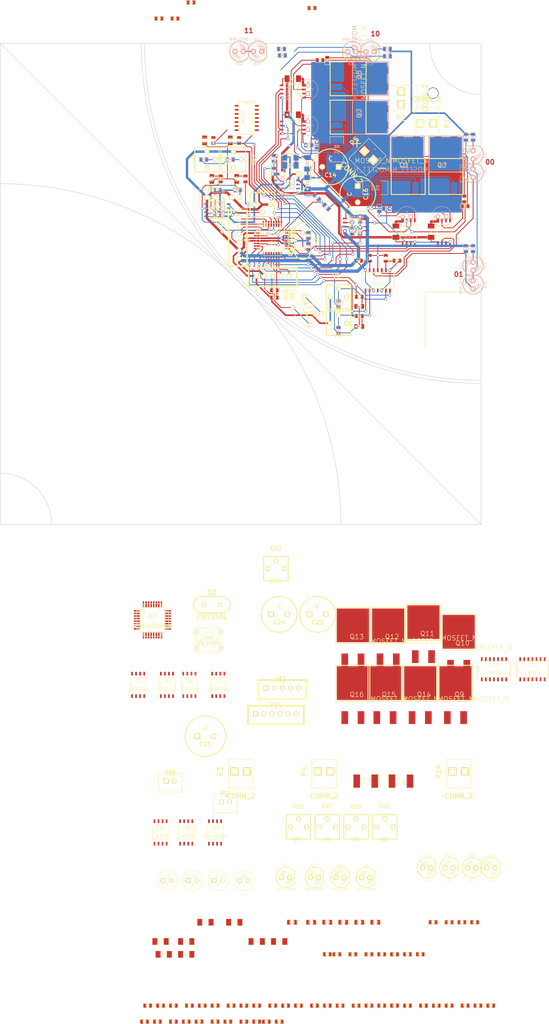
<source format=kicad_pcb>
(kicad_pcb (version 3) (host pcbnew "(2013-06-18 BZR 4216)-testing")
  (layers (15 F.Cu signal) (0 B.Cu signal) (18 B.Paste user) (19 F.Paste user) (20 B.SilkS user) (21 F.SilkS user) (22 B.Mask user) (23 F.Mask user) (28 Edge.Cuts user))
  (net 0 "")
  (net 1 +5V)
  (net 2 +BATT)
  (net 3 BatteryVoltage0)
  (net 4 BatteryVoltage1)
  (net 5 Current0)
  (net 6 Current1)
  (net 7 Current2)
  (net 8 Current3)
  (net 9 CurrentTTL0)
  (net 10 CurrentTTL1)
  (net 11 CurrentTTL2)
  (net 12 CurrentTTL3)
  (net 13 GND)
  (net 14 GateDrive0)
  (net 15 GateDrive1)
  (net 16 GateDriveVoltage0)
  (net 17 GateDriveVoltage1)
  (net 18 IN00)
  (net 19 IN01)
  (net 20 IN10)
  (net 21 IN11)
  (net 22 IN20)
  (net 23 IN21)
  (net 24 IN30)
  (net 25 IN31)
  (net 26 Line00)
  (net 27 Line01)
  (net 28 Line10)
  (net 29 Line11)
  (net 30 Line20)
  (net 31 Line21)
  (net 32 Line30)
  (net 33 Line31)
  (net 34 MISO0)
  (net 35 MISO1)
  (net 36 MOSI0)
  (net 37 MOSI1)
  (net 38 N-00000100)
  (net 39 N-00000103)
  (net 40 N-00000104)
  (net 41 N-00000105)
  (net 42 N-00000106)
  (net 43 N-00000107)
  (net 44 N-00000108)
  (net 45 N-00000122)
  (net 46 N-00000124)
  (net 47 N-00000125)
  (net 48 N-00000127)
  (net 49 N-00000128)
  (net 50 N-00000129)
  (net 51 N-00000130)
  (net 52 N-00000131)
  (net 53 N-00000132)
  (net 54 N-00000133)
  (net 55 N-00000134)
  (net 56 N-00000135)
  (net 57 N-00000136)
  (net 58 N-00000137)
  (net 59 N-00000138)
  (net 60 N-00000139)
  (net 61 N-00000140)
  (net 62 N-00000141)
  (net 63 N-00000142)
  (net 64 N-00000143)
  (net 65 N-00000144)
  (net 66 N-00000145)
  (net 67 N-00000146)
  (net 68 N-00000147)
  (net 69 N-00000148)
  (net 70 N-00000149)
  (net 71 N-00000150)
  (net 72 N-00000151)
  (net 73 N-00000152)
  (net 74 N-00000153)
  (net 75 N-00000154)
  (net 76 N-00000155)
  (net 77 N-00000156)
  (net 78 N-00000157)
  (net 79 N-00000158)
  (net 80 N-00000159)
  (net 81 N-00000160)
  (net 82 N-00000161)
  (net 83 N-00000162)
  (net 84 N-00000163)
  (net 85 N-00000164)
  (net 86 N-00000165)
  (net 87 N-00000166)
  (net 88 N-00000167)
  (net 89 N-00000168)
  (net 90 N-00000169)
  (net 91 N-00000170)
  (net 92 N-00000171)
  (net 93 N-00000172)
  (net 94 N-00000173)
  (net 95 N-00000174)
  (net 96 N-00000175)
  (net 97 N-00000176)
  (net 98 N-00000177)
  (net 99 N-00000178)
  (net 100 N-00000179)
  (net 101 N-00000180)
  (net 102 N-00000181)
  (net 103 N-00000182)
  (net 104 N-0000020)
  (net 105 N-0000028)
  (net 106 N-0000030)
  (net 107 N-0000031)
  (net 108 N-0000032)
  (net 109 N-0000033)
  (net 110 N-0000034)
  (net 111 N-0000039)
  (net 112 N-0000040)
  (net 113 N-0000041)
  (net 114 N-0000042)
  (net 115 N-0000043)
  (net 116 N-0000046)
  (net 117 N-0000047)
  (net 118 N-0000048)
  (net 119 N-0000049)
  (net 120 N-0000050)
  (net 121 N-0000051)
  (net 122 N-0000052)
  (net 123 N-0000053)
  (net 124 N-0000055)
  (net 125 N-0000056)
  (net 126 N-0000057)
  (net 127 N-0000058)
  (net 128 N-0000059)
  (net 129 N-0000060)
  (net 130 N-0000061)
  (net 131 N-0000062)
  (net 132 N-0000063)
  (net 133 N-0000064)
  (net 134 N-0000065)
  (net 135 N-0000066)
  (net 136 N-0000067)
  (net 137 N-0000068)
  (net 138 N-0000069)
  (net 139 N-0000070)
  (net 140 N-0000071)
  (net 141 N-0000072)
  (net 142 N-0000073)
  (net 143 N-0000074)
  (net 144 N-0000075)
  (net 145 N-0000077)
  (net 146 N-0000078)
  (net 147 N-0000079)
  (net 148 N-0000080)
  (net 149 N-0000081)
  (net 150 N-0000082)
  (net 151 N-0000083)
  (net 152 N-0000084)
  (net 153 N-0000085)
  (net 154 N-0000086)
  (net 155 N-0000087)
  (net 156 N-0000088)
  (net 157 N-0000089)
  (net 158 N-0000096)
  (net 159 N-0000097)
  (net 160 N-0000098)
  (net 161 N-0000099)
  (net 162 PWM0)
  (net 163 PWM1)
  (net 164 PWM2)
  (net 165 PWM3)
  (net 166 RST)
  (net 167 RST1)
  (net 168 RSTex)
  (net 169 RSTex1)
  (net 170 RXD)
  (net 171 RXD1)
  (net 172 SCK0)
  (net 173 SCK1)
  (net 174 SS0)
  (net 175 SS1)
  (net 176 TXD)
  (net 177 TXD1)
  (net 178 Temperature0)
  (net 179 Temperature1)
  (net 180 Temperature2)
  (net 181 Temperature3)
  (net 182 Threshold0)
  (net 183 Threshold1)
  (module TO263 (layer F.Cu) (at 142 198)
    (fp_text reference Q9 (at 1.2 5) (layer F.SilkS) (effects (font (size 1.5 1.5))))
    (fp_text value MOSFET_N (at 11.1 6.4) (layer F.SilkS) (effects (font (size 1.5 1.5))))
    (pad G smd rect (at -2.54 12.2) (size 2.08 4) (layers F.Cu F.Paste F.Mask) (net 84 N-00000163))
    (pad D smd rect (at 0 1.45) (size 10 10.5) (layers F.Cu F.Paste F.Mask) (net 2 +BATT))
    (pad S smd rect (at 2.54 12.2) (size 2.08 4) (layers F.Cu F.Paste F.Mask) (net 85 N-00000164))
  )
  (module TO263 (layer F.Cu) (at 131 198)
    (fp_text reference Q14 (at 1.2 5) (layer F.SilkS) (effects (font (size 1.5 1.5))))
    (fp_text value MOSFET_N (at 11.1 6.4) (layer F.SilkS) (effects (font (size 1.5 1.5))))
    (pad G smd rect (at -2.54 12.2) (size 2.08 4) (layers F.Cu F.Paste F.Mask) (net 73 N-00000152))
    (pad D smd rect (at 0 1.45) (size 10 10.5) (layers F.Cu F.Paste F.Mask) (net 74 N-00000153))
    (pad S smd rect (at 2.54 12.2) (size 2.08 4) (layers F.Cu F.Paste F.Mask) (net 8 Current3))
  )
  (module TO263 (layer F.Cu) (at 143 182)
    (fp_text reference Q10 (at 1.2 5) (layer F.SilkS) (effects (font (size 1.5 1.5))))
    (fp_text value MOSFET_N (at 11.1 6.4) (layer F.SilkS) (effects (font (size 1.5 1.5))))
    (pad G smd rect (at -2.54 12.2) (size 2.08 4) (layers F.Cu F.Paste F.Mask) (net 83 N-00000162))
    (pad D smd rect (at 0 1.45) (size 10 10.5) (layers F.Cu F.Paste F.Mask) (net 85 N-00000164))
    (pad S smd rect (at 2.54 12.2) (size 2.08 4) (layers F.Cu F.Paste F.Mask) (net 7 Current2))
  )
  (module TO263 (layer F.Cu) (at 132 179)
    (fp_text reference Q11 (at 1.2 5) (layer F.SilkS) (effects (font (size 1.5 1.5))))
    (fp_text value MOSFET_N (at 11.1 6.4) (layer F.SilkS) (effects (font (size 1.5 1.5))))
    (pad G smd rect (at -2.54 12.2) (size 2.08 4) (layers F.Cu F.Paste F.Mask) (net 77 N-00000156))
    (pad D smd rect (at 0 1.45) (size 10 10.5) (layers F.Cu F.Paste F.Mask) (net 2 +BATT))
    (pad S smd rect (at 2.54 12.2) (size 2.08 4) (layers F.Cu F.Paste F.Mask) (net 76 N-00000155))
  )
  (module TO263 (layer F.Cu) (at 121 180)
    (fp_text reference Q12 (at 1.2 5) (layer F.SilkS) (effects (font (size 1.5 1.5))))
    (fp_text value MOSFET_N (at 11.1 6.4) (layer F.SilkS) (effects (font (size 1.5 1.5))))
    (pad G smd rect (at -2.54 12.2) (size 2.08 4) (layers F.Cu F.Paste F.Mask) (net 88 N-00000167))
    (pad D smd rect (at 0 1.45) (size 10 10.5) (layers F.Cu F.Paste F.Mask) (net 76 N-00000155))
    (pad S smd rect (at 2.54 12.2) (size 2.08 4) (layers F.Cu F.Paste F.Mask) (net 7 Current2))
  )
  (module TO263 (layer F.Cu) (at 110 180)
    (fp_text reference Q13 (at 1.2 5) (layer F.SilkS) (effects (font (size 1.5 1.5))))
    (fp_text value MOSFET_N (at 11.1 6.4) (layer F.SilkS) (effects (font (size 1.5 1.5))))
    (pad G smd rect (at -2.54 12.2) (size 2.08 4) (layers F.Cu F.Paste F.Mask) (net 75 N-00000154))
    (pad D smd rect (at 0 1.45) (size 10 10.5) (layers F.Cu F.Paste F.Mask) (net 2 +BATT))
    (pad S smd rect (at 2.54 12.2) (size 2.08 4) (layers F.Cu F.Paste F.Mask) (net 74 N-00000153))
  )
  (module TO263 (layer F.Cu) (at 120 198)
    (fp_text reference Q15 (at 1.2 5) (layer F.SilkS) (effects (font (size 1.5 1.5))))
    (fp_text value MOSFET_N (at 11.1 6.4) (layer F.SilkS) (effects (font (size 1.5 1.5))))
    (pad G smd rect (at -2.54 12.2) (size 2.08 4) (layers F.Cu F.Paste F.Mask) (net 41 N-00000105))
    (pad D smd rect (at 0 1.45) (size 10 10.5) (layers F.Cu F.Paste F.Mask) (net 2 +BATT))
    (pad S smd rect (at 2.54 12.2) (size 2.08 4) (layers F.Cu F.Paste F.Mask) (net 40 N-00000104))
  )
  (module TO263 (layer F.Cu) (at 110 198)
    (fp_text reference Q16 (at 1.2 5) (layer F.SilkS) (effects (font (size 1.5 1.5))))
    (fp_text value MOSFET_N (at 11.1 6.4) (layer F.SilkS) (effects (font (size 1.5 1.5))))
    (pad G smd rect (at -2.54 12.2) (size 2.08 4) (layers F.Cu F.Paste F.Mask) (net 43 N-00000107))
    (pad D smd rect (at 0 1.45) (size 10 10.5) (layers F.Cu F.Paste F.Mask) (net 40 N-00000104))
    (pad S smd rect (at 2.54 12.2) (size 2.08 4) (layers F.Cu F.Paste F.Mask) (net 8 Current3))
  )
  (module TO263 (layer B.Cu) (at 117 23 90)
    (fp_text reference Q8 (at 1.2 -5 90) (layer B.SilkS) (effects (font (size 1.5 1.5)) (justify mirror)))
    (fp_text value MOSFET_N (at 11.1 -6.4 90) (layer B.SilkS) (effects (font (size 1.5 1.5)) (justify mirror)))
    (pad G smd rect (at -2.54 -12.2 90) (size 2.08 4) (layers B.Cu B.Paste B.Mask) (net 57 N-00000136))
    (pad D smd rect (at 0 -1.45 90) (size 10 10.5) (layers B.Cu B.Paste B.Mask) (net 59 N-00000138))
    (pad S smd rect (at 2.54 -12.2 90) (size 2.08 4) (layers B.Cu B.Paste B.Mask) (net 6 Current1))
  )
  (module TO263 (layer F.Cu) (at 107 23 90)
    (fp_text reference Q7 (at 1.2 5 90) (layer F.SilkS) (effects (font (size 1.5 1.5))))
    (fp_text value MOSFET_N (at 11.1 6.4 90) (layer F.SilkS) (effects (font (size 1.5 1.5))))
    (pad G smd rect (at -2.54 12.2 90) (size 2.08 4) (layers F.Cu F.Paste F.Mask) (net 55 N-00000134))
    (pad D smd rect (at 0 1.45 90) (size 10 10.5) (layers F.Cu F.Paste F.Mask) (net 2 +BATT))
    (pad S smd rect (at 2.54 12.2 90) (size 2.08 4) (layers F.Cu F.Paste F.Mask) (net 59 N-00000138))
  )
  (module TO263 (layer B.Cu) (at 117 11 90)
    (fp_text reference Q6 (at 1.2 -5 90) (layer B.SilkS) (effects (font (size 1.5 1.5)) (justify mirror)))
    (fp_text value MOSFET_N (at 11.1 -6.4 90) (layer B.SilkS) (effects (font (size 1.5 1.5)) (justify mirror)))
    (pad G smd rect (at -2.54 -12.2 90) (size 2.08 4) (layers B.Cu B.Paste B.Mask) (net 50 N-00000129))
    (pad D smd rect (at 0 -1.45 90) (size 10 10.5) (layers B.Cu B.Paste B.Mask) (net 54 N-00000133))
    (pad S smd rect (at 2.54 -12.2 90) (size 2.08 4) (layers B.Cu B.Paste B.Mask) (net 6 Current1))
  )
  (module TO263 (layer F.Cu) (at 107 11 90)
    (fp_text reference Q5 (at 1.2 5 90) (layer F.SilkS) (effects (font (size 1.5 1.5))))
    (fp_text value MOSFET_N (at 11.1 6.4 90) (layer F.SilkS) (effects (font (size 1.5 1.5))))
    (pad G smd rect (at -2.54 12.2 90) (size 2.08 4) (layers F.Cu F.Paste F.Mask) (net 52 N-00000131))
    (pad D smd rect (at 0 1.45 90) (size 10 10.5) (layers F.Cu F.Paste F.Mask) (net 2 +BATT))
    (pad S smd rect (at 2.54 12.2 90) (size 2.08 4) (layers F.Cu F.Paste F.Mask) (net 54 N-00000133))
  )
  (module TO263 (layer F.Cu) (at 127.25 43 180)
    (fp_text reference Q1 (at 1.2 5 180) (layer F.SilkS) (effects (font (size 1.5 1.5))))
    (fp_text value MOSFET_N (at 11.1 6.4 180) (layer F.SilkS) (effects (font (size 1.5 1.5))))
    (pad G smd rect (at -2.54 12.2 180) (size 2.08 4) (layers F.Cu F.Paste F.Mask) (net 63 N-00000142))
    (pad D smd rect (at 0 1.45 180) (size 10 10.5) (layers F.Cu F.Paste F.Mask) (net 2 +BATT))
    (pad S smd rect (at 2.54 12.2 180) (size 2.08 4) (layers F.Cu F.Paste F.Mask) (net 62 N-00000141))
  )
  (module TO263 (layer B.Cu) (at 127 33 180)
    (fp_text reference Q2 (at 1.2 -5 180) (layer B.SilkS) (effects (font (size 1.5 1.5)) (justify mirror)))
    (fp_text value MOSFET_N (at 11.1 -6.4 180) (layer B.SilkS) (effects (font (size 1.5 1.5)) (justify mirror)))
    (pad G smd rect (at -2.54 -12.2 180) (size 2.08 4) (layers B.Cu B.Paste B.Mask) (net 67 N-00000146))
    (pad D smd rect (at 0 -1.45 180) (size 10 10.5) (layers B.Cu B.Paste B.Mask) (net 62 N-00000141))
    (pad S smd rect (at 2.54 -12.2 180) (size 2.08 4) (layers B.Cu B.Paste B.Mask) (net 5 Current0))
  )
  (module TO263 (layer F.Cu) (at 139 43 180)
    (fp_text reference Q3 (at 1.2 5 180) (layer F.SilkS) (effects (font (size 1.5 1.5))))
    (fp_text value MOSFET_N (at 11.1 6.4 180) (layer F.SilkS) (effects (font (size 1.5 1.5))))
    (pad G smd rect (at -2.54 12.2 180) (size 2.08 4) (layers F.Cu F.Paste F.Mask) (net 69 N-00000148))
    (pad D smd rect (at 0 1.45 180) (size 10 10.5) (layers F.Cu F.Paste F.Mask) (net 2 +BATT))
    (pad S smd rect (at 2.54 12.2 180) (size 2.08 4) (layers F.Cu F.Paste F.Mask) (net 61 N-00000140))
  )
  (module TO263 (layer B.Cu) (at 139 33 180)
    (fp_text reference Q4 (at 1.2 -5 180) (layer B.SilkS) (effects (font (size 1.5 1.5)) (justify mirror)))
    (fp_text value MOSFET_N (at 11.1 -6.4 180) (layer B.SilkS) (effects (font (size 1.5 1.5)) (justify mirror)))
    (pad G smd rect (at -2.54 -12.2 180) (size 2.08 4) (layers B.Cu B.Paste B.Mask) (net 65 N-00000144))
    (pad D smd rect (at 0 -1.45 180) (size 10 10.5) (layers B.Cu B.Paste B.Mask) (net 61 N-00000140))
    (pad S smd rect (at 2.54 -12.2 180) (size 2.08 4) (layers B.Cu B.Paste B.Mask) (net 5 Current0))
  )
  (module SO14N (layer F.Cu) (at 166 195)
    (fp_text reference U17 (at 0 -1.27) (layer F.SilkS) (effects (font (size 1.016 1.143) (thickness 0.127))))
    (fp_text value LM324 (at 0 1.27) (layer F.SilkS) (effects (font (size 1.016 1.016) (thickness 0.127))))
    (pad 1 smd rect (at -3.81 3.302) (size 0.508 1.143) (layers F.Cu F.Paste F.Mask) (net 33 Line31))
    (pad 2 smd rect (at -2.54 3.302) (size 0.508 1.143) (layers F.Cu F.Paste F.Mask) (net 137 N-0000068))
    (pad 3 smd rect (at -1.27 3.302) (size 0.508 1.143) (layers F.Cu F.Paste F.Mask) (net 136 N-0000067))
    (pad 4 smd rect (at 0 3.302) (size 0.508 1.143) (layers F.Cu F.Paste F.Mask) (net 1 +5V))
    (pad 5 smd rect (at 1.27 3.302) (size 0.508 1.143) (layers F.Cu F.Paste F.Mask) (net 152 N-0000084))
    (pad 6 smd rect (at 2.54 3.302) (size 0.508 1.143) (layers F.Cu F.Paste F.Mask) (net 151 N-0000083))
    (pad 7 smd rect (at 3.81 3.302) (size 0.508 1.143) (layers F.Cu F.Paste F.Mask) (net 32 Line30))
    (pad 8 smd rect (at 3.81 -3.048) (size 0.508 1.143) (layers F.Cu F.Paste F.Mask) (net 152 N-0000084))
    (pad 9 smd rect (at 2.54 -3.048) (size 0.508 1.143) (layers F.Cu F.Paste F.Mask) (net 153 N-0000085))
    (pad 11 smd rect (at 0 -3.048) (size 0.508 1.143) (layers F.Cu F.Paste F.Mask) (net 13 GND))
    (pad 12 smd rect (at -1.27 -3.048) (size 0.508 1.143) (layers F.Cu F.Paste F.Mask) (net 132 N-0000063))
    (pad 13 smd rect (at -2.54 -3.048) (size 0.508 1.143) (layers F.Cu F.Paste F.Mask) (net 133 N-0000064))
    (pad 14 smd rect (at -3.81 -3.048) (size 0.508 1.143) (layers F.Cu F.Paste F.Mask) (net 136 N-0000067))
    (pad 10 smd rect (at 1.27 -3.048) (size 0.508 1.143) (layers F.Cu F.Paste F.Mask) (net 146 N-0000078))
  )
  (module SO14N (layer F.Cu) (at 154 195)
    (fp_text reference U15 (at 0 -1.27) (layer F.SilkS) (effects (font (size 1.016 1.143) (thickness 0.127))))
    (fp_text value LM324 (at 0 1.27) (layer F.SilkS) (effects (font (size 1.016 1.016) (thickness 0.127))))
    (pad 1 smd rect (at -3.81 3.302) (size 0.508 1.143) (layers F.Cu F.Paste F.Mask) (net 31 Line21))
    (pad 2 smd rect (at -2.54 3.302) (size 0.508 1.143) (layers F.Cu F.Paste F.Mask) (net 139 N-0000070))
    (pad 3 smd rect (at -1.27 3.302) (size 0.508 1.143) (layers F.Cu F.Paste F.Mask) (net 138 N-0000069))
    (pad 4 smd rect (at 0 3.302) (size 0.508 1.143) (layers F.Cu F.Paste F.Mask) (net 1 +5V))
    (pad 5 smd rect (at 1.27 3.302) (size 0.508 1.143) (layers F.Cu F.Paste F.Mask) (net 147 N-0000079))
    (pad 6 smd rect (at 2.54 3.302) (size 0.508 1.143) (layers F.Cu F.Paste F.Mask) (net 157 N-0000089))
    (pad 7 smd rect (at 3.81 3.302) (size 0.508 1.143) (layers F.Cu F.Paste F.Mask) (net 30 Line20))
    (pad 8 smd rect (at 3.81 -3.048) (size 0.508 1.143) (layers F.Cu F.Paste F.Mask) (net 147 N-0000079))
    (pad 9 smd rect (at 2.54 -3.048) (size 0.508 1.143) (layers F.Cu F.Paste F.Mask) (net 148 N-0000080))
    (pad 11 smd rect (at 0 -3.048) (size 0.508 1.143) (layers F.Cu F.Paste F.Mask) (net 13 GND))
    (pad 12 smd rect (at -1.27 -3.048) (size 0.508 1.143) (layers F.Cu F.Paste F.Mask) (net 140 N-0000071))
    (pad 13 smd rect (at -2.54 -3.048) (size 0.508 1.143) (layers F.Cu F.Paste F.Mask) (net 141 N-0000072))
    (pad 14 smd rect (at -3.81 -3.048) (size 0.508 1.143) (layers F.Cu F.Paste F.Mask) (net 138 N-0000069))
    (pad 10 smd rect (at 1.27 -3.048) (size 0.508 1.143) (layers F.Cu F.Paste F.Mask) (net 149 N-0000081))
  )
  (module SO14N (layer F.Cu) (at 77 23.25 270)
    (fp_text reference U13 (at 0 -1.27 270) (layer F.SilkS) (effects (font (size 1.016 1.143) (thickness 0.127))))
    (fp_text value LM324 (at 0 1.27 270) (layer F.SilkS) (effects (font (size 1.016 1.016) (thickness 0.127))))
    (pad 1 smd rect (at -3.81 3.302 270) (size 0.508 1.143) (layers F.Cu F.Paste F.Mask) (net 29 Line11))
    (pad 2 smd rect (at -2.54 3.302 270) (size 0.508 1.143) (layers F.Cu F.Paste F.Mask) (net 128 N-0000059))
    (pad 3 smd rect (at -1.27 3.302 270) (size 0.508 1.143) (layers F.Cu F.Paste F.Mask) (net 126 N-0000057))
    (pad 4 smd rect (at 0 3.302 270) (size 0.508 1.143) (layers F.Cu F.Paste F.Mask) (net 1 +5V))
    (pad 5 smd rect (at 1.27 3.302 270) (size 0.508 1.143) (layers F.Cu F.Paste F.Mask) (net 93 N-00000172))
    (pad 6 smd rect (at 2.54 3.302 270) (size 0.508 1.143) (layers F.Cu F.Paste F.Mask) (net 94 N-00000173))
    (pad 7 smd rect (at 3.81 3.302 270) (size 0.508 1.143) (layers F.Cu F.Paste F.Mask) (net 28 Line10))
    (pad 8 smd rect (at 3.81 -3.048 270) (size 0.508 1.143) (layers F.Cu F.Paste F.Mask) (net 93 N-00000172))
    (pad 9 smd rect (at 2.54 -3.048 270) (size 0.508 1.143) (layers F.Cu F.Paste F.Mask) (net 92 N-00000171))
    (pad 11 smd rect (at 0 -3.048 270) (size 0.508 1.143) (layers F.Cu F.Paste F.Mask) (net 13 GND))
    (pad 12 smd rect (at -1.27 -3.048 270) (size 0.508 1.143) (layers F.Cu F.Paste F.Mask) (net 111 N-0000039))
    (pad 13 smd rect (at -2.54 -3.048 270) (size 0.508 1.143) (layers F.Cu F.Paste F.Mask) (net 112 N-0000040))
    (pad 14 smd rect (at -3.81 -3.048 270) (size 0.508 1.143) (layers F.Cu F.Paste F.Mask) (net 126 N-0000057))
    (pad 10 smd rect (at 1.27 -3.048 270) (size 0.508 1.143) (layers F.Cu F.Paste F.Mask) (net 131 N-0000062))
  )
  (module SO14N (layer F.Cu) (at 117.75 73.75)
    (fp_text reference U11 (at 0 -1.27) (layer F.SilkS) (effects (font (size 1.016 1.143) (thickness 0.127))))
    (fp_text value LM324 (at 0 1.27) (layer F.SilkS) (effects (font (size 1.016 1.016) (thickness 0.127))))
    (pad 1 smd rect (at -3.81 3.302) (size 0.508 1.143) (layers F.Cu F.Paste F.Mask) (net 27 Line01))
    (pad 2 smd rect (at -2.54 3.302) (size 0.508 1.143) (layers F.Cu F.Paste F.Mask) (net 114 N-0000042))
    (pad 3 smd rect (at -1.27 3.302) (size 0.508 1.143) (layers F.Cu F.Paste F.Mask) (net 115 N-0000043))
    (pad 4 smd rect (at 0 3.302) (size 0.508 1.143) (layers F.Cu F.Paste F.Mask) (net 1 +5V))
    (pad 5 smd rect (at 1.27 3.302) (size 0.508 1.143) (layers F.Cu F.Paste F.Mask) (net 98 N-00000177))
    (pad 6 smd rect (at 2.54 3.302) (size 0.508 1.143) (layers F.Cu F.Paste F.Mask) (net 97 N-00000176))
    (pad 7 smd rect (at 3.81 3.302) (size 0.508 1.143) (layers F.Cu F.Paste F.Mask) (net 26 Line00))
    (pad 8 smd rect (at 3.81 -3.048) (size 0.508 1.143) (layers F.Cu F.Paste F.Mask) (net 98 N-00000177))
    (pad 9 smd rect (at 2.54 -3.048) (size 0.508 1.143) (layers F.Cu F.Paste F.Mask) (net 99 N-00000178))
    (pad 11 smd rect (at 0 -3.048) (size 0.508 1.143) (layers F.Cu F.Paste F.Mask) (net 13 GND))
    (pad 12 smd rect (at -1.27 -3.048) (size 0.508 1.143) (layers F.Cu F.Paste F.Mask) (net 116 N-0000046))
    (pad 13 smd rect (at -2.54 -3.048) (size 0.508 1.143) (layers F.Cu F.Paste F.Mask) (net 117 N-0000047))
    (pad 14 smd rect (at -3.81 -3.048) (size 0.508 1.143) (layers F.Cu F.Paste F.Mask) (net 115 N-0000043))
    (pad 10 smd rect (at 1.27 -3.048) (size 0.508 1.143) (layers F.Cu F.Paste F.Mask) (net 130 N-0000061))
  )
  (module VH (layer F.Cu) (at 143 227)
    (fp_text reference P14 (at -6.35 0 90) (layer F.SilkS) (effects (font (thickness 0.3048))))
    (fp_text value CONN_2 (at 0 7.62) (layer F.SilkS) (effects (font (thickness 0.3048))))
    (pad 2 thru_hole rect (at 1.9685 0) (size 2.49936 2.49936) (drill 1.65) (layers *.Cu *.Mask F.SilkS) (net 13 GND))
    (pad 1 thru_hole rect (at -1.9685 0) (size 2.49936 2.49936) (drill 1.65) (layers *.Cu *.Mask F.SilkS) (net 2 +BATT))
  )
  (module HC-49V (layer F.Cu) (at 66 175)
    (fp_text reference X2 (at 0 -3.81) (layer F.SilkS) (effects (font (thickness 0.3048))))
    (fp_text value CRYSTAL (at 0 3.81) (layer F.SilkS) (effects (font (thickness 0.3048))))
    (pad 1 thru_hole circle (at -2.54 0) (size 1.4224 1.4224) (drill 0.762) (layers *.Cu *.Mask F.SilkS) (net 108 N-0000032))
    (pad 2 thru_hole circle (at 2.54 0) (size 1.4224 1.4224) (drill 0.762) (layers *.Cu *.Mask F.SilkS) (net 109 N-0000033))
  )
  (module HC-49V (layer F.Cu) (at 94.375 61.625 270)
    (fp_text reference X1 (at 0 -3.81 270) (layer F.SilkS) (effects (font (thickness 0.3048))))
    (fp_text value CRYSTAL (at 0 3.81 270) (layer F.SilkS) (effects (font (thickness 0.3048))))
    (pad 1 thru_hole circle (at -2.54 0 270) (size 1.4224 1.4224) (drill 0.762) (layers *.Cu *.Mask F.SilkS) (net 48 N-00000127))
    (pad 2 thru_hole circle (at 2.54 0 270) (size 1.4224 1.4224) (drill 0.762) (layers *.Cu *.Mask F.SilkS) (net 49 N-00000128))
  )
  (module SO8N (layer F.Cu) (at 67 246)
    (fp_text reference U18 (at 0 -1.27) (layer F.SilkS) (effects (font (size 1.143 1.016) (thickness 0.127))))
    (fp_text value NJU7660A (at 0 1.27) (layer F.SilkS) (effects (font (size 1.016 1.016) (thickness 0.127))))
    (pad 8 smd rect (at -1.905 -3.5) (size 0.508 1.143) (layers F.Cu F.Paste F.Mask) (net 2 +BATT))
    (pad 7 smd rect (at -0.635 -3.5) (size 0.508 1.143) (layers F.Cu F.Paste F.Mask) (net 127 N-0000058))
    (pad 6 smd rect (at 0.635 -3.5) (size 0.508 1.143) (layers F.Cu F.Paste F.Mask) (net 123 N-0000053))
    (pad 5 smd rect (at 1.905 -3.5) (size 0.508 1.143) (layers F.Cu F.Paste F.Mask) (net 13 GND))
    (pad 4 smd rect (at 1.905 3.5) (size 0.508 1.143) (layers F.Cu F.Paste F.Mask) (net 121 N-0000051))
    (pad 3 smd rect (at 0.635 3.5) (size 0.508 1.143) (layers F.Cu F.Paste F.Mask) (net 13 GND))
    (pad 2 smd rect (at -0.635 3.5) (size 0.508 1.143) (layers F.Cu F.Paste F.Mask) (net 104 N-0000020))
    (pad 1 smd rect (at -1.905 3.5) (size 0.508 1.143) (layers F.Cu F.Paste F.Mask) (net 122 N-0000052))
  )
  (module SO8N (layer F.Cu) (at 58 246)
    (fp_text reference U16 (at 0 -1.27) (layer F.SilkS) (effects (font (size 1.143 1.016) (thickness 0.127))))
    (fp_text value LM358 (at 0 1.27) (layer F.SilkS) (effects (font (size 1.016 1.016) (thickness 0.127))))
    (pad 8 smd rect (at -1.905 -3.5) (size 0.508 1.143) (layers F.Cu F.Paste F.Mask) (net 1 +5V))
    (pad 7 smd rect (at -0.635 -3.5) (size 0.508 1.143) (layers F.Cu F.Paste F.Mask) (net 180 Temperature2))
    (pad 6 smd rect (at 0.635 -3.5) (size 0.508 1.143) (layers F.Cu F.Paste F.Mask) (net 183 Threshold1))
    (pad 5 smd rect (at 1.905 -3.5) (size 0.508 1.143) (layers F.Cu F.Paste F.Mask) (net 106 N-0000030))
    (pad 4 smd rect (at 1.905 3.5) (size 0.508 1.143) (layers F.Cu F.Paste F.Mask) (net 13 GND))
    (pad 3 smd rect (at 0.635 3.5) (size 0.508 1.143) (layers F.Cu F.Paste F.Mask) (net 107 N-0000031))
    (pad 2 smd rect (at -0.635 3.5) (size 0.508 1.143) (layers F.Cu F.Paste F.Mask) (net 183 Threshold1))
    (pad 1 smd rect (at -1.905 3.5) (size 0.508 1.143) (layers F.Cu F.Paste F.Mask) (net 181 Temperature3))
  )
  (module SO8N (layer F.Cu) (at 50 246)
    (fp_text reference U14 (at 0 -1.27) (layer F.SilkS) (effects (font (size 1.143 1.016) (thickness 0.127))))
    (fp_text value LM358 (at 0 1.27) (layer F.SilkS) (effects (font (size 1.016 1.016) (thickness 0.127))))
    (pad 8 smd rect (at -1.905 -3.5) (size 0.508 1.143) (layers F.Cu F.Paste F.Mask) (net 1 +5V))
    (pad 7 smd rect (at -0.635 -3.5) (size 0.508 1.143) (layers F.Cu F.Paste F.Mask) (net 12 CurrentTTL3))
    (pad 6 smd rect (at 0.635 -3.5) (size 0.508 1.143) (layers F.Cu F.Paste F.Mask) (net 110 N-0000034))
    (pad 5 smd rect (at 1.905 -3.5) (size 0.508 1.143) (layers F.Cu F.Paste F.Mask) (net 8 Current3))
    (pad 4 smd rect (at 1.905 3.5) (size 0.508 1.143) (layers F.Cu F.Paste F.Mask) (net 13 GND))
    (pad 3 smd rect (at 0.635 3.5) (size 0.508 1.143) (layers F.Cu F.Paste F.Mask) (net 7 Current2))
    (pad 2 smd rect (at -0.635 3.5) (size 0.508 1.143) (layers F.Cu F.Paste F.Mask) (net 105 N-0000028))
    (pad 1 smd rect (at -1.905 3.5) (size 0.508 1.143) (layers F.Cu F.Paste F.Mask) (net 11 CurrentTTL2))
  )
  (module SO8N (layer B.Cu) (at 67.75 52 270)
    (fp_text reference U12 (at 0 1.27 270) (layer B.SilkS) (effects (font (size 1.143 1.016) (thickness 0.127)) (justify mirror)))
    (fp_text value LM358 (at 0 -1.27 270) (layer B.SilkS) (effects (font (size 1.016 1.016) (thickness 0.127)) (justify mirror)))
    (pad 8 smd rect (at -1.905 3.5 270) (size 0.508 1.143) (layers B.Cu B.Paste B.Mask) (net 1 +5V))
    (pad 7 smd rect (at -0.635 3.5 270) (size 0.508 1.143) (layers B.Cu B.Paste B.Mask) (net 179 Temperature1))
    (pad 6 smd rect (at 0.635 3.5 270) (size 0.508 1.143) (layers B.Cu B.Paste B.Mask) (net 182 Threshold0))
    (pad 5 smd rect (at 1.905 3.5 270) (size 0.508 1.143) (layers B.Cu B.Paste B.Mask) (net 103 N-00000182))
    (pad 4 smd rect (at 1.905 -3.5 270) (size 0.508 1.143) (layers B.Cu B.Paste B.Mask) (net 13 GND))
    (pad 3 smd rect (at 0.635 -3.5 270) (size 0.508 1.143) (layers B.Cu B.Paste B.Mask) (net 102 N-00000181))
    (pad 2 smd rect (at -0.635 -3.5 270) (size 0.508 1.143) (layers B.Cu B.Paste B.Mask) (net 182 Threshold0))
    (pad 1 smd rect (at -1.905 -3.5 270) (size 0.508 1.143) (layers B.Cu B.Paste B.Mask) (net 178 Temperature0))
  )
  (module SO8N (layer F.Cu) (at 111 56.5 90)
    (fp_text reference U10 (at 0 -1.27 90) (layer F.SilkS) (effects (font (size 1.143 1.016) (thickness 0.127))))
    (fp_text value LM358 (at 0 1.27 90) (layer F.SilkS) (effects (font (size 1.016 1.016) (thickness 0.127))))
    (pad 8 smd rect (at -1.905 -3.5 90) (size 0.508 1.143) (layers F.Cu F.Paste F.Mask) (net 1 +5V))
    (pad 7 smd rect (at -0.635 -3.5 90) (size 0.508 1.143) (layers F.Cu F.Paste F.Mask) (net 10 CurrentTTL1))
    (pad 6 smd rect (at 0.635 -3.5 90) (size 0.508 1.143) (layers F.Cu F.Paste F.Mask) (net 45 N-00000122))
    (pad 5 smd rect (at 1.905 -3.5 90) (size 0.508 1.143) (layers F.Cu F.Paste F.Mask) (net 6 Current1))
    (pad 4 smd rect (at 1.905 3.5 90) (size 0.508 1.143) (layers F.Cu F.Paste F.Mask) (net 13 GND))
    (pad 3 smd rect (at 0.635 3.5 90) (size 0.508 1.143) (layers F.Cu F.Paste F.Mask) (net 5 Current0))
    (pad 2 smd rect (at -0.635 3.5 90) (size 0.508 1.143) (layers F.Cu F.Paste F.Mask) (net 46 N-00000124))
    (pad 1 smd rect (at -1.905 3.5 90) (size 0.508 1.143) (layers F.Cu F.Paste F.Mask) (net 9 CurrentTTL0))
  )
  (module SO8N (layer B.Cu) (at 89.375 44.625 90)
    (fp_text reference U9 (at 0 1.27 90) (layer B.SilkS) (effects (font (size 1.143 1.016) (thickness 0.127)) (justify mirror)))
    (fp_text value NJU7660A (at 0 -1.27 90) (layer B.SilkS) (effects (font (size 1.016 1.016) (thickness 0.127)) (justify mirror)))
    (pad 8 smd rect (at -1.905 3.5 90) (size 0.508 1.143) (layers B.Cu B.Paste B.Mask) (net 2 +BATT))
    (pad 7 smd rect (at -0.635 3.5 90) (size 0.508 1.143) (layers B.Cu B.Paste B.Mask) (net 158 N-0000096))
    (pad 6 smd rect (at 0.635 3.5 90) (size 0.508 1.143) (layers B.Cu B.Paste B.Mask) (net 159 N-0000097))
    (pad 5 smd rect (at 1.905 3.5 90) (size 0.508 1.143) (layers B.Cu B.Paste B.Mask) (net 13 GND))
    (pad 4 smd rect (at 1.905 -3.5 90) (size 0.508 1.143) (layers B.Cu B.Paste B.Mask) (net 160 N-0000098))
    (pad 3 smd rect (at 0.635 -3.5 90) (size 0.508 1.143) (layers B.Cu B.Paste B.Mask) (net 13 GND))
    (pad 2 smd rect (at -0.635 -3.5 90) (size 0.508 1.143) (layers B.Cu B.Paste B.Mask) (net 161 N-0000099))
    (pad 1 smd rect (at -1.905 -3.5 90) (size 0.508 1.143) (layers B.Cu B.Paste B.Mask) (net 38 N-00000100))
  )
  (module SO8N (layer F.Cu) (at 59 200)
    (fp_text reference U8 (at 0 -1.27) (layer F.SilkS) (effects (font (size 1.143 1.016) (thickness 0.127))))
    (fp_text value IR2104 (at 0 1.27) (layer F.SilkS) (effects (font (size 1.016 1.016) (thickness 0.127))))
    (pad 8 smd rect (at -1.905 -3.5) (size 0.508 1.143) (layers F.Cu F.Paste F.Mask) (net 39 N-00000103))
    (pad 7 smd rect (at -0.635 -3.5) (size 0.508 1.143) (layers F.Cu F.Paste F.Mask) (net 44 N-00000108))
    (pad 6 smd rect (at 0.635 -3.5) (size 0.508 1.143) (layers F.Cu F.Paste F.Mask) (net 40 N-00000104))
    (pad 5 smd rect (at 1.905 -3.5) (size 0.508 1.143) (layers F.Cu F.Paste F.Mask) (net 42 N-00000106))
    (pad 4 smd rect (at 1.905 3.5) (size 0.508 1.143) (layers F.Cu F.Paste F.Mask) (net 8 Current3))
    (pad 3 smd rect (at 0.635 3.5) (size 0.508 1.143) (layers F.Cu F.Paste F.Mask) (net 165 PWM3))
    (pad 2 smd rect (at -0.635 3.5) (size 0.508 1.143) (layers F.Cu F.Paste F.Mask) (net 25 IN31))
    (pad 1 smd rect (at -1.905 3.5) (size 0.508 1.143) (layers F.Cu F.Paste F.Mask) (net 15 GateDrive1))
  )
  (module SO8N (layer F.Cu) (at 68 200)
    (fp_text reference U7 (at 0 -1.27) (layer F.SilkS) (effects (font (size 1.143 1.016) (thickness 0.127))))
    (fp_text value IR2104 (at 0 1.27) (layer F.SilkS) (effects (font (size 1.016 1.016) (thickness 0.127))))
    (pad 8 smd rect (at -1.905 -3.5) (size 0.508 1.143) (layers F.Cu F.Paste F.Mask) (net 79 N-00000158))
    (pad 7 smd rect (at -0.635 -3.5) (size 0.508 1.143) (layers F.Cu F.Paste F.Mask) (net 81 N-00000160))
    (pad 6 smd rect (at 0.635 -3.5) (size 0.508 1.143) (layers F.Cu F.Paste F.Mask) (net 74 N-00000153))
    (pad 5 smd rect (at 1.905 -3.5) (size 0.508 1.143) (layers F.Cu F.Paste F.Mask) (net 80 N-00000159))
    (pad 4 smd rect (at 1.905 3.5) (size 0.508 1.143) (layers F.Cu F.Paste F.Mask) (net 8 Current3))
    (pad 3 smd rect (at 0.635 3.5) (size 0.508 1.143) (layers F.Cu F.Paste F.Mask) (net 165 PWM3))
    (pad 2 smd rect (at -0.635 3.5) (size 0.508 1.143) (layers F.Cu F.Paste F.Mask) (net 24 IN30))
    (pad 1 smd rect (at -1.905 3.5) (size 0.508 1.143) (layers F.Cu F.Paste F.Mask) (net 15 GateDrive1))
  )
  (module SO8N (layer F.Cu) (at 52 200)
    (fp_text reference U6 (at 0 -1.27) (layer F.SilkS) (effects (font (size 1.143 1.016) (thickness 0.127))))
    (fp_text value IR2104 (at 0 1.27) (layer F.SilkS) (effects (font (size 1.016 1.016) (thickness 0.127))))
    (pad 8 smd rect (at -1.905 -3.5) (size 0.508 1.143) (layers F.Cu F.Paste F.Mask) (net 78 N-00000157))
    (pad 7 smd rect (at -0.635 -3.5) (size 0.508 1.143) (layers F.Cu F.Paste F.Mask) (net 89 N-00000168))
    (pad 6 smd rect (at 0.635 -3.5) (size 0.508 1.143) (layers F.Cu F.Paste F.Mask) (net 76 N-00000155))
    (pad 5 smd rect (at 1.905 -3.5) (size 0.508 1.143) (layers F.Cu F.Paste F.Mask) (net 87 N-00000166))
    (pad 4 smd rect (at 1.905 3.5) (size 0.508 1.143) (layers F.Cu F.Paste F.Mask) (net 7 Current2))
    (pad 3 smd rect (at 0.635 3.5) (size 0.508 1.143) (layers F.Cu F.Paste F.Mask) (net 164 PWM2))
    (pad 2 smd rect (at -0.635 3.5) (size 0.508 1.143) (layers F.Cu F.Paste F.Mask) (net 23 IN21))
    (pad 1 smd rect (at -1.905 3.5) (size 0.508 1.143) (layers F.Cu F.Paste F.Mask) (net 15 GateDrive1))
  )
  (module SO8N (layer F.Cu) (at 43 200)
    (fp_text reference U5 (at 0 -1.27) (layer F.SilkS) (effects (font (size 1.143 1.016) (thickness 0.127))))
    (fp_text value IR2104 (at 0 1.27) (layer F.SilkS) (effects (font (size 1.016 1.016) (thickness 0.127))))
    (pad 8 smd rect (at -1.905 -3.5) (size 0.508 1.143) (layers F.Cu F.Paste F.Mask) (net 82 N-00000161))
    (pad 7 smd rect (at -0.635 -3.5) (size 0.508 1.143) (layers F.Cu F.Paste F.Mask) (net 90 N-00000169))
    (pad 6 smd rect (at 0.635 -3.5) (size 0.508 1.143) (layers F.Cu F.Paste F.Mask) (net 85 N-00000164))
    (pad 5 smd rect (at 1.905 -3.5) (size 0.508 1.143) (layers F.Cu F.Paste F.Mask) (net 91 N-00000170))
    (pad 4 smd rect (at 1.905 3.5) (size 0.508 1.143) (layers F.Cu F.Paste F.Mask) (net 7 Current2))
    (pad 3 smd rect (at 0.635 3.5) (size 0.508 1.143) (layers F.Cu F.Paste F.Mask) (net 164 PWM2))
    (pad 2 smd rect (at -0.635 3.5) (size 0.508 1.143) (layers F.Cu F.Paste F.Mask) (net 22 IN20))
    (pad 1 smd rect (at -1.905 3.5) (size 0.508 1.143) (layers F.Cu F.Paste F.Mask) (net 15 GateDrive1))
  )
  (module SO8N (layer F.Cu) (at 91.25 26.25 270)
    (fp_text reference U4 (at 0 -1.27 270) (layer F.SilkS) (effects (font (size 1.143 1.016) (thickness 0.127))))
    (fp_text value IR2104 (at 0 1.27 270) (layer F.SilkS) (effects (font (size 1.016 1.016) (thickness 0.127))))
    (pad 8 smd rect (at -1.905 -3.5 270) (size 0.508 1.143) (layers F.Cu F.Paste F.Mask) (net 86 N-00000165))
    (pad 7 smd rect (at -0.635 -3.5 270) (size 0.508 1.143) (layers F.Cu F.Paste F.Mask) (net 58 N-00000137))
    (pad 6 smd rect (at 0.635 -3.5 270) (size 0.508 1.143) (layers F.Cu F.Paste F.Mask) (net 59 N-00000138))
    (pad 5 smd rect (at 1.905 -3.5 270) (size 0.508 1.143) (layers F.Cu F.Paste F.Mask) (net 56 N-00000135))
    (pad 4 smd rect (at 1.905 3.5 270) (size 0.508 1.143) (layers F.Cu F.Paste F.Mask) (net 6 Current1))
    (pad 3 smd rect (at 0.635 3.5 270) (size 0.508 1.143) (layers F.Cu F.Paste F.Mask) (net 163 PWM1))
    (pad 2 smd rect (at -0.635 3.5 270) (size 0.508 1.143) (layers F.Cu F.Paste F.Mask) (net 21 IN11))
    (pad 1 smd rect (at -1.905 3.5 270) (size 0.508 1.143) (layers F.Cu F.Paste F.Mask) (net 14 GateDrive0))
  )
  (module SO8N (layer F.Cu) (at 91.25 15 270)
    (fp_text reference U3 (at 0 -1.27 270) (layer F.SilkS) (effects (font (size 1.143 1.016) (thickness 0.127))))
    (fp_text value IR2104 (at 0 1.27 270) (layer F.SilkS) (effects (font (size 1.016 1.016) (thickness 0.127))))
    (pad 8 smd rect (at -1.905 -3.5 270) (size 0.508 1.143) (layers F.Cu F.Paste F.Mask) (net 60 N-00000139))
    (pad 7 smd rect (at -0.635 -3.5 270) (size 0.508 1.143) (layers F.Cu F.Paste F.Mask) (net 53 N-00000132))
    (pad 6 smd rect (at 0.635 -3.5 270) (size 0.508 1.143) (layers F.Cu F.Paste F.Mask) (net 54 N-00000133))
    (pad 5 smd rect (at 1.905 -3.5 270) (size 0.508 1.143) (layers F.Cu F.Paste F.Mask) (net 51 N-00000130))
    (pad 4 smd rect (at 1.905 3.5 270) (size 0.508 1.143) (layers F.Cu F.Paste F.Mask) (net 6 Current1))
    (pad 3 smd rect (at 0.635 3.5 270) (size 0.508 1.143) (layers F.Cu F.Paste F.Mask) (net 163 PWM1))
    (pad 2 smd rect (at -0.635 3.5 270) (size 0.508 1.143) (layers F.Cu F.Paste F.Mask) (net 20 IN10))
    (pad 1 smd rect (at -1.905 3.5 270) (size 0.508 1.143) (layers F.Cu F.Paste F.Mask) (net 14 GateDrive0))
  )
  (module SO8N (layer F.Cu) (at 138.4 58.7)
    (fp_text reference U2 (at 0 -1.27) (layer F.SilkS) (effects (font (size 1.143 1.016) (thickness 0.127))))
    (fp_text value IR2104 (at 0 1.27) (layer F.SilkS) (effects (font (size 1.016 1.016) (thickness 0.127))))
    (pad 8 smd rect (at -1.905 -3.5) (size 0.508 1.143) (layers F.Cu F.Paste F.Mask) (net 70 N-00000149))
    (pad 7 smd rect (at -0.635 -3.5) (size 0.508 1.143) (layers F.Cu F.Paste F.Mask) (net 72 N-00000151))
    (pad 6 smd rect (at 0.635 -3.5) (size 0.508 1.143) (layers F.Cu F.Paste F.Mask) (net 61 N-00000140))
    (pad 5 smd rect (at 1.905 -3.5) (size 0.508 1.143) (layers F.Cu F.Paste F.Mask) (net 71 N-00000150))
    (pad 4 smd rect (at 1.905 3.5) (size 0.508 1.143) (layers F.Cu F.Paste F.Mask) (net 5 Current0))
    (pad 3 smd rect (at 0.635 3.5) (size 0.508 1.143) (layers F.Cu F.Paste F.Mask) (net 162 PWM0))
    (pad 2 smd rect (at -0.635 3.5) (size 0.508 1.143) (layers F.Cu F.Paste F.Mask) (net 19 IN01))
    (pad 1 smd rect (at -1.905 3.5) (size 0.508 1.143) (layers F.Cu F.Paste F.Mask) (net 14 GateDrive0))
  )
  (module SO8N (layer F.Cu) (at 127.4 58.7)
    (fp_text reference U1 (at 0 -1.27) (layer F.SilkS) (effects (font (size 1.143 1.016) (thickness 0.127))))
    (fp_text value IR2104 (at 0 1.27) (layer F.SilkS) (effects (font (size 1.016 1.016) (thickness 0.127))))
    (pad 8 smd rect (at -1.905 -3.5) (size 0.508 1.143) (layers F.Cu F.Paste F.Mask) (net 64 N-00000143))
    (pad 7 smd rect (at -0.635 -3.5) (size 0.508 1.143) (layers F.Cu F.Paste F.Mask) (net 68 N-00000147))
    (pad 6 smd rect (at 0.635 -3.5) (size 0.508 1.143) (layers F.Cu F.Paste F.Mask) (net 62 N-00000141))
    (pad 5 smd rect (at 1.905 -3.5) (size 0.508 1.143) (layers F.Cu F.Paste F.Mask) (net 66 N-00000145))
    (pad 4 smd rect (at 1.905 3.5) (size 0.508 1.143) (layers F.Cu F.Paste F.Mask) (net 5 Current0))
    (pad 3 smd rect (at 0.635 3.5) (size 0.508 1.143) (layers F.Cu F.Paste F.Mask) (net 162 PWM0))
    (pad 2 smd rect (at -0.635 3.5) (size 0.508 1.143) (layers F.Cu F.Paste F.Mask) (net 18 IN00))
    (pad 1 smd rect (at -1.905 3.5) (size 0.508 1.143) (layers F.Cu F.Paste F.Mask) (net 14 GateDrive0))
  )
  (module SW_PUSH_SMALL (layer F.Cu) (at 65 186)
    (fp_text reference SW2 (at 0 -0.762) (layer F.SilkS) (effects (font (size 1.016 1.016) (thickness 0.2032))))
    (fp_text value SW_PUSH (at 0 1.016) (layer F.SilkS) (effects (font (size 1.016 1.016) (thickness 0.2032))))
    (pad 1 thru_hole circle (at 3.81 -2.54) (size 1.397 1.397) (drill 0.8128) (layers *.Cu *.Mask F.SilkS) (net 13 GND))
    (pad 2 thru_hole circle (at 3.81 2.54) (size 1.397 1.397) (drill 0.8128) (layers *.Cu *.Mask F.SilkS) (net 167 RST1))
    (pad 1 thru_hole circle (at -3.81 -2.54) (size 1.397 1.397) (drill 0.8128) (layers *.Cu *.Mask F.SilkS) (net 13 GND))
    (pad 2 thru_hole circle (at -3.81 2.54) (size 1.397 1.397) (drill 0.8128) (layers *.Cu *.Mask F.SilkS) (net 167 RST1))
  )
  (module SW_PUSH_SMALL (layer F.Cu) (at 95.75 83.25 135)
    (fp_text reference SW1 (at 0 -0.762 135) (layer F.SilkS) (effects (font (size 1.016 1.016) (thickness 0.2032))))
    (fp_text value SW_PUSH (at 0 1.016 135) (layer F.SilkS) (effects (font (size 1.016 1.016) (thickness 0.2032))))
    (pad 1 thru_hole circle (at 3.81 -2.54 135) (size 1.397 1.397) (drill 0.8128) (layers *.Cu *.Mask F.SilkS) (net 13 GND))
    (pad 2 thru_hole circle (at 3.81 2.54 135) (size 1.397 1.397) (drill 0.8128) (layers *.Cu *.Mask F.SilkS) (net 166 RST))
    (pad 1 thru_hole circle (at -3.81 -2.54 135) (size 1.397 1.397) (drill 0.8128) (layers *.Cu *.Mask F.SilkS) (net 13 GND))
    (pad 2 thru_hole circle (at -3.81 2.54 135) (size 1.397 1.397) (drill 0.8128) (layers *.Cu *.Mask F.SilkS) (net 166 RST))
  )
  (module SM0603 (layer F.Cu) (at 87 305)
    (fp_text reference R96 (at 0 0) (layer F.SilkS) (effects (font (size 0.508 0.4572) (thickness 0.1143))))
    (fp_text value 10k hide)
    (pad 1 smd rect (at -0.88 0) (size 0.9 1.2) (layers F.Cu F.Paste F.Mask) (net 1 +5V))
    (pad 2 smd rect (at 0.88 0) (size 0.9 1.2) (layers F.Cu F.Paste F.Mask) (net 167 RST1))
  )
  (module SM0603 (layer F.Cu) (at 83 305)
    (fp_text reference R95 (at 0 0) (layer F.SilkS) (effects (font (size 0.508 0.4572) (thickness 0.1143))))
    (fp_text value 470k hide)
    (pad 1 smd rect (at -0.88 0) (size 0.9 1.2) (layers F.Cu F.Paste F.Mask) (net 15 GateDrive1))
    (pad 2 smd rect (at 0.88 0) (size 0.9 1.2) (layers F.Cu F.Paste F.Mask) (net 17 GateDriveVoltage1))
  )
  (module SM0603 (layer F.Cu) (at 80 305)
    (fp_text reference R94 (at 0 0) (layer F.SilkS) (effects (font (size 0.508 0.4572) (thickness 0.1143))))
    (fp_text value 100k hide)
    (pad 1 smd rect (at -0.88 0) (size 0.9 1.2) (layers F.Cu F.Paste F.Mask) (net 17 GateDriveVoltage1))
    (pad 2 smd rect (at 0.88 0) (size 0.9 1.2) (layers F.Cu F.Paste F.Mask) (net 13 GND))
  )
  (module SM0603 (layer F.Cu) (at 76 305)
    (fp_text reference R92 (at 0 0) (layer F.SilkS) (effects (font (size 0.508 0.4572) (thickness 0.1143))))
    (fp_text value 1k hide)
    (pad 1 smd rect (at -0.88 0) (size 0.9 1.2) (layers F.Cu F.Paste F.Mask) (net 33 Line31))
    (pad 2 smd rect (at 0.88 0) (size 0.9 1.2) (layers F.Cu F.Paste F.Mask) (net 134 N-0000065))
  )
  (module SM0603 (layer F.Cu) (at 71 305)
    (fp_text reference R91 (at 0 0) (layer F.SilkS) (effects (font (size 0.508 0.4572) (thickness 0.1143))))
    (fp_text value 1k hide)
    (pad 1 smd rect (at -0.88 0) (size 0.9 1.2) (layers F.Cu F.Paste F.Mask) (net 32 Line30))
    (pad 2 smd rect (at 0.88 0) (size 0.9 1.2) (layers F.Cu F.Paste F.Mask) (net 154 N-0000086))
  )
  (module SM0603 (layer F.Cu) (at 67 305)
    (fp_text reference R90 (at 0 0) (layer F.SilkS) (effects (font (size 0.508 0.4572) (thickness 0.1143))))
    (fp_text value 10k hide)
    (pad 1 smd rect (at -0.88 0) (size 0.9 1.2) (layers F.Cu F.Paste F.Mask) (net 13 GND))
    (pad 2 smd rect (at 0.88 0) (size 0.9 1.2) (layers F.Cu F.Paste F.Mask) (net 4 BatteryVoltage1))
  )
  (module SM0603 (layer F.Cu) (at 62 305)
    (fp_text reference R89 (at 0 0) (layer F.SilkS) (effects (font (size 0.508 0.4572) (thickness 0.1143))))
    (fp_text value 10k hide)
    (pad 1 smd rect (at -0.88 0) (size 0.9 1.2) (layers F.Cu F.Paste F.Mask) (net 2 +BATT))
    (pad 2 smd rect (at 0.88 0) (size 0.9 1.2) (layers F.Cu F.Paste F.Mask) (net 4 BatteryVoltage1))
  )
  (module SM0603 (layer F.Cu) (at 58 305)
    (fp_text reference R88 (at 0 0) (layer F.SilkS) (effects (font (size 0.508 0.4572) (thickness 0.1143))))
    (fp_text value 100k hide)
    (pad 1 smd rect (at -0.88 0) (size 0.9 1.2) (layers F.Cu F.Paste F.Mask) (net 137 N-0000068))
    (pad 2 smd rect (at 0.88 0) (size 0.9 1.2) (layers F.Cu F.Paste F.Mask) (net 13 GND))
  )
  (module SM0603 (layer F.Cu) (at 54 305)
    (fp_text reference R87 (at 0 0) (layer F.SilkS) (effects (font (size 0.508 0.4572) (thickness 0.1143))))
    (fp_text value 100k hide)
    (pad 1 smd rect (at -0.88 0) (size 0.9 1.2) (layers F.Cu F.Paste F.Mask) (net 151 N-0000083))
    (pad 2 smd rect (at 0.88 0) (size 0.9 1.2) (layers F.Cu F.Paste F.Mask) (net 13 GND))
  )
  (module SM0603 (layer F.Cu) (at 49 305)
    (fp_text reference R86 (at 0 0) (layer F.SilkS) (effects (font (size 0.508 0.4572) (thickness 0.1143))))
    (fp_text value 1k hide)
    (pad 1 smd rect (at -0.88 0) (size 0.9 1.2) (layers F.Cu F.Paste F.Mask) (net 180 Temperature2))
    (pad 2 smd rect (at 0.88 0) (size 0.9 1.2) (layers F.Cu F.Paste F.Mask) (net 145 N-0000077))
  )
  (module SM0603 (layer F.Cu) (at 45 305)
    (fp_text reference R85 (at 0 0) (layer F.SilkS) (effects (font (size 0.508 0.4572) (thickness 0.1143))))
    (fp_text value 1k hide)
    (pad 1 smd rect (at -0.88 0) (size 0.9 1.2) (layers F.Cu F.Paste F.Mask) (net 181 Temperature3))
    (pad 2 smd rect (at 0.88 0) (size 0.9 1.2) (layers F.Cu F.Paste F.Mask) (net 144 N-0000075))
  )
  (module SM0603 (layer F.Cu) (at 46 300)
    (fp_text reference R84 (at 0 0) (layer F.SilkS) (effects (font (size 0.508 0.4572) (thickness 0.1143))))
    (fp_text value 3k3 hide)
    (pad 1 smd rect (at -0.88 0) (size 0.9 1.2) (layers F.Cu F.Paste F.Mask) (net 136 N-0000067))
    (pad 2 smd rect (at 0.88 0) (size 0.9 1.2) (layers F.Cu F.Paste F.Mask) (net 133 N-0000064))
  )
  (module SM0603 (layer F.Cu) (at 50 300)
    (fp_text reference R83 (at 0 0) (layer F.SilkS) (effects (font (size 0.508 0.4572) (thickness 0.1143))))
    (fp_text value 3k3 hide)
    (pad 1 smd rect (at -0.88 0) (size 0.9 1.2) (layers F.Cu F.Paste F.Mask) (net 152 N-0000084))
    (pad 2 smd rect (at 0.88 0) (size 0.9 1.2) (layers F.Cu F.Paste F.Mask) (net 153 N-0000085))
  )
  (module SM0603 (layer F.Cu) (at 54 300)
    (fp_text reference R82 (at 0 0) (layer F.SilkS) (effects (font (size 0.508 0.4572) (thickness 0.1143))))
    (fp_text value 1k hide)
    (pad 1 smd rect (at -0.88 0) (size 0.9 1.2) (layers F.Cu F.Paste F.Mask) (net 133 N-0000064))
    (pad 2 smd rect (at 0.88 0) (size 0.9 1.2) (layers F.Cu F.Paste F.Mask) (net 13 GND))
  )
  (module SM0603 (layer F.Cu) (at 59 300)
    (fp_text reference R81 (at 0 0) (layer F.SilkS) (effects (font (size 0.508 0.4572) (thickness 0.1143))))
    (fp_text value 4k7 hide)
    (pad 1 smd rect (at -0.88 0) (size 0.9 1.2) (layers F.Cu F.Paste F.Mask) (net 106 N-0000030))
    (pad 2 smd rect (at 0.88 0) (size 0.9 1.2) (layers F.Cu F.Paste F.Mask) (net 13 GND))
  )
  (module SM0603 (layer F.Cu) (at 63 300)
    (fp_text reference R80 (at 0 0) (layer F.SilkS) (effects (font (size 0.508 0.4572) (thickness 0.1143))))
    (fp_text value 1k hide)
    (pad 1 smd rect (at -0.88 0) (size 0.9 1.2) (layers F.Cu F.Paste F.Mask) (net 153 N-0000085))
    (pad 2 smd rect (at 0.88 0) (size 0.9 1.2) (layers F.Cu F.Paste F.Mask) (net 13 GND))
  )
  (module SM0603 (layer F.Cu) (at 67 300)
    (fp_text reference R79 (at 0 0) (layer F.SilkS) (effects (font (size 0.508 0.4572) (thickness 0.1143))))
    (fp_text value 4k7 hide)
    (pad 1 smd rect (at -0.88 0) (size 0.9 1.2) (layers F.Cu F.Paste F.Mask) (net 13 GND))
    (pad 2 smd rect (at 0.88 0) (size 0.9 1.2) (layers F.Cu F.Paste F.Mask) (net 107 N-0000031))
  )
  (module SM0603 (layer F.Cu) (at 72 300)
    (fp_text reference R78 (at 0 0) (layer F.SilkS) (effects (font (size 0.508 0.4572) (thickness 0.1143))))
    (fp_text value 4k7 hide)
    (pad 1 smd rect (at -0.88 0) (size 0.9 1.2) (layers F.Cu F.Paste F.Mask) (net 132 N-0000063))
    (pad 2 smd rect (at 0.88 0) (size 0.9 1.2) (layers F.Cu F.Paste F.Mask) (net 13 GND))
  )
  (module SM0603 (layer F.Cu) (at 76 300)
    (fp_text reference R77 (at 0 0) (layer F.SilkS) (effects (font (size 0.508 0.4572) (thickness 0.1143))))
    (fp_text value 4k7 hide)
    (pad 1 smd rect (at -0.88 0) (size 0.9 1.2) (layers F.Cu F.Paste F.Mask) (net 146 N-0000078))
    (pad 2 smd rect (at 0.88 0) (size 0.9 1.2) (layers F.Cu F.Paste F.Mask) (net 13 GND))
  )
  (module SM0603 (layer F.Cu) (at 80 300)
    (fp_text reference R76 (at 0 0) (layer F.SilkS) (effects (font (size 0.508 0.4572) (thickness 0.1143))))
    (fp_text value 1k hide)
    (pad 1 smd rect (at -0.88 0) (size 0.9 1.2) (layers F.Cu F.Paste F.Mask) (net 135 N-0000066))
    (pad 2 smd rect (at 0.88 0) (size 0.9 1.2) (layers F.Cu F.Paste F.Mask) (net 13 GND))
  )
  (module SM0603 (layer F.Cu) (at 85 300)
    (fp_text reference R75 (at 0 0) (layer F.SilkS) (effects (font (size 0.508 0.4572) (thickness 0.1143))))
    (fp_text value 1k hide)
    (pad 1 smd rect (at -0.88 0) (size 0.9 1.2) (layers F.Cu F.Paste F.Mask) (net 155 N-0000087))
    (pad 2 smd rect (at 0.88 0) (size 0.9 1.2) (layers F.Cu F.Paste F.Mask) (net 13 GND))
  )
  (module SM0603 (layer F.Cu) (at 89 300)
    (fp_text reference R74 (at 0 0) (layer F.SilkS) (effects (font (size 0.508 0.4572) (thickness 0.1143))))
    (fp_text value 100k hide)
    (pad 1 smd rect (at -0.88 0) (size 0.9 1.2) (layers F.Cu F.Paste F.Mask) (net 12 CurrentTTL3))
    (pad 2 smd rect (at 0.88 0) (size 0.9 1.2) (layers F.Cu F.Paste F.Mask) (net 110 N-0000034))
  )
  (module SM0603 (layer F.Cu) (at 93 300)
    (fp_text reference R73 (at 0 0) (layer F.SilkS) (effects (font (size 0.508 0.4572) (thickness 0.1143))))
    (fp_text value 1k hide)
    (pad 1 smd rect (at -0.88 0) (size 0.9 1.2) (layers F.Cu F.Paste F.Mask) (net 30 Line20))
    (pad 2 smd rect (at 0.88 0) (size 0.9 1.2) (layers F.Cu F.Paste F.Mask) (net 150 N-0000082))
  )
  (module SM0603 (layer F.Cu) (at 98 300)
    (fp_text reference R72 (at 0 0) (layer F.SilkS) (effects (font (size 0.508 0.4572) (thickness 0.1143))))
    (fp_text value 1k hide)
    (pad 1 smd rect (at -0.88 0) (size 0.9 1.2) (layers F.Cu F.Paste F.Mask) (net 31 Line21))
    (pad 2 smd rect (at 0.88 0) (size 0.9 1.2) (layers F.Cu F.Paste F.Mask) (net 142 N-0000073))
  )
  (module SM0603 (layer F.Cu) (at 102 300)
    (fp_text reference R71 (at 0 0) (layer F.SilkS) (effects (font (size 0.508 0.4572) (thickness 0.1143))))
    (fp_text value 1k hide)
    (pad 1 smd rect (at -0.88 0) (size 0.9 1.2) (layers F.Cu F.Paste F.Mask) (net 110 N-0000034))
    (pad 2 smd rect (at 0.88 0) (size 0.9 1.2) (layers F.Cu F.Paste F.Mask) (net 13 GND))
  )
  (module SM0603 (layer F.Cu) (at 106 300)
    (fp_text reference R70 (at 0 0) (layer F.SilkS) (effects (font (size 0.508 0.4572) (thickness 0.1143))))
    (fp_text value 100k hide)
    (pad 1 smd rect (at -0.88 0) (size 0.9 1.2) (layers F.Cu F.Paste F.Mask) (net 157 N-0000089))
    (pad 2 smd rect (at 0.88 0) (size 0.9 1.2) (layers F.Cu F.Paste F.Mask) (net 13 GND))
  )
  (module SM0603 (layer F.Cu) (at 111 300)
    (fp_text reference R69 (at 0 0) (layer F.SilkS) (effects (font (size 0.508 0.4572) (thickness 0.1143))))
    (fp_text value 100k hide)
    (pad 1 smd rect (at -0.88 0) (size 0.9 1.2) (layers F.Cu F.Paste F.Mask) (net 139 N-0000070))
    (pad 2 smd rect (at 0.88 0) (size 0.9 1.2) (layers F.Cu F.Paste F.Mask) (net 13 GND))
  )
  (module SM0603 (layer F.Cu) (at 115 300)
    (fp_text reference R68 (at 0 0) (layer F.SilkS) (effects (font (size 0.508 0.4572) (thickness 0.1143))))
    (fp_text value 3k3 hide)
    (pad 1 smd rect (at -0.88 0) (size 0.9 1.2) (layers F.Cu F.Paste F.Mask) (net 147 N-0000079))
    (pad 2 smd rect (at 0.88 0) (size 0.9 1.2) (layers F.Cu F.Paste F.Mask) (net 148 N-0000080))
  )
  (module SM0603 (layer F.Cu) (at 119 300)
    (fp_text reference R67 (at 0 0) (layer F.SilkS) (effects (font (size 0.508 0.4572) (thickness 0.1143))))
    (fp_text value 3k3 hide)
    (pad 1 smd rect (at -0.88 0) (size 0.9 1.2) (layers F.Cu F.Paste F.Mask) (net 138 N-0000069))
    (pad 2 smd rect (at 0.88 0) (size 0.9 1.2) (layers F.Cu F.Paste F.Mask) (net 141 N-0000072))
  )
  (module SM0603 (layer F.Cu) (at 123 300)
    (fp_text reference R66 (at 0 0) (layer F.SilkS) (effects (font (size 0.508 0.4572) (thickness 0.1143))))
    (fp_text value 1k hide)
    (pad 1 smd rect (at -0.88 0) (size 0.9 1.2) (layers F.Cu F.Paste F.Mask) (net 148 N-0000080))
    (pad 2 smd rect (at 0.88 0) (size 0.9 1.2) (layers F.Cu F.Paste F.Mask) (net 13 GND))
  )
  (module SM0603 (layer F.Cu) (at 127 300)
    (fp_text reference R65 (at 0 0) (layer F.SilkS) (effects (font (size 0.508 0.4572) (thickness 0.1143))))
    (fp_text value 1k hide)
    (pad 1 smd rect (at -0.88 0) (size 0.9 1.2) (layers F.Cu F.Paste F.Mask) (net 141 N-0000072))
    (pad 2 smd rect (at 0.88 0) (size 0.9 1.2) (layers F.Cu F.Paste F.Mask) (net 13 GND))
  )
  (module SM0603 (layer F.Cu) (at 132 300)
    (fp_text reference R64 (at 0 0) (layer F.SilkS) (effects (font (size 0.508 0.4572) (thickness 0.1143))))
    (fp_text value 4k7 hide)
    (pad 1 smd rect (at -0.88 0) (size 0.9 1.2) (layers F.Cu F.Paste F.Mask) (net 149 N-0000081))
    (pad 2 smd rect (at 0.88 0) (size 0.9 1.2) (layers F.Cu F.Paste F.Mask) (net 13 GND))
  )
  (module SM0603 (layer F.Cu) (at 136 300)
    (fp_text reference R63 (at 0 0) (layer F.SilkS) (effects (font (size 0.508 0.4572) (thickness 0.1143))))
    (fp_text value 4k7 hide)
    (pad 1 smd rect (at -0.88 0) (size 0.9 1.2) (layers F.Cu F.Paste F.Mask) (net 140 N-0000071))
    (pad 2 smd rect (at 0.88 0) (size 0.9 1.2) (layers F.Cu F.Paste F.Mask) (net 13 GND))
  )
  (module SM0603 (layer F.Cu) (at 140 300)
    (fp_text reference R62 (at 0 0) (layer F.SilkS) (effects (font (size 0.508 0.4572) (thickness 0.1143))))
    (fp_text value 100k hide)
    (pad 1 smd rect (at -0.88 0) (size 0.9 1.2) (layers F.Cu F.Paste F.Mask) (net 11 CurrentTTL2))
    (pad 2 smd rect (at 0.88 0) (size 0.9 1.2) (layers F.Cu F.Paste F.Mask) (net 105 N-0000028))
  )
  (module SM0603 (layer F.Cu) (at 145 300)
    (fp_text reference R61 (at 0 0) (layer F.SilkS) (effects (font (size 0.508 0.4572) (thickness 0.1143))))
    (fp_text value 1k hide)
    (pad 1 smd rect (at -0.88 0) (size 0.9 1.2) (layers F.Cu F.Paste F.Mask) (net 156 N-0000088))
    (pad 2 smd rect (at 0.88 0) (size 0.9 1.2) (layers F.Cu F.Paste F.Mask) (net 13 GND))
  )
  (module SM0603 (layer F.Cu) (at 149 300)
    (fp_text reference R60 (at 0 0) (layer F.SilkS) (effects (font (size 0.508 0.4572) (thickness 0.1143))))
    (fp_text value 1k hide)
    (pad 1 smd rect (at -0.88 0) (size 0.9 1.2) (layers F.Cu F.Paste F.Mask) (net 143 N-0000074))
    (pad 2 smd rect (at 0.88 0) (size 0.9 1.2) (layers F.Cu F.Paste F.Mask) (net 13 GND))
  )
  (module SM0603 (layer F.Cu) (at 153 300)
    (fp_text reference R59 (at 0 0) (layer F.SilkS) (effects (font (size 0.508 0.4572) (thickness 0.1143))))
    (fp_text value 1k hide)
    (pad 1 smd rect (at -0.88 0) (size 0.9 1.2) (layers F.Cu F.Paste F.Mask) (net 105 N-0000028))
    (pad 2 smd rect (at 0.88 0) (size 0.9 1.2) (layers F.Cu F.Paste F.Mask) (net 13 GND))
  )
  (module SM0603 (layer F.Cu) (at 76.5 42.25 90)
    (fp_text reference R58 (at 0 0 90) (layer F.SilkS) (effects (font (size 0.508 0.4572) (thickness 0.1143))))
    (fp_text value 1k hide)
    (pad 1 smd rect (at -0.88 0 90) (size 0.9 1.2) (layers F.Cu F.Paste F.Mask) (net 178 Temperature0))
    (pad 2 smd rect (at 0.88 0 90) (size 0.9 1.2) (layers F.Cu F.Paste F.Mask) (net 125 N-0000056))
  )
  (module SM0603 (layer F.Cu) (at 68.75 42.25 90)
    (fp_text reference R57 (at 0 0 90) (layer F.SilkS) (effects (font (size 0.508 0.4572) (thickness 0.1143))))
    (fp_text value 1k hide)
    (pad 1 smd rect (at -0.88 0 90) (size 0.9 1.2) (layers F.Cu F.Paste F.Mask) (net 179 Temperature1))
    (pad 2 smd rect (at 0.88 0 90) (size 0.9 1.2) (layers F.Cu F.Paste F.Mask) (net 124 N-0000055))
  )
  (module SM0603 (layer F.Cu) (at 66.5 30.25 90)
    (fp_text reference R56 (at 0 0 90) (layer F.SilkS) (effects (font (size 0.508 0.4572) (thickness 0.1143))))
    (fp_text value 1k hide)
    (pad 1 smd rect (at -0.88 0 90) (size 0.9 1.2) (layers F.Cu F.Paste F.Mask) (net 29 Line11))
    (pad 2 smd rect (at 0.88 0 90) (size 0.9 1.2) (layers F.Cu F.Paste F.Mask) (net 113 N-0000041))
  )
  (module SM0603 (layer B.Cu) (at 63.5 36.25 180)
    (fp_text reference R55 (at 0 0 180) (layer B.SilkS) (effects (font (size 0.508 0.4572) (thickness 0.1143)) (justify mirror)))
    (fp_text value 100k hide)
    (pad 1 smd rect (at -0.88 0 180) (size 0.9 1.2) (layers B.Cu B.Paste B.Mask) (net 128 N-0000059))
    (pad 2 smd rect (at 0.88 0 180) (size 0.9 1.2) (layers B.Cu B.Paste B.Mask) (net 13 GND))
  )
  (module SM0603 (layer B.Cu) (at 88 3.75)
    (fp_text reference R54 (at 0 0) (layer B.SilkS) (effects (font (size 0.508 0.4572) (thickness 0.1143)) (justify mirror)))
    (fp_text value 3k3 hide)
    (pad 1 smd rect (at -0.88 0) (size 0.9 1.2) (layers B.Cu B.Paste B.Mask) (net 126 N-0000057))
    (pad 2 smd rect (at 0.88 0) (size 0.9 1.2) (layers B.Cu B.Paste B.Mask) (net 112 N-0000040))
  )
  (module SM0603 (layer F.Cu) (at 59.5 -12.75)
    (fp_text reference R53 (at 0 0) (layer F.SilkS) (effects (font (size 0.508 0.4572) (thickness 0.1143))))
    (fp_text value 1k hide)
    (pad 1 smd rect (at -0.88 0) (size 0.9 1.2) (layers F.Cu F.Paste F.Mask) (net 112 N-0000040))
    (pad 2 smd rect (at 0.88 0) (size 0.9 1.2) (layers F.Cu F.Paste F.Mask) (net 13 GND))
  )
  (module SM0603 (layer B.Cu) (at 87.75 1.75)
    (fp_text reference R52 (at 0 0) (layer B.SilkS) (effects (font (size 0.508 0.4572) (thickness 0.1143)) (justify mirror)))
    (fp_text value 4k7 hide)
    (pad 1 smd rect (at -0.88 0) (size 0.9 1.2) (layers B.Cu B.Paste B.Mask) (net 111 N-0000039))
    (pad 2 smd rect (at 0.88 0) (size 0.9 1.2) (layers B.Cu B.Paste B.Mask) (net 13 GND))
  )
  (module SM0603 (layer F.Cu) (at 97.25 -11)
    (fp_text reference R51 (at 0 0) (layer F.SilkS) (effects (font (size 0.508 0.4572) (thickness 0.1143))))
    (fp_text value 1k hide)
    (pad 1 smd rect (at -0.88 0) (size 0.9 1.2) (layers F.Cu F.Paste F.Mask) (net 120 N-0000050))
    (pad 2 smd rect (at 0.88 0) (size 0.9 1.2) (layers F.Cu F.Paste F.Mask) (net 13 GND))
  )
  (module SM0603 (layer F.Cu) (at 112 85)
    (fp_text reference R50 (at 0 0) (layer F.SilkS) (effects (font (size 0.508 0.4572) (thickness 0.1143))))
    (fp_text value 1k hide)
    (pad 1 smd rect (at -0.88 0) (size 0.9 1.2) (layers F.Cu F.Paste F.Mask) (net 27 Line01))
    (pad 2 smd rect (at 0.88 0) (size 0.9 1.2) (layers F.Cu F.Paste F.Mask) (net 118 N-0000048))
  )
  (module SM0603 (layer B.Cu) (at 105.5 89.5 270)
    (fp_text reference R49 (at 0 0 270) (layer B.SilkS) (effects (font (size 0.508 0.4572) (thickness 0.1143)) (justify mirror)))
    (fp_text value 100k hide)
    (pad 1 smd rect (at -0.88 0 270) (size 0.9 1.2) (layers B.Cu B.Paste B.Mask) (net 114 N-0000042))
    (pad 2 smd rect (at 0.88 0 270) (size 0.9 1.2) (layers B.Cu B.Paste B.Mask) (net 13 GND))
  )
  (module SM0603 (layer F.Cu) (at 111.75 67.75)
    (fp_text reference R48 (at 0 0) (layer F.SilkS) (effects (font (size 0.508 0.4572) (thickness 0.1143))))
    (fp_text value 3k3 hide)
    (pad 1 smd rect (at -0.88 0) (size 0.9 1.2) (layers F.Cu F.Paste F.Mask) (net 115 N-0000043))
    (pad 2 smd rect (at 0.88 0) (size 0.9 1.2) (layers F.Cu F.Paste F.Mask) (net 117 N-0000047))
  )
  (module SM0603 (layer F.Cu) (at 115.25 67 90)
    (fp_text reference R47 (at 0 0 90) (layer F.SilkS) (effects (font (size 0.508 0.4572) (thickness 0.1143))))
    (fp_text value 1k hide)
    (pad 1 smd rect (at -0.88 0 90) (size 0.9 1.2) (layers F.Cu F.Paste F.Mask) (net 117 N-0000047))
    (pad 2 smd rect (at 0.88 0 90) (size 0.9 1.2) (layers F.Cu F.Paste F.Mask) (net 13 GND))
  )
  (module SM0603 (layer B.Cu) (at 145.25 64 90)
    (fp_text reference R46 (at 0 0 90) (layer B.SilkS) (effects (font (size 0.508 0.4572) (thickness 0.1143)) (justify mirror)))
    (fp_text value 4k7 hide)
    (pad 1 smd rect (at -0.88 0 90) (size 0.9 1.2) (layers B.Cu B.Paste B.Mask) (net 116 N-0000046))
    (pad 2 smd rect (at 0.88 0 90) (size 0.9 1.2) (layers B.Cu B.Paste B.Mask) (net 13 GND))
  )
  (module SM0603 (layer B.Cu) (at 147.5 64 90)
    (fp_text reference R45 (at 0 0 90) (layer B.SilkS) (effects (font (size 0.508 0.4572) (thickness 0.1143)) (justify mirror)))
    (fp_text value 1k hide)
    (pad 1 smd rect (at -0.88 0 90) (size 0.9 1.2) (layers B.Cu B.Paste B.Mask) (net 119 N-0000049))
    (pad 2 smd rect (at 0.88 0 90) (size 0.9 1.2) (layers B.Cu B.Paste B.Mask) (net 13 GND))
  )
  (module SM0603 (layer F.Cu) (at 74.5 30.25 90)
    (fp_text reference R44 (at 0 0 90) (layer F.SilkS) (effects (font (size 0.508 0.4572) (thickness 0.1143))))
    (fp_text value 1k hide)
    (pad 1 smd rect (at -0.88 0 90) (size 0.9 1.2) (layers F.Cu F.Paste F.Mask) (net 28 Line10))
    (pad 2 smd rect (at 0.88 0 90) (size 0.9 1.2) (layers F.Cu F.Paste F.Mask) (net 95 N-00000174))
  )
  (module SM0603 (layer B.Cu) (at 71.75 36.25 180)
    (fp_text reference R43 (at 0 0 180) (layer B.SilkS) (effects (font (size 0.508 0.4572) (thickness 0.1143)) (justify mirror)))
    (fp_text value 100k hide)
    (pad 1 smd rect (at -0.88 0 180) (size 0.9 1.2) (layers B.Cu B.Paste B.Mask) (net 94 N-00000173))
    (pad 2 smd rect (at 0.88 0 180) (size 0.9 1.2) (layers B.Cu B.Paste B.Mask) (net 13 GND))
  )
  (module SM0603 (layer F.Cu) (at 49.5 -7.75)
    (fp_text reference R42 (at 0 0) (layer F.SilkS) (effects (font (size 0.508 0.4572) (thickness 0.1143))))
    (fp_text value 3k3 hide)
    (pad 1 smd rect (at -0.88 0) (size 0.9 1.2) (layers F.Cu F.Paste F.Mask) (net 93 N-00000172))
    (pad 2 smd rect (at 0.88 0) (size 0.9 1.2) (layers F.Cu F.Paste F.Mask) (net 92 N-00000171))
  )
  (module SM0603 (layer F.Cu) (at 54.5 -7.75)
    (fp_text reference R41 (at 0 0) (layer F.SilkS) (effects (font (size 0.508 0.4572) (thickness 0.1143))))
    (fp_text value 1k hide)
    (pad 1 smd rect (at -0.88 0) (size 0.9 1.2) (layers F.Cu F.Paste F.Mask) (net 92 N-00000171))
    (pad 2 smd rect (at 0.88 0) (size 0.9 1.2) (layers F.Cu F.Paste F.Mask) (net 13 GND))
  )
  (module SM0603 (layer B.Cu) (at 120.75 4)
    (fp_text reference R40 (at 0 0) (layer B.SilkS) (effects (font (size 0.508 0.4572) (thickness 0.1143)) (justify mirror)))
    (fp_text value 4k7 hide)
    (pad 1 smd rect (at -0.88 0) (size 0.9 1.2) (layers B.Cu B.Paste B.Mask) (net 131 N-0000062))
    (pad 2 smd rect (at 0.88 0) (size 0.9 1.2) (layers B.Cu B.Paste B.Mask) (net 13 GND))
  )
  (module SM0603 (layer B.Cu) (at 120.75 1.75)
    (fp_text reference R39 (at 0 0) (layer B.SilkS) (effects (font (size 0.508 0.4572) (thickness 0.1143)) (justify mirror)))
    (fp_text value 1k hide)
    (pad 1 smd rect (at -0.88 0) (size 0.9 1.2) (layers B.Cu B.Paste B.Mask) (net 96 N-00000175))
    (pad 2 smd rect (at 0.88 0) (size 0.9 1.2) (layers B.Cu B.Paste B.Mask) (net 13 GND))
  )
  (module SM0603 (layer B.Cu) (at 74 45.75)
    (fp_text reference R38 (at 0 0) (layer B.SilkS) (effects (font (size 0.508 0.4572) (thickness 0.1143)) (justify mirror)))
    (fp_text value 4k7 hide)
    (pad 1 smd rect (at -0.88 0) (size 0.9 1.2) (layers B.Cu B.Paste B.Mask) (net 13 GND))
    (pad 2 smd rect (at 0.88 0) (size 0.9 1.2) (layers B.Cu B.Paste B.Mask) (net 103 N-00000182))
  )
  (module SM0603 (layer B.Cu) (at 67.75 45.75)
    (fp_text reference R37 (at 0 0) (layer B.SilkS) (effects (font (size 0.508 0.4572) (thickness 0.1143)) (justify mirror)))
    (fp_text value 4k7 hide)
    (pad 1 smd rect (at -0.88 0) (size 0.9 1.2) (layers B.Cu B.Paste B.Mask) (net 102 N-00000181))
    (pad 2 smd rect (at 0.88 0) (size 0.9 1.2) (layers B.Cu B.Paste B.Mask) (net 13 GND))
  )
  (module SM0603 (layer F.Cu) (at 112 79)
    (fp_text reference R35 (at 0 0) (layer F.SilkS) (effects (font (size 0.508 0.4572) (thickness 0.1143))))
    (fp_text value 1k hide)
    (pad 1 smd rect (at -0.88 0) (size 0.9 1.2) (layers F.Cu F.Paste F.Mask) (net 26 Line00))
    (pad 2 smd rect (at 0.88 0) (size 0.9 1.2) (layers F.Cu F.Paste F.Mask) (net 101 N-00000180))
  )
  (module SM0603 (layer B.Cu) (at 105.5 81.25 270)
    (fp_text reference R34 (at 0 0 270) (layer B.SilkS) (effects (font (size 0.508 0.4572) (thickness 0.1143)) (justify mirror)))
    (fp_text value 100k hide)
    (pad 1 smd rect (at -0.88 0 270) (size 0.9 1.2) (layers B.Cu B.Paste B.Mask) (net 97 N-00000176))
    (pad 2 smd rect (at 0.88 0 270) (size 0.9 1.2) (layers B.Cu B.Paste B.Mask) (net 13 GND))
  )
  (module SM0603 (layer F.Cu) (at 123.75 67.75 180)
    (fp_text reference R33 (at 0 0 180) (layer F.SilkS) (effects (font (size 0.508 0.4572) (thickness 0.1143))))
    (fp_text value 3k3 hide)
    (pad 1 smd rect (at -0.88 0 180) (size 0.9 1.2) (layers F.Cu F.Paste F.Mask) (net 98 N-00000177))
    (pad 2 smd rect (at 0.88 0 180) (size 0.9 1.2) (layers F.Cu F.Paste F.Mask) (net 99 N-00000178))
  )
  (module SM0603 (layer F.Cu) (at 120.25 67 90)
    (fp_text reference R32 (at 0 0 90) (layer F.SilkS) (effects (font (size 0.508 0.4572) (thickness 0.1143))))
    (fp_text value 1k hide)
    (pad 1 smd rect (at -0.88 0 90) (size 0.9 1.2) (layers F.Cu F.Paste F.Mask) (net 99 N-00000178))
    (pad 2 smd rect (at 0.88 0 90) (size 0.9 1.2) (layers F.Cu F.Paste F.Mask) (net 13 GND))
  )
  (module SM0603 (layer B.Cu) (at 145.25 29.25 90)
    (fp_text reference R31 (at 0 0 90) (layer B.SilkS) (effects (font (size 0.508 0.4572) (thickness 0.1143)) (justify mirror)))
    (fp_text value 4k7 hide)
    (pad 1 smd rect (at -0.88 0 90) (size 0.9 1.2) (layers B.Cu B.Paste B.Mask) (net 130 N-0000061))
    (pad 2 smd rect (at 0.88 0 90) (size 0.9 1.2) (layers B.Cu B.Paste B.Mask) (net 13 GND))
  )
  (module SM0603 (layer B.Cu) (at 147.5 29.25 90)
    (fp_text reference R30 (at 0 0 90) (layer B.SilkS) (effects (font (size 0.508 0.4572) (thickness 0.1143)) (justify mirror)))
    (fp_text value 1k hide)
    (pad 1 smd rect (at -0.88 0 90) (size 0.9 1.2) (layers B.Cu B.Paste B.Mask) (net 100 N-00000179))
    (pad 2 smd rect (at 0.88 0 90) (size 0.9 1.2) (layers B.Cu B.Paste B.Mask) (net 13 GND))
  )
  (module SM0603 (layer B.Cu) (at 109.75 58.5 90)
    (fp_text reference R29 (at 0 0 90) (layer B.SilkS) (effects (font (size 0.508 0.4572) (thickness 0.1143)) (justify mirror)))
    (fp_text value 100k hide)
    (pad 1 smd rect (at -0.88 0 90) (size 0.9 1.2) (layers B.Cu B.Paste B.Mask) (net 10 CurrentTTL1))
    (pad 2 smd rect (at 0.88 0 90) (size 0.9 1.2) (layers B.Cu B.Paste B.Mask) (net 45 N-00000122))
  )
  (module SM0603 (layer B.Cu) (at 112.25 58.5 90)
    (fp_text reference R27 (at 0 0 90) (layer B.SilkS) (effects (font (size 0.508 0.4572) (thickness 0.1143)) (justify mirror)))
    (fp_text value 100k hide)
    (pad 1 smd rect (at -0.88 0 90) (size 0.9 1.2) (layers B.Cu B.Paste B.Mask) (net 9 CurrentTTL0))
    (pad 2 smd rect (at 0.88 0 90) (size 0.9 1.2) (layers B.Cu B.Paste B.Mask) (net 46 N-00000124))
  )
  (module SM0603 (layer B.Cu) (at 112.25 54.75 90)
    (fp_text reference R26 (at 0 0 90) (layer B.SilkS) (effects (font (size 0.508 0.4572) (thickness 0.1143)) (justify mirror)))
    (fp_text value 1k hide)
    (pad 1 smd rect (at -0.88 0 90) (size 0.9 1.2) (layers B.Cu B.Paste B.Mask) (net 46 N-00000124))
    (pad 2 smd rect (at 0.88 0 90) (size 0.9 1.2) (layers B.Cu B.Paste B.Mask) (net 13 GND))
  )
  (module SM0603 (layer F.Cu) (at 85.5 79.25)
    (fp_text reference R25 (at 0 0) (layer F.SilkS) (effects (font (size 0.508 0.4572) (thickness 0.1143))))
    (fp_text value 10k hide)
    (pad 1 smd rect (at -0.88 0) (size 0.9 1.2) (layers F.Cu F.Paste F.Mask) (net 1 +5V))
    (pad 2 smd rect (at 0.88 0) (size 0.9 1.2) (layers F.Cu F.Paste F.Mask) (net 166 RST))
  )
  (module SM0603 (layer B.Cu) (at 101.75 51 135)
    (fp_text reference R24 (at 0 0 135) (layer B.SilkS) (effects (font (size 0.508 0.4572) (thickness 0.1143)) (justify mirror)))
    (fp_text value 10k hide)
    (pad 1 smd rect (at -0.88 0 135) (size 0.9 1.2) (layers B.Cu B.Paste B.Mask) (net 13 GND))
    (pad 2 smd rect (at 0.88 0 135) (size 0.9 1.2) (layers B.Cu B.Paste B.Mask) (net 3 BatteryVoltage0))
  )
  (module SM0603 (layer B.Cu) (at 98.75 48 315)
    (fp_text reference R23 (at 0 0 315) (layer B.SilkS) (effects (font (size 0.508 0.4572) (thickness 0.1143)) (justify mirror)))
    (fp_text value 10k hide)
    (pad 1 smd rect (at -0.88 0 315) (size 0.9 1.2) (layers B.Cu B.Paste B.Mask) (net 2 +BATT))
    (pad 2 smd rect (at 0.88 0 315) (size 0.9 1.2) (layers B.Cu B.Paste B.Mask) (net 3 BatteryVoltage0))
  )
  (module SM0603 (layer B.Cu) (at 85.375 39.875 90)
    (fp_text reference R22 (at 0 0 90) (layer B.SilkS) (effects (font (size 0.508 0.4572) (thickness 0.1143)) (justify mirror)))
    (fp_text value 470k hide)
    (pad 1 smd rect (at -0.88 0 90) (size 0.9 1.2) (layers B.Cu B.Paste B.Mask) (net 14 GateDrive0))
    (pad 2 smd rect (at 0.88 0 90) (size 0.9 1.2) (layers B.Cu B.Paste B.Mask) (net 16 GateDriveVoltage0))
  )
  (module SM0603 (layer B.Cu) (at 85.375 35.875 90)
    (fp_text reference R21 (at 0 0 90) (layer B.SilkS) (effects (font (size 0.508 0.4572) (thickness 0.1143)) (justify mirror)))
    (fp_text value 100k hide)
    (pad 1 smd rect (at -0.88 0 90) (size 0.9 1.2) (layers B.Cu B.Paste B.Mask) (net 16 GateDriveVoltage0))
    (pad 2 smd rect (at 0.88 0 90) (size 0.9 1.2) (layers B.Cu B.Paste B.Mask) (net 13 GND))
  )
  (module SM0603 (layer F.Cu) (at 131 284)
    (fp_text reference R20 (at 0 0) (layer F.SilkS) (effects (font (size 0.508 0.4572) (thickness 0.1143))))
    (fp_text value 100 hide)
    (pad 1 smd rect (at -0.88 0) (size 0.9 1.2) (layers F.Cu F.Paste F.Mask) (net 43 N-00000107))
    (pad 2 smd rect (at 0.88 0) (size 0.9 1.2) (layers F.Cu F.Paste F.Mask) (net 42 N-00000106))
  )
  (module SM0603 (layer F.Cu) (at 127 284)
    (fp_text reference R19 (at 0 0) (layer F.SilkS) (effects (font (size 0.508 0.4572) (thickness 0.1143))))
    (fp_text value 100 hide)
    (pad 1 smd rect (at -0.88 0) (size 0.9 1.2) (layers F.Cu F.Paste F.Mask) (net 41 N-00000105))
    (pad 2 smd rect (at 0.88 0) (size 0.9 1.2) (layers F.Cu F.Paste F.Mask) (net 44 N-00000108))
  )
  (module SM2512 (layer F.Cu) (at 125 230)
    (fp_text reference R18 (at -0.762 0 90) (layer F.SilkS) (effects (font (size 0.889 0.889) (thickness 0.1524))))
    (fp_text value 5m (at 0.889 0 90) (layer F.SilkS) (effects (font (size 0.889 0.889) (thickness 0.1524))))
    (pad 1 smd rect (at -2.794 0) (size 2.032 4.064) (layers F.Cu F.Paste F.Mask) (net 8 Current3))
    (pad 2 smd rect (at 2.794 0) (size 2.032 4.064) (layers F.Cu F.Paste F.Mask) (net 13 GND))
  )
  (module SM0603 (layer F.Cu) (at 123 284)
    (fp_text reference R17 (at 0 0) (layer F.SilkS) (effects (font (size 0.508 0.4572) (thickness 0.1143))))
    (fp_text value 100 hide)
    (pad 1 smd rect (at -0.88 0) (size 0.9 1.2) (layers F.Cu F.Paste F.Mask) (net 73 N-00000152))
    (pad 2 smd rect (at 0.88 0) (size 0.9 1.2) (layers F.Cu F.Paste F.Mask) (net 80 N-00000159))
  )
  (module SM0603 (layer F.Cu) (at 119 284)
    (fp_text reference R16 (at 0 0) (layer F.SilkS) (effects (font (size 0.508 0.4572) (thickness 0.1143))))
    (fp_text value 100 hide)
    (pad 1 smd rect (at -0.88 0) (size 0.9 1.2) (layers F.Cu F.Paste F.Mask) (net 75 N-00000154))
    (pad 2 smd rect (at 0.88 0) (size 0.9 1.2) (layers F.Cu F.Paste F.Mask) (net 81 N-00000160))
  )
  (module SM0603 (layer F.Cu) (at 115 284)
    (fp_text reference R15 (at 0 0) (layer F.SilkS) (effects (font (size 0.508 0.4572) (thickness 0.1143))))
    (fp_text value 100 hide)
    (pad 1 smd rect (at -0.88 0) (size 0.9 1.2) (layers F.Cu F.Paste F.Mask) (net 88 N-00000167))
    (pad 2 smd rect (at 0.88 0) (size 0.9 1.2) (layers F.Cu F.Paste F.Mask) (net 87 N-00000166))
  )
  (module SM0603 (layer F.Cu) (at 110 284)
    (fp_text reference R14 (at 0 0) (layer F.SilkS) (effects (font (size 0.508 0.4572) (thickness 0.1143))))
    (fp_text value 100 hide)
    (pad 1 smd rect (at -0.88 0) (size 0.9 1.2) (layers F.Cu F.Paste F.Mask) (net 77 N-00000156))
    (pad 2 smd rect (at 0.88 0) (size 0.9 1.2) (layers F.Cu F.Paste F.Mask) (net 89 N-00000168))
  )
  (module SM2512 (layer F.Cu) (at 114 230)
    (fp_text reference R13 (at -0.762 0 90) (layer F.SilkS) (effects (font (size 0.889 0.889) (thickness 0.1524))))
    (fp_text value 5m (at 0.889 0 90) (layer F.SilkS) (effects (font (size 0.889 0.889) (thickness 0.1524))))
    (pad 1 smd rect (at -2.794 0) (size 2.032 4.064) (layers F.Cu F.Paste F.Mask) (net 7 Current2))
    (pad 2 smd rect (at 2.794 0) (size 2.032 4.064) (layers F.Cu F.Paste F.Mask) (net 13 GND))
  )
  (module SM0603 (layer F.Cu) (at 105 284)
    (fp_text reference R12 (at 0 0) (layer F.SilkS) (effects (font (size 0.508 0.4572) (thickness 0.1143))))
    (fp_text value 100 hide)
    (pad 1 smd rect (at -0.88 0) (size 0.9 1.2) (layers F.Cu F.Paste F.Mask) (net 83 N-00000162))
    (pad 2 smd rect (at 0.88 0) (size 0.9 1.2) (layers F.Cu F.Paste F.Mask) (net 91 N-00000170))
  )
  (module SM0603 (layer F.Cu) (at 102 284)
    (fp_text reference R11 (at 0 0) (layer F.SilkS) (effects (font (size 0.508 0.4572) (thickness 0.1143))))
    (fp_text value 100 hide)
    (pad 1 smd rect (at -0.88 0) (size 0.9 1.2) (layers F.Cu F.Paste F.Mask) (net 84 N-00000163))
    (pad 2 smd rect (at 0.88 0) (size 0.9 1.2) (layers F.Cu F.Paste F.Mask) (net 90 N-00000169))
  )
  (module SM0603 (layer B.Cu) (at 96.25 31.75 180)
    (fp_text reference R10 (at 0 0 180) (layer B.SilkS) (effects (font (size 0.508 0.4572) (thickness 0.1143)) (justify mirror)))
    (fp_text value 100 hide)
    (pad 1 smd rect (at -0.88 0 180) (size 0.9 1.2) (layers B.Cu B.Paste B.Mask) (net 57 N-00000136))
    (pad 2 smd rect (at 0.88 0 180) (size 0.9 1.2) (layers B.Cu B.Paste B.Mask) (net 56 N-00000135))
  )
  (module SM0603 (layer F.Cu) (at 99.75 5.25 180)
    (fp_text reference R9 (at 0 0 180) (layer F.SilkS) (effects (font (size 0.508 0.4572) (thickness 0.1143))))
    (fp_text value 100 hide)
    (pad 1 smd rect (at -0.88 0 180) (size 0.9 1.2) (layers F.Cu F.Paste F.Mask) (net 55 N-00000134))
    (pad 2 smd rect (at 0.88 0 180) (size 0.9 1.2) (layers F.Cu F.Paste F.Mask) (net 58 N-00000137))
  )
  (module SM2512 (layer B.Cu) (at 105 33 270)
    (fp_text reference R8 (at -0.762 0 540) (layer B.SilkS) (effects (font (size 0.889 0.889) (thickness 0.1524)) (justify mirror)))
    (fp_text value 5m (at 0.889 0 540) (layer B.SilkS) (effects (font (size 0.889 0.889) (thickness 0.1524)) (justify mirror)))
    (pad 1 smd rect (at -2.794 0 270) (size 2.032 4.064) (layers B.Cu B.Paste B.Mask) (net 6 Current1))
    (pad 2 smd rect (at 2.794 0 270) (size 2.032 4.064) (layers B.Cu B.Paste B.Mask) (net 13 GND))
  )
  (module SM0603 (layer B.Cu) (at 98.75 31.75 90)
    (fp_text reference R7 (at 0 0 90) (layer B.SilkS) (effects (font (size 0.508 0.4572) (thickness 0.1143)) (justify mirror)))
    (fp_text value 100 hide)
    (pad 1 smd rect (at -0.88 0 90) (size 0.9 1.2) (layers B.Cu B.Paste B.Mask) (net 50 N-00000129))
    (pad 2 smd rect (at 0.88 0 90) (size 0.9 1.2) (layers B.Cu B.Paste B.Mask) (net 51 N-00000130))
  )
  (module SM0603 (layer F.Cu) (at 102 5.25 270)
    (fp_text reference R6 (at 0 0 270) (layer F.SilkS) (effects (font (size 0.508 0.4572) (thickness 0.1143))))
    (fp_text value 100 hide)
    (pad 1 smd rect (at -0.88 0 270) (size 0.9 1.2) (layers F.Cu F.Paste F.Mask) (net 52 N-00000131))
    (pad 2 smd rect (at 0.88 0 270) (size 0.9 1.2) (layers F.Cu F.Paste F.Mask) (net 53 N-00000132))
  )
  (module SM0603 (layer B.Cu) (at 120.5 51.5)
    (fp_text reference R5 (at 0 0) (layer B.SilkS) (effects (font (size 0.508 0.4572) (thickness 0.1143)) (justify mirror)))
    (fp_text value 100 hide)
    (pad 1 smd rect (at -0.88 0) (size 0.9 1.2) (layers B.Cu B.Paste B.Mask) (net 65 N-00000144))
    (pad 2 smd rect (at 0.88 0) (size 0.9 1.2) (layers B.Cu B.Paste B.Mask) (net 71 N-00000150))
  )
  (module SM0603 (layer F.Cu) (at 145 50.75 180)
    (fp_text reference R4 (at 0 0 180) (layer F.SilkS) (effects (font (size 0.508 0.4572) (thickness 0.1143))))
    (fp_text value 100 hide)
    (pad 1 smd rect (at -0.88 0 180) (size 0.9 1.2) (layers F.Cu F.Paste F.Mask) (net 69 N-00000148))
    (pad 2 smd rect (at 0.88 0 180) (size 0.9 1.2) (layers F.Cu F.Paste F.Mask) (net 72 N-00000151))
  )
  (module SM2512 (layer B.Cu) (at 117 45 180)
    (fp_text reference R3 (at -0.762 0 450) (layer B.SilkS) (effects (font (size 0.889 0.889) (thickness 0.1524)) (justify mirror)))
    (fp_text value 5m (at 0.889 0 450) (layer B.SilkS) (effects (font (size 0.889 0.889) (thickness 0.1524)) (justify mirror)))
    (pad 1 smd rect (at -2.794 0 180) (size 2.032 4.064) (layers B.Cu B.Paste B.Mask) (net 5 Current0))
    (pad 2 smd rect (at 2.794 0 180) (size 2.032 4.064) (layers B.Cu B.Paste B.Mask) (net 13 GND))
  )
  (module SM0603 (layer B.Cu) (at 118.25 51.5 270)
    (fp_text reference R2 (at 0 0 270) (layer B.SilkS) (effects (font (size 0.508 0.4572) (thickness 0.1143)) (justify mirror)))
    (fp_text value 100 hide)
    (pad 1 smd rect (at -0.88 0 270) (size 0.9 1.2) (layers B.Cu B.Paste B.Mask) (net 67 N-00000146))
    (pad 2 smd rect (at 0.88 0 270) (size 0.9 1.2) (layers B.Cu B.Paste B.Mask) (net 66 N-00000145))
  )
  (module SM0603 (layer F.Cu) (at 144.75 48.5 270)
    (fp_text reference R1 (at 0 0 270) (layer F.SilkS) (effects (font (size 0.508 0.4572) (thickness 0.1143))))
    (fp_text value 100 hide)
    (pad 1 smd rect (at -0.88 0 270) (size 0.9 1.2) (layers F.Cu F.Paste F.Mask) (net 63 N-00000142))
    (pad 2 smd rect (at 0.88 0 270) (size 0.9 1.2) (layers F.Cu F.Paste F.Mask) (net 68 N-00000147))
  )
  (module LED-5MM (layer F.Cu) (at 106 260)
    (fp_text reference Q24 (at 0 -3.81) (layer F.SilkS) (effects (font (size 0.762 0.762) (thickness 0.0889))))
    (fp_text value OPTO_NPN (at 0 3.81) (layer F.SilkS) (effects (font (size 0.762 0.762) (thickness 0.0889))))
    (pad 1 thru_hole circle (at -1.27 0) (size 1.6764 1.6764) (drill 0.8128) (layers *.Cu F.Paste F.SilkS F.Mask) (net 132 N-0000063))
    (pad 2 thru_hole circle (at 1.27 0) (size 1.6764 1.6764) (drill 0.8128) (layers *.Cu F.Paste F.SilkS F.Mask))
  )
  (module LED-5MM (layer F.Cu) (at 98 260)
    (fp_text reference Q23 (at 0 -3.81) (layer F.SilkS) (effects (font (size 0.762 0.762) (thickness 0.0889))))
    (fp_text value OPTO_NPN (at 0 3.81) (layer F.SilkS) (effects (font (size 0.762 0.762) (thickness 0.0889))))
    (pad 1 thru_hole circle (at -1.27 0) (size 1.6764 1.6764) (drill 0.8128) (layers *.Cu F.Paste F.SilkS F.Mask) (net 146 N-0000078))
    (pad 2 thru_hole circle (at 1.27 0) (size 1.6764 1.6764) (drill 0.8128) (layers *.Cu F.Paste F.SilkS F.Mask))
  )
  (module LED-5MM (layer F.Cu) (at 89 260)
    (fp_text reference Q22 (at 0 -3.81) (layer F.SilkS) (effects (font (size 0.762 0.762) (thickness 0.0889))))
    (fp_text value OPTO_NPN (at 0 3.81) (layer F.SilkS) (effects (font (size 0.762 0.762) (thickness 0.0889))))
    (pad 1 thru_hole circle (at -1.27 0) (size 1.6764 1.6764) (drill 0.8128) (layers *.Cu F.Paste F.SilkS F.Mask) (net 149 N-0000081))
    (pad 2 thru_hole circle (at 1.27 0) (size 1.6764 1.6764) (drill 0.8128) (layers *.Cu F.Paste F.SilkS F.Mask))
  )
  (module LED-5MM (layer F.Cu) (at 114 260)
    (fp_text reference Q21 (at 0 -3.81) (layer F.SilkS) (effects (font (size 0.762 0.762) (thickness 0.0889))))
    (fp_text value OPTO_NPN (at 0 3.81) (layer F.SilkS) (effects (font (size 0.762 0.762) (thickness 0.0889))))
    (pad 1 thru_hole circle (at -1.27 0) (size 1.6764 1.6764) (drill 0.8128) (layers *.Cu F.Paste F.SilkS F.Mask) (net 140 N-0000071))
    (pad 2 thru_hole circle (at 1.27 0) (size 1.6764 1.6764) (drill 0.8128) (layers *.Cu F.Paste F.SilkS F.Mask))
  )
  (module LED-5MM (layer B.Cu) (at 74.5 2.5)
    (fp_text reference Q20 (at 0 3.81) (layer B.SilkS) (effects (font (size 0.762 0.762) (thickness 0.0889)) (justify mirror)))
    (fp_text value OPTO_NPN (at 0 -3.81) (layer B.SilkS) (effects (font (size 0.762 0.762) (thickness 0.0889)) (justify mirror)))
    (pad 1 thru_hole circle (at -1.27 0) (size 1.6764 1.6764) (drill 0.8128) (layers *.Cu B.Paste B.SilkS B.Mask) (net 111 N-0000039))
    (pad 3 thru_hole circle (at 1.27 0) (size 1.6764 1.6764) (drill 0.8128) (layers *.Cu B.Paste B.SilkS B.Mask) (net 1 +5V))
  )
  (module LED-5MM (layer B.Cu) (at 147.5 75.25 90)
    (fp_text reference Q19 (at 0 3.81 90) (layer B.SilkS) (effects (font (size 0.762 0.762) (thickness 0.0889)) (justify mirror)))
    (fp_text value OPTO_NPN (at 0 -3.81 90) (layer B.SilkS) (effects (font (size 0.762 0.762) (thickness 0.0889)) (justify mirror)))
    (pad 1 thru_hole circle (at -1.27 0 90) (size 1.6764 1.6764) (drill 0.8128) (layers *.Cu B.Paste B.SilkS B.Mask) (net 116 N-0000046))
    (pad 3 thru_hole circle (at 1.27 0 90) (size 1.6764 1.6764) (drill 0.8128) (layers *.Cu B.Paste B.SilkS B.Mask) (net 1 +5V))
  )
  (module LED-5MM (layer B.Cu) (at 109.625 2.625)
    (fp_text reference Q18 (at 0 3.81) (layer B.SilkS) (effects (font (size 0.762 0.762) (thickness 0.0889)) (justify mirror)))
    (fp_text value OPTO_NPN (at 0 -3.81) (layer B.SilkS) (effects (font (size 0.762 0.762) (thickness 0.0889)) (justify mirror)))
    (pad 1 thru_hole circle (at -1.27 0) (size 1.6764 1.6764) (drill 0.8128) (layers *.Cu B.Paste B.SilkS B.Mask) (net 131 N-0000062))
    (pad 3 thru_hole circle (at 1.27 0) (size 1.6764 1.6764) (drill 0.8128) (layers *.Cu B.Paste B.SilkS B.Mask) (net 1 +5V))
  )
  (module XH6 (layer F.Cu) (at 86 209)
    (fp_text reference P13 (at 0 -2.54) (layer F.SilkS) (effects (font (size 1.72974 1.08712) (thickness 0.3048))))
    (fp_text value CONN_6 hide)
    (pad 1 thru_hole rect (at -6.35 0) (size 1.5 1.5) (drill 0.9) (layers *.Cu *.Mask F.SilkS) (net 37 MOSI1))
    (pad 2 thru_hole circle (at -3.81 0) (size 1.5 1.5) (drill 0.9) (layers *.Cu *.Mask F.SilkS) (net 35 MISO1))
    (pad 3 thru_hole circle (at -1.27 0) (size 1.5 1.5) (drill 0.9) (layers *.Cu *.Mask F.SilkS) (net 173 SCK1))
    (pad 4 thru_hole circle (at 1.27 0) (size 1.5 1.5) (drill 0.9) (layers *.Cu *.Mask F.SilkS) (net 175 SS1))
    (pad 5 thru_hole circle (at 3.81 0) (size 1.5 1.5) (drill 0.9) (layers *.Cu *.Mask F.SilkS) (net 1 +5V))
    (pad 6 thru_hole circle (at 6.35 0) (size 1.5 1.5) (drill 0.9) (layers *.Cu *.Mask F.SilkS) (net 13 GND))
  )
  (module XH5 (layer F.Cu) (at 88 201)
    (fp_text reference P12 (at -0.635 -2.54) (layer F.SilkS) (effects (font (size 1.72974 1.08712) (thickness 0.3048))))
    (fp_text value CONN_5 hide)
    (pad 1 thru_hole rect (at -5.08 0) (size 1.5 1.5) (drill 0.9) (layers *.Cu *.Mask F.SilkS) (net 1 +5V))
    (pad 2 thru_hole circle (at -2.54 0) (size 1.5 1.5) (drill 0.9) (layers *.Cu *.Mask F.SilkS) (net 13 GND))
    (pad 3 thru_hole circle (at 0 0) (size 1.5 1.5) (drill 0.9) (layers *.Cu *.Mask F.SilkS) (net 169 RSTex1))
    (pad 4 thru_hole circle (at 2.54 0) (size 1.5 1.5) (drill 0.9) (layers *.Cu *.Mask F.SilkS) (net 171 RXD1))
    (pad 5 thru_hole circle (at 5.08 0) (size 1.5 1.5) (drill 0.9) (layers *.Cu *.Mask F.SilkS) (net 177 TXD1))
  )
  (module XH2 (layer F.Cu) (at 70.25 236.5)
    (fp_text reference P11 (at 0 -2.54) (layer F.SilkS) (effects (font (size 1.72974 1.08712) (thickness 0.3048))))
    (fp_text value CONN_2 hide)
    (pad 1 thru_hole rect (at -1.27 0) (size 1.5 1.5) (drill 0.9) (layers *.Cu *.Mask F.SilkS) (net 1 +5V))
    (pad 2 thru_hole circle (at 1.27 0) (size 1.5 1.5) (drill 0.9) (layers *.Cu *.Mask F.SilkS) (net 106 N-0000030))
  )
  (module XH2 (layer F.Cu) (at 53 230)
    (fp_text reference P10 (at 0 -2.54) (layer F.SilkS) (effects (font (size 1.72974 1.08712) (thickness 0.3048))))
    (fp_text value CONN_2 hide)
    (pad 1 thru_hole rect (at -1.27 0) (size 1.5 1.5) (drill 0.9) (layers *.Cu *.Mask F.SilkS) (net 1 +5V))
    (pad 2 thru_hole circle (at 1.27 0) (size 1.5 1.5) (drill 0.9) (layers *.Cu *.Mask F.SilkS) (net 107 N-0000031))
  )
  (module XH2 (layer F.Cu) (at 73.5 48)
    (fp_text reference P9 (at 0 -2.54) (layer F.SilkS) (effects (font (size 1.72974 1.08712) (thickness 0.3048))))
    (fp_text value CONN_2 hide)
    (pad 1 thru_hole rect (at -1.27 0) (size 1.5 1.5) (drill 0.9) (layers *.Cu *.Mask F.SilkS) (net 1 +5V))
    (pad 2 thru_hole circle (at 1.27 0) (size 1.5 1.5) (drill 0.9) (layers *.Cu *.Mask F.SilkS) (net 103 N-00000182))
  )
  (module XH2 (layer F.Cu) (at 65.75 48)
    (fp_text reference P8 (at 0 -2.54) (layer F.SilkS) (effects (font (size 1.72974 1.08712) (thickness 0.3048))))
    (fp_text value CONN_2 hide)
    (pad 1 thru_hole rect (at -1.27 0) (size 1.5 1.5) (drill 0.9) (layers *.Cu *.Mask F.SilkS) (net 1 +5V))
    (pad 2 thru_hole circle (at 1.27 0) (size 1.5 1.5) (drill 0.9) (layers *.Cu *.Mask F.SilkS) (net 102 N-00000181))
  )
  (module XH5 (layer F.Cu) (at 85 72.5)
    (fp_text reference P7 (at -0.635 -2.54) (layer F.SilkS) (effects (font (size 1.72974 1.08712) (thickness 0.3048))))
    (fp_text value CONN_5 hide)
    (pad 1 thru_hole rect (at -5.08 0) (size 1.5 1.5) (drill 0.9) (layers *.Cu *.Mask F.SilkS) (net 1 +5V))
    (pad 2 thru_hole circle (at -2.54 0) (size 1.5 1.5) (drill 0.9) (layers *.Cu *.Mask F.SilkS) (net 13 GND))
    (pad 3 thru_hole circle (at 0 0) (size 1.5 1.5) (drill 0.9) (layers *.Cu *.Mask F.SilkS) (net 168 RSTex))
    (pad 4 thru_hole circle (at 2.54 0) (size 1.5 1.5) (drill 0.9) (layers *.Cu *.Mask F.SilkS) (net 170 RXD))
    (pad 5 thru_hole circle (at 5.08 0) (size 1.5 1.5) (drill 0.9) (layers *.Cu *.Mask F.SilkS) (net 176 TXD))
  )
  (module XH6 (layer F.Cu) (at 74.5 60.75 270)
    (fp_text reference P6 (at 0 -2.54 270) (layer F.SilkS) (effects (font (size 1.72974 1.08712) (thickness 0.3048))))
    (fp_text value CONN_6 hide)
    (pad 1 thru_hole rect (at -6.35 0 270) (size 1.5 1.5) (drill 0.9) (layers *.Cu *.Mask F.SilkS) (net 36 MOSI0))
    (pad 2 thru_hole circle (at -3.81 0 270) (size 1.5 1.5) (drill 0.9) (layers *.Cu *.Mask F.SilkS) (net 34 MISO0))
    (pad 3 thru_hole circle (at -1.27 0 270) (size 1.5 1.5) (drill 0.9) (layers *.Cu *.Mask F.SilkS) (net 172 SCK0))
    (pad 4 thru_hole circle (at 1.27 0 270) (size 1.5 1.5) (drill 0.9) (layers *.Cu *.Mask F.SilkS) (net 174 SS0))
    (pad 5 thru_hole circle (at 3.81 0 270) (size 1.5 1.5) (drill 0.9) (layers *.Cu *.Mask F.SilkS) (net 1 +5V))
    (pad 6 thru_hole circle (at 6.35 0 270) (size 1.5 1.5) (drill 0.9) (layers *.Cu *.Mask F.SilkS) (net 13 GND))
  )
  (module VH (layer F.Cu) (at 115 35 315)
    (fp_text reference P5 (at -6.35 0 405) (layer F.SilkS) (effects (font (thickness 0.3048))))
    (fp_text value CONN_2 (at 0 7.62 315) (layer F.SilkS) (effects (font (thickness 0.3048))))
    (pad 2 thru_hole rect (at 1.9685 0 315) (size 2.49936 2.49936) (drill 1.65) (layers *.Cu *.Mask F.SilkS) (net 13 GND))
    (pad 1 thru_hole rect (at -1.9685 0 315) (size 2.49936 2.49936) (drill 1.65) (layers *.Cu *.Mask F.SilkS) (net 2 +BATT))
  )
  (module VH (layer F.Cu) (at 101 227)
    (fp_text reference P4 (at -6.35 0 90) (layer F.SilkS) (effects (font (thickness 0.3048))))
    (fp_text value CONN_2 (at 0 7.62) (layer F.SilkS) (effects (font (thickness 0.3048))))
    (pad 2 thru_hole rect (at 1.9685 0) (size 2.49936 2.49936) (drill 1.65) (layers *.Cu *.Mask F.SilkS) (net 74 N-00000153))
    (pad 1 thru_hole rect (at -1.9685 0) (size 2.49936 2.49936) (drill 1.65) (layers *.Cu *.Mask F.SilkS) (net 40 N-00000104))
  )
  (module VH (layer F.Cu) (at 75 227)
    (fp_text reference P3 (at -6.35 0 90) (layer F.SilkS) (effects (font (thickness 0.3048))))
    (fp_text value CONN_2 (at 0 7.62) (layer F.SilkS) (effects (font (thickness 0.3048))))
    (pad 2 thru_hole rect (at 1.9685 0) (size 2.49936 2.49936) (drill 1.65) (layers *.Cu *.Mask F.SilkS) (net 85 N-00000164))
    (pad 1 thru_hole rect (at -1.9685 0) (size 2.49936 2.49936) (drill 1.65) (layers *.Cu *.Mask F.SilkS) (net 76 N-00000155))
  )
  (module VH (layer F.Cu) (at 125 17 90)
    (fp_text reference P2 (at -6.35 0 180) (layer F.SilkS) (effects (font (thickness 0.3048))))
    (fp_text value CONN_2 (at 0 7.62 90) (layer F.SilkS) (effects (font (thickness 0.3048))))
    (pad 2 thru_hole rect (at 1.9685 0 90) (size 2.49936 2.49936) (drill 1.65) (layers *.Cu *.Mask F.SilkS) (net 54 N-00000133))
    (pad 1 thru_hole rect (at -1.9685 0 90) (size 2.49936 2.49936) (drill 1.65) (layers *.Cu *.Mask F.SilkS) (net 59 N-00000138))
  )
  (module VH (layer F.Cu) (at 133 25 180)
    (fp_text reference P1 (at -6.35 0 270) (layer F.SilkS) (effects (font (thickness 0.3048))))
    (fp_text value CONN_2 (at 0 7.62 180) (layer F.SilkS) (effects (font (thickness 0.3048))))
    (pad 2 thru_hole rect (at 1.9685 0 180) (size 2.49936 2.49936) (drill 1.65) (layers *.Cu *.Mask F.SilkS) (net 62 N-00000141))
    (pad 1 thru_hole rect (at -1.9685 0 180) (size 2.49936 2.49936) (drill 1.65) (layers *.Cu *.Mask F.SilkS) (net 61 N-00000140))
  )
  (module TQFP32 (layer F.Cu) (at 47.5 179.75)
    (fp_text reference IC2 (at 0 -1.27) (layer F.SilkS) (effects (font (size 1.27 1.016) (thickness 0.2032))))
    (fp_text value ATMEGA328P-A (at 0 1.905) (layer F.SilkS) (effects (font (size 1.27 1.016) (thickness 0.2032))))
    (pad 8 smd rect (at -4.81584 2.77622) (size 1.99898 0.44958) (layers F.Cu F.Paste F.Mask) (net 108 N-0000032))
    (pad 7 smd rect (at -4.81584 1.97612) (size 1.99898 0.44958) (layers F.Cu F.Paste F.Mask) (net 109 N-0000033))
    (pad 6 smd rect (at -4.81584 1.17602) (size 1.99898 0.44958) (layers F.Cu F.Paste F.Mask) (net 1 +5V))
    (pad 5 smd rect (at -4.81584 0.37592) (size 1.99898 0.44958) (layers F.Cu F.Paste F.Mask) (net 13 GND))
    (pad 4 smd rect (at -4.81584 -0.42418) (size 1.99898 0.44958) (layers F.Cu F.Paste F.Mask) (net 1 +5V))
    (pad 3 smd rect (at -4.81584 -1.22428) (size 1.99898 0.44958) (layers F.Cu F.Paste F.Mask) (net 13 GND))
    (pad 2 smd rect (at -4.81584 -2.02438) (size 1.99898 0.44958) (layers F.Cu F.Paste F.Mask) (net 22 IN20))
    (pad 1 smd rect (at -4.81584 -2.82448) (size 1.99898 0.44958) (layers F.Cu F.Paste F.Mask) (net 25 IN31))
    (pad 24 smd rect (at 4.7498 -2.8194) (size 1.99898 0.44958) (layers F.Cu F.Paste F.Mask) (net 31 Line21))
    (pad 17 smd rect (at 4.7498 2.794) (size 1.99898 0.44958) (layers F.Cu F.Paste F.Mask) (net 173 SCK1))
    (pad 18 smd rect (at 4.7498 1.9812) (size 1.99898 0.44958) (layers F.Cu F.Paste F.Mask) (net 1 +5V))
    (pad 19 smd rect (at 4.7498 1.1684) (size 1.99898 0.44958) (layers F.Cu F.Paste F.Mask) (net 4 BatteryVoltage1))
    (pad 20 smd rect (at 4.7498 0.381) (size 1.99898 0.44958) (layers F.Cu F.Paste F.Mask) (net 1 +5V))
    (pad 21 smd rect (at 4.7498 -0.4318) (size 1.99898 0.44958) (layers F.Cu F.Paste F.Mask) (net 13 GND))
    (pad 22 smd rect (at 4.7498 -1.2192) (size 1.99898 0.44958) (layers F.Cu F.Paste F.Mask) (net 17 GateDriveVoltage1))
    (pad 23 smd rect (at 4.7498 -2.032) (size 1.99898 0.44958) (layers F.Cu F.Paste F.Mask) (net 30 Line20))
    (pad 32 smd rect (at -2.82448 -4.826) (size 0.44958 1.99898) (layers F.Cu F.Paste F.Mask) (net 24 IN30))
    (pad 31 smd rect (at -2.02692 -4.826) (size 0.44958 1.99898) (layers F.Cu F.Paste F.Mask) (net 177 TXD1))
    (pad 30 smd rect (at -1.22428 -4.826) (size 0.44958 1.99898) (layers F.Cu F.Paste F.Mask) (net 171 RXD1))
    (pad 29 smd rect (at -0.42672 -4.826) (size 0.44958 1.99898) (layers F.Cu F.Paste F.Mask) (net 167 RST1))
    (pad 28 smd rect (at 0.37592 -4.826) (size 0.44958 1.99898) (layers F.Cu F.Paste F.Mask) (net 12 CurrentTTL3))
    (pad 27 smd rect (at 1.17348 -4.826) (size 0.44958 1.99898) (layers F.Cu F.Paste F.Mask) (net 11 CurrentTTL2))
    (pad 26 smd rect (at 1.97612 -4.826) (size 0.44958 1.99898) (layers F.Cu F.Paste F.Mask) (net 33 Line31))
    (pad 25 smd rect (at 2.77368 -4.826) (size 0.44958 1.99898) (layers F.Cu F.Paste F.Mask) (net 32 Line30))
    (pad 9 smd rect (at -2.8194 4.7752) (size 0.44958 1.99898) (layers F.Cu F.Paste F.Mask) (net 165 PWM3))
    (pad 10 smd rect (at -2.032 4.7752) (size 0.44958 1.99898) (layers F.Cu F.Paste F.Mask) (net 164 PWM2))
    (pad 11 smd rect (at -1.2192 4.7752) (size 0.44958 1.99898) (layers F.Cu F.Paste F.Mask) (net 23 IN21))
    (pad 12 smd rect (at -0.4318 4.7752) (size 0.44958 1.99898) (layers F.Cu F.Paste F.Mask) (net 181 Temperature3))
    (pad 13 smd rect (at 0.3556 4.7752) (size 0.44958 1.99898) (layers F.Cu F.Paste F.Mask) (net 180 Temperature2))
    (pad 14 smd rect (at 1.1684 4.7752) (size 0.44958 1.99898) (layers F.Cu F.Paste F.Mask) (net 175 SS1))
    (pad 15 smd rect (at 1.9812 4.7752) (size 0.44958 1.99898) (layers F.Cu F.Paste F.Mask) (net 37 MOSI1))
    (pad 16 smd rect (at 2.794 4.7752) (size 0.44958 1.99898) (layers F.Cu F.Paste F.Mask) (net 35 MISO1))
  )
  (module TQFP32 (layer F.Cu) (at 84.875 61.125 180)
    (fp_text reference IC1 (at 0 -1.27 180) (layer F.SilkS) (effects (font (size 1.27 1.016) (thickness 0.2032))))
    (fp_text value ATMEGA328P-A (at 0 1.905 180) (layer F.SilkS) (effects (font (size 1.27 1.016) (thickness 0.2032))))
    (pad 8 smd rect (at -4.81584 2.77622 180) (size 1.99898 0.44958) (layers F.Cu F.Paste F.Mask) (net 48 N-00000127))
    (pad 7 smd rect (at -4.81584 1.97612 180) (size 1.99898 0.44958) (layers F.Cu F.Paste F.Mask) (net 49 N-00000128))
    (pad 6 smd rect (at -4.81584 1.17602 180) (size 1.99898 0.44958) (layers F.Cu F.Paste F.Mask) (net 1 +5V))
    (pad 5 smd rect (at -4.81584 0.37592 180) (size 1.99898 0.44958) (layers F.Cu F.Paste F.Mask) (net 13 GND))
    (pad 4 smd rect (at -4.81584 -0.42418 180) (size 1.99898 0.44958) (layers F.Cu F.Paste F.Mask) (net 1 +5V))
    (pad 3 smd rect (at -4.81584 -1.22428 180) (size 1.99898 0.44958) (layers F.Cu F.Paste F.Mask) (net 13 GND))
    (pad 2 smd rect (at -4.81584 -2.02438 180) (size 1.99898 0.44958) (layers F.Cu F.Paste F.Mask) (net 18 IN00))
    (pad 1 smd rect (at -4.81584 -2.82448 180) (size 1.99898 0.44958) (layers F.Cu F.Paste F.Mask) (net 21 IN11))
    (pad 24 smd rect (at 4.7498 -2.8194 180) (size 1.99898 0.44958) (layers F.Cu F.Paste F.Mask) (net 27 Line01))
    (pad 17 smd rect (at 4.7498 2.794 180) (size 1.99898 0.44958) (layers F.Cu F.Paste F.Mask) (net 172 SCK0))
    (pad 18 smd rect (at 4.7498 1.9812 180) (size 1.99898 0.44958) (layers F.Cu F.Paste F.Mask) (net 1 +5V))
    (pad 19 smd rect (at 4.7498 1.1684 180) (size 1.99898 0.44958) (layers F.Cu F.Paste F.Mask) (net 3 BatteryVoltage0))
    (pad 20 smd rect (at 4.7498 0.381 180) (size 1.99898 0.44958) (layers F.Cu F.Paste F.Mask) (net 1 +5V))
    (pad 21 smd rect (at 4.7498 -0.4318 180) (size 1.99898 0.44958) (layers F.Cu F.Paste F.Mask) (net 13 GND))
    (pad 22 smd rect (at 4.7498 -1.2192 180) (size 1.99898 0.44958) (layers F.Cu F.Paste F.Mask) (net 16 GateDriveVoltage0))
    (pad 23 smd rect (at 4.7498 -2.032 180) (size 1.99898 0.44958) (layers F.Cu F.Paste F.Mask) (net 26 Line00))
    (pad 32 smd rect (at -2.82448 -4.826 180) (size 0.44958 1.99898) (layers F.Cu F.Paste F.Mask) (net 20 IN10))
    (pad 31 smd rect (at -2.02692 -4.826 180) (size 0.44958 1.99898) (layers F.Cu F.Paste F.Mask) (net 176 TXD))
    (pad 30 smd rect (at -1.22428 -4.826 180) (size 0.44958 1.99898) (layers F.Cu F.Paste F.Mask) (net 170 RXD))
    (pad 29 smd rect (at -0.42672 -4.826 180) (size 0.44958 1.99898) (layers F.Cu F.Paste F.Mask) (net 166 RST))
    (pad 28 smd rect (at 0.37592 -4.826 180) (size 0.44958 1.99898) (layers F.Cu F.Paste F.Mask) (net 10 CurrentTTL1))
    (pad 27 smd rect (at 1.17348 -4.826 180) (size 0.44958 1.99898) (layers F.Cu F.Paste F.Mask) (net 9 CurrentTTL0))
    (pad 26 smd rect (at 1.97612 -4.826 180) (size 0.44958 1.99898) (layers F.Cu F.Paste F.Mask) (net 29 Line11))
    (pad 25 smd rect (at 2.77368 -4.826 180) (size 0.44958 1.99898) (layers F.Cu F.Paste F.Mask) (net 28 Line10))
    (pad 9 smd rect (at -2.8194 4.7752 180) (size 0.44958 1.99898) (layers F.Cu F.Paste F.Mask) (net 163 PWM1))
    (pad 10 smd rect (at -2.032 4.7752 180) (size 0.44958 1.99898) (layers F.Cu F.Paste F.Mask) (net 162 PWM0))
    (pad 11 smd rect (at -1.2192 4.7752 180) (size 0.44958 1.99898) (layers F.Cu F.Paste F.Mask) (net 19 IN01))
    (pad 12 smd rect (at -0.4318 4.7752 180) (size 0.44958 1.99898) (layers F.Cu F.Paste F.Mask) (net 179 Temperature1))
    (pad 13 smd rect (at 0.3556 4.7752 180) (size 0.44958 1.99898) (layers F.Cu F.Paste F.Mask) (net 178 Temperature0))
    (pad 14 smd rect (at 1.1684 4.7752 180) (size 0.44958 1.99898) (layers F.Cu F.Paste F.Mask) (net 174 SS0))
    (pad 15 smd rect (at 1.9812 4.7752 180) (size 0.44958 1.99898) (layers F.Cu F.Paste F.Mask) (net 36 MOSI0))
    (pad 16 smd rect (at 2.794 4.7752 180) (size 0.44958 1.99898) (layers F.Cu F.Paste F.Mask) (net 34 MISO0))
  )
  (module SM0805 (layer F.Cu) (at 91 274)
    (fp_text reference D32 (at 0 0) (layer F.SilkS) (effects (font (size 0.635 0.635) (thickness 0.127))))
    (fp_text value LED hide)
    (pad 1 smd rect (at -1 0) (size 1 1.4) (layers F.Cu F.Paste F.Mask) (net 134 N-0000065))
    (pad 2 smd rect (at 1 0) (size 1 1.4) (layers F.Cu F.Paste F.Mask) (net 13 GND))
  )
  (module SM0805 (layer F.Cu) (at 97 274)
    (fp_text reference D31 (at 0 0) (layer F.SilkS) (effects (font (size 0.635 0.635) (thickness 0.127))))
    (fp_text value LED hide)
    (pad 1 smd rect (at -1 0) (size 1 1.4) (layers F.Cu F.Paste F.Mask) (net 154 N-0000086))
    (pad 2 smd rect (at 1 0) (size 1 1.4) (layers F.Cu F.Paste F.Mask) (net 13 GND))
  )
  (module SM1206 (layer F.Cu) (at 87 280)
    (fp_text reference D30 (at 0 0) (layer F.SilkS) (effects (font (size 0.762 0.762) (thickness 0.127))))
    (fp_text value DIODE hide)
    (pad 1 smd rect (at -1.751 0) (size 1.524 2.032) (layers F.Cu F.Paste F.Mask) (net 129 N-0000060))
    (pad 2 smd rect (at 1.751 0) (size 1.524 2.032) (layers F.Cu F.Paste F.Mask) (net 15 GateDrive1))
  )
  (module SM1206 (layer F.Cu) (at 80 280)
    (fp_text reference D29 (at 0 0) (layer F.SilkS) (effects (font (size 0.762 0.762) (thickness 0.127))))
    (fp_text value DIODE hide)
    (pad 1 smd rect (at -1.751 0) (size 1.524 2.032) (layers F.Cu F.Paste F.Mask) (net 2 +BATT))
    (pad 2 smd rect (at 1.751 0) (size 1.524 2.032) (layers F.Cu F.Paste F.Mask) (net 129 N-0000060))
  )
  (module SM0805 (layer F.Cu) (at 102 274)
    (fp_text reference D28 (at 0 0) (layer F.SilkS) (effects (font (size 0.635 0.635) (thickness 0.127))))
    (fp_text value LED hide)
    (pad 1 smd rect (at -1 0) (size 1 1.4) (layers F.Cu F.Paste F.Mask) (net 145 N-0000077))
    (pad 2 smd rect (at 1 0) (size 1 1.4) (layers F.Cu F.Paste F.Mask) (net 13 GND))
  )
  (module SM0805 (layer F.Cu) (at 107 274)
    (fp_text reference D27 (at 0 0) (layer F.SilkS) (effects (font (size 0.635 0.635) (thickness 0.127))))
    (fp_text value LED hide)
    (pad 1 smd rect (at -1 0) (size 1 1.4) (layers F.Cu F.Paste F.Mask) (net 144 N-0000075))
    (pad 2 smd rect (at 1 0) (size 1 1.4) (layers F.Cu F.Paste F.Mask) (net 13 GND))
  )
  (module LED-5MM (layer F.Cu) (at 153 257)
    (fp_text reference D26 (at 0 -3.81) (layer F.SilkS) (effects (font (size 0.762 0.762) (thickness 0.0889))))
    (fp_text value LED (at 0 3.81) (layer F.SilkS) (effects (font (size 0.762 0.762) (thickness 0.0889))))
    (pad 1 thru_hole circle (at -1.27 0) (size 1.6764 1.6764) (drill 0.8128) (layers *.Cu F.Paste F.SilkS F.Mask) (net 1 +5V))
    (pad 2 thru_hole circle (at 1.27 0) (size 1.6764 1.6764) (drill 0.8128) (layers *.Cu F.Paste F.SilkS F.Mask) (net 135 N-0000066))
  )
  (module LED-5MM (layer F.Cu) (at 147 257)
    (fp_text reference D25 (at 0 -3.81) (layer F.SilkS) (effects (font (size 0.762 0.762) (thickness 0.0889))))
    (fp_text value LED (at 0 3.81) (layer F.SilkS) (effects (font (size 0.762 0.762) (thickness 0.0889))))
    (pad 1 thru_hole circle (at -1.27 0) (size 1.6764 1.6764) (drill 0.8128) (layers *.Cu F.Paste F.SilkS F.Mask) (net 1 +5V))
    (pad 2 thru_hole circle (at 1.27 0) (size 1.6764 1.6764) (drill 0.8128) (layers *.Cu F.Paste F.SilkS F.Mask) (net 155 N-0000087))
  )
  (module SM0805 (layer F.Cu) (at 112 274)
    (fp_text reference D24 (at 0 0) (layer F.SilkS) (effects (font (size 0.635 0.635) (thickness 0.127))))
    (fp_text value LED hide)
    (pad 1 smd rect (at -1 0) (size 1 1.4) (layers F.Cu F.Paste F.Mask) (net 150 N-0000082))
    (pad 2 smd rect (at 1 0) (size 1 1.4) (layers F.Cu F.Paste F.Mask) (net 13 GND))
  )
  (module SM0805 (layer F.Cu) (at 117 274)
    (fp_text reference D23 (at 0 0) (layer F.SilkS) (effects (font (size 0.635 0.635) (thickness 0.127))))
    (fp_text value LED hide)
    (pad 1 smd rect (at -1 0) (size 1 1.4) (layers F.Cu F.Paste F.Mask) (net 142 N-0000073))
    (pad 2 smd rect (at 1 0) (size 1 1.4) (layers F.Cu F.Paste F.Mask) (net 13 GND))
  )
  (module LED-5MM (layer F.Cu) (at 140 257)
    (fp_text reference D22 (at 0 -3.81) (layer F.SilkS) (effects (font (size 0.762 0.762) (thickness 0.0889))))
    (fp_text value LED (at 0 3.81) (layer F.SilkS) (effects (font (size 0.762 0.762) (thickness 0.0889))))
    (pad 1 thru_hole circle (at -1.27 0) (size 1.6764 1.6764) (drill 0.8128) (layers *.Cu F.Paste F.SilkS F.Mask) (net 1 +5V))
    (pad 2 thru_hole circle (at 1.27 0) (size 1.6764 1.6764) (drill 0.8128) (layers *.Cu F.Paste F.SilkS F.Mask) (net 156 N-0000088))
  )
  (module LED-5MM (layer F.Cu) (at 133 257)
    (fp_text reference D21 (at 0 -3.81) (layer F.SilkS) (effects (font (size 0.762 0.762) (thickness 0.0889))))
    (fp_text value LED (at 0 3.81) (layer F.SilkS) (effects (font (size 0.762 0.762) (thickness 0.0889))))
    (pad 1 thru_hole circle (at -1.27 0) (size 1.6764 1.6764) (drill 0.8128) (layers *.Cu F.Paste F.SilkS F.Mask) (net 1 +5V))
    (pad 2 thru_hole circle (at 1.27 0) (size 1.6764 1.6764) (drill 0.8128) (layers *.Cu F.Paste F.SilkS F.Mask) (net 143 N-0000074))
  )
  (module SM0805 (layer F.Cu) (at 63.75 30.25 270)
    (fp_text reference D20 (at 0 0 270) (layer F.SilkS) (effects (font (size 0.635 0.635) (thickness 0.127))))
    (fp_text value LED hide)
    (pad 1 smd rect (at -1 0 270) (size 1 1.4) (layers F.Cu F.Paste F.Mask) (net 113 N-0000041))
    (pad 2 smd rect (at 1 0 270) (size 1 1.4) (layers F.Cu F.Paste F.Mask) (net 13 GND))
  )
  (module LED-5MM (layer B.Cu) (at 80.25 2.5)
    (fp_text reference D19 (at 0 3.81) (layer B.SilkS) (effects (font (size 0.762 0.762) (thickness 0.0889)) (justify mirror)))
    (fp_text value LED (at 0 -3.81) (layer B.SilkS) (effects (font (size 0.762 0.762) (thickness 0.0889)) (justify mirror)))
    (pad 1 thru_hole circle (at -1.27 0) (size 1.6764 1.6764) (drill 0.8128) (layers *.Cu B.Paste B.SilkS B.Mask) (net 1 +5V))
    (pad 2 thru_hole circle (at 1.27 0) (size 1.6764 1.6764) (drill 0.8128) (layers *.Cu B.Paste B.SilkS B.Mask) (net 120 N-0000050))
  )
  (module SM0805 (layer F.Cu) (at 112 88.25 180)
    (fp_text reference D18 (at 0 0 180) (layer F.SilkS) (effects (font (size 0.635 0.635) (thickness 0.127))))
    (fp_text value LED hide)
    (pad 1 smd rect (at -1 0 180) (size 1 1.4) (layers F.Cu F.Paste F.Mask) (net 118 N-0000048))
    (pad 2 smd rect (at 1 0 180) (size 1 1.4) (layers F.Cu F.Paste F.Mask) (net 13 GND))
  )
  (module LED-5MM (layer B.Cu) (at 147.5 69.5 90)
    (fp_text reference D17 (at 0 3.81 90) (layer B.SilkS) (effects (font (size 0.762 0.762) (thickness 0.0889)) (justify mirror)))
    (fp_text value LED (at 0 -3.81 90) (layer B.SilkS) (effects (font (size 0.762 0.762) (thickness 0.0889)) (justify mirror)))
    (pad 1 thru_hole circle (at -1.27 0 90) (size 1.6764 1.6764) (drill 0.8128) (layers *.Cu B.Paste B.SilkS B.Mask) (net 1 +5V))
    (pad 2 thru_hole circle (at 1.27 0 90) (size 1.6764 1.6764) (drill 0.8128) (layers *.Cu B.Paste B.SilkS B.Mask) (net 119 N-0000049))
  )
  (module SM0805 (layer F.Cu) (at 71.75 30.25 270)
    (fp_text reference D16 (at 0 0 270) (layer F.SilkS) (effects (font (size 0.635 0.635) (thickness 0.127))))
    (fp_text value LED hide)
    (pad 1 smd rect (at -1 0 270) (size 1 1.4) (layers F.Cu F.Paste F.Mask) (net 95 N-00000174))
    (pad 2 smd rect (at 1 0 270) (size 1 1.4) (layers F.Cu F.Paste F.Mask) (net 13 GND))
  )
  (module LED-5MM (layer B.Cu) (at 115.375 2.625)
    (fp_text reference D15 (at 0 3.81) (layer B.SilkS) (effects (font (size 0.762 0.762) (thickness 0.0889)) (justify mirror)))
    (fp_text value LED (at 0 -3.81) (layer B.SilkS) (effects (font (size 0.762 0.762) (thickness 0.0889)) (justify mirror)))
    (pad 1 thru_hole circle (at -1.27 0) (size 1.6764 1.6764) (drill 0.8128) (layers *.Cu B.Paste B.SilkS B.Mask) (net 1 +5V))
    (pad 2 thru_hole circle (at 1.27 0) (size 1.6764 1.6764) (drill 0.8128) (layers *.Cu B.Paste B.SilkS B.Mask) (net 96 N-00000175))
  )
  (module SM0805 (layer F.Cu) (at 73.75 42.25 270)
    (fp_text reference D14 (at 0 0 270) (layer F.SilkS) (effects (font (size 0.635 0.635) (thickness 0.127))))
    (fp_text value LED hide)
    (pad 1 smd rect (at -1 0 270) (size 1 1.4) (layers F.Cu F.Paste F.Mask) (net 125 N-0000056))
    (pad 2 smd rect (at 1 0 270) (size 1 1.4) (layers F.Cu F.Paste F.Mask) (net 13 GND))
  )
  (module SM0805 (layer F.Cu) (at 66 42.25 270)
    (fp_text reference D13 (at 0 0 270) (layer F.SilkS) (effects (font (size 0.635 0.635) (thickness 0.127))))
    (fp_text value LED hide)
    (pad 1 smd rect (at -1 0 270) (size 1 1.4) (layers F.Cu F.Paste F.Mask) (net 124 N-0000055))
    (pad 2 smd rect (at 1 0 270) (size 1 1.4) (layers F.Cu F.Paste F.Mask) (net 13 GND))
  )
  (module SM0805 (layer F.Cu) (at 112 82 180)
    (fp_text reference D12 (at 0 0 180) (layer F.SilkS) (effects (font (size 0.635 0.635) (thickness 0.127))))
    (fp_text value LED hide)
    (pad 1 smd rect (at -1 0 180) (size 1 1.4) (layers F.Cu F.Paste F.Mask) (net 101 N-00000180))
    (pad 2 smd rect (at 1 0 180) (size 1 1.4) (layers F.Cu F.Paste F.Mask) (net 13 GND))
  )
  (module LED-5MM (layer B.Cu) (at 147.5 34.75 90)
    (fp_text reference D11 (at 0 3.81 90) (layer B.SilkS) (effects (font (size 0.762 0.762) (thickness 0.0889)) (justify mirror)))
    (fp_text value LED (at 0 -3.81 90) (layer B.SilkS) (effects (font (size 0.762 0.762) (thickness 0.0889)) (justify mirror)))
    (pad 1 thru_hole circle (at -1.27 0 90) (size 1.6764 1.6764) (drill 0.8128) (layers *.Cu B.Paste B.SilkS B.Mask) (net 1 +5V))
    (pad 2 thru_hole circle (at 1.27 0 90) (size 1.6764 1.6764) (drill 0.8128) (layers *.Cu B.Paste B.SilkS B.Mask) (net 100 N-00000179))
  )
  (module SM1206 (layer B.Cu) (at 90.5 38 180)
    (fp_text reference D10 (at 0 0 180) (layer B.SilkS) (effects (font (size 0.762 0.762) (thickness 0.127)) (justify mirror)))
    (fp_text value DIODE hide)
    (pad 1 smd rect (at -1.751 0 180) (size 1.524 2.032) (layers B.Cu B.Paste B.Mask) (net 47 N-00000125))
    (pad 2 smd rect (at 1.751 0 180) (size 1.524 2.032) (layers B.Cu B.Paste B.Mask) (net 14 GateDrive0))
  )
  (module SM1206 (layer B.Cu) (at 95.875 37.375 90)
    (fp_text reference D9 (at 0 0 90) (layer B.SilkS) (effects (font (size 0.762 0.762) (thickness 0.127)) (justify mirror)))
    (fp_text value DIODE hide)
    (pad 1 smd rect (at -1.751 0 90) (size 1.524 2.032) (layers B.Cu B.Paste B.Mask) (net 2 +BATT))
    (pad 2 smd rect (at 1.751 0 90) (size 1.524 2.032) (layers B.Cu B.Paste B.Mask) (net 47 N-00000125))
  )
  (module SM1206 (layer F.Cu) (at 58 280)
    (fp_text reference D8 (at 0 0) (layer F.SilkS) (effects (font (size 0.762 0.762) (thickness 0.127))))
    (fp_text value DIODE hide)
    (pad 1 smd rect (at -1.751 0) (size 1.524 2.032) (layers F.Cu F.Paste F.Mask) (net 15 GateDrive1))
    (pad 2 smd rect (at 1.751 0) (size 1.524 2.032) (layers F.Cu F.Paste F.Mask) (net 39 N-00000103))
  )
  (module SM1206 (layer F.Cu) (at 50 280)
    (fp_text reference D7 (at 0 0) (layer F.SilkS) (effects (font (size 0.762 0.762) (thickness 0.127))))
    (fp_text value DIODE hide)
    (pad 1 smd rect (at -1.751 0) (size 1.524 2.032) (layers F.Cu F.Paste F.Mask) (net 15 GateDrive1))
    (pad 2 smd rect (at 1.751 0) (size 1.524 2.032) (layers F.Cu F.Paste F.Mask) (net 79 N-00000158))
  )
  (module SM1206 (layer F.Cu) (at 58 284)
    (fp_text reference D6 (at 0 0) (layer F.SilkS) (effects (font (size 0.762 0.762) (thickness 0.127))))
    (fp_text value DIODE hide)
    (pad 1 smd rect (at -1.751 0) (size 1.524 2.032) (layers F.Cu F.Paste F.Mask) (net 15 GateDrive1))
    (pad 2 smd rect (at 1.751 0) (size 1.524 2.032) (layers F.Cu F.Paste F.Mask) (net 78 N-00000157))
  )
  (module SM1206 (layer F.Cu) (at 51 284)
    (fp_text reference D5 (at 0 0) (layer F.SilkS) (effects (font (size 0.762 0.762) (thickness 0.127))))
    (fp_text value DIODE hide)
    (pad 1 smd rect (at -1.751 0) (size 1.524 2.032) (layers F.Cu F.Paste F.Mask) (net 15 GateDrive1))
    (pad 2 smd rect (at 1.751 0) (size 1.524 2.032) (layers F.Cu F.Paste F.Mask) (net 82 N-00000161))
  )
  (module SM1206 (layer F.Cu) (at 91.25 22.25)
    (fp_text reference D4 (at 0 0) (layer F.SilkS) (effects (font (size 0.762 0.762) (thickness 0.127))))
    (fp_text value DIODE hide)
    (pad 1 smd rect (at -1.751 0) (size 1.524 2.032) (layers F.Cu F.Paste F.Mask) (net 14 GateDrive0))
    (pad 2 smd rect (at 1.751 0) (size 1.524 2.032) (layers F.Cu F.Paste F.Mask) (net 86 N-00000165))
  )
  (module SM1206 (layer F.Cu) (at 91.25 11)
    (fp_text reference D3 (at 0 0) (layer F.SilkS) (effects (font (size 0.762 0.762) (thickness 0.127))))
    (fp_text value DIODE hide)
    (pad 1 smd rect (at -1.751 0) (size 1.524 2.032) (layers F.Cu F.Paste F.Mask) (net 14 GateDrive0))
    (pad 2 smd rect (at 1.751 0) (size 1.524 2.032) (layers F.Cu F.Paste F.Mask) (net 60 N-00000139))
  )
  (module SM1206 (layer F.Cu) (at 134.4 58.7 90)
    (fp_text reference D2 (at 0 0 90) (layer F.SilkS) (effects (font (size 0.762 0.762) (thickness 0.127))))
    (fp_text value DIODE hide)
    (pad 1 smd rect (at -1.751 0 90) (size 1.524 2.032) (layers F.Cu F.Paste F.Mask) (net 14 GateDrive0))
    (pad 2 smd rect (at 1.751 0 90) (size 1.524 2.032) (layers F.Cu F.Paste F.Mask) (net 70 N-00000149))
  )
  (module SM1206 (layer F.Cu) (at 123.4 58.7 90)
    (fp_text reference D1 (at 0 0 90) (layer F.SilkS) (effects (font (size 0.762 0.762) (thickness 0.127))))
    (fp_text value DIODE hide)
    (pad 1 smd rect (at -1.751 0 90) (size 1.524 2.032) (layers F.Cu F.Paste F.Mask) (net 14 GateDrive0))
    (pad 2 smd rect (at 1.751 0 90) (size 1.524 2.032) (layers F.Cu F.Paste F.Mask) (net 64 N-00000143))
  )
  (module SM0603 (layer F.Cu) (at 148 274)
    (fp_text reference C26 (at 0 0) (layer F.SilkS) (effects (font (size 0.508 0.4572) (thickness 0.1143))))
    (fp_text value 0.1u hide)
    (pad 1 smd rect (at -0.88 0) (size 0.9 1.2) (layers F.Cu F.Paste F.Mask) (net 167 RST1))
    (pad 2 smd rect (at 0.88 0) (size 0.9 1.2) (layers F.Cu F.Paste F.Mask) (net 169 RSTex1))
  )
  (module C2V12 (layer F.Cu) (at 64 216)
    (fp_text reference C25 (at 0 2.54) (layer F.SilkS) (effects (font (size 1.27 1.27) (thickness 0.254))))
    (fp_text value C (at 0 -2.54) (layer F.SilkS) (effects (font (size 1.27 1.27) (thickness 0.254))))
    (pad 1 thru_hole rect (at -2.54 0) (size 1.778 1.778) (drill 1.016) (layers *.Cu *.Mask F.SilkS) (net 15 GateDrive1))
    (pad 2 thru_hole circle (at 2.54 0) (size 1.778 1.778) (drill 1.016) (layers *.Cu *.Mask F.SilkS) (net 13 GND))
  )
  (module C2V10 (layer F.Cu) (at 87 178)
    (fp_text reference C24 (at 0 2.54) (layer F.SilkS) (effects (font (size 1.27 1.27) (thickness 0.254))))
    (fp_text value C (at 0 -2.54) (layer F.SilkS) (effects (font (size 1.27 1.27) (thickness 0.254))))
    (pad 1 thru_hole rect (at -2.54 0) (size 1.778 1.778) (drill 1.016) (layers *.Cu *.Mask F.SilkS) (net 2 +BATT))
    (pad 2 thru_hole circle (at 2.54 0) (size 1.778 1.778) (drill 1.016) (layers *.Cu *.Mask F.SilkS) (net 13 GND))
  )
  (module SM1206 (layer F.Cu) (at 73 274)
    (fp_text reference C23 (at 0 0) (layer F.SilkS) (effects (font (size 0.762 0.762) (thickness 0.127))))
    (fp_text value C hide)
    (pad 1 smd rect (at -1.751 0) (size 1.524 2.032) (layers F.Cu F.Paste F.Mask) (net 129 N-0000060))
    (pad 2 smd rect (at 1.751 0) (size 1.524 2.032) (layers F.Cu F.Paste F.Mask) (net 104 N-0000020))
  )
  (module C2V10 (layer F.Cu) (at 99 178)
    (fp_text reference C22 (at 0 2.54) (layer F.SilkS) (effects (font (size 1.27 1.27) (thickness 0.254))))
    (fp_text value C (at 0 -2.54) (layer F.SilkS) (effects (font (size 1.27 1.27) (thickness 0.254))))
    (pad 1 thru_hole rect (at -2.54 0) (size 1.778 1.778) (drill 1.016) (layers *.Cu *.Mask F.SilkS) (net 2 +BATT))
    (pad 2 thru_hole circle (at 2.54 0) (size 1.778 1.778) (drill 1.016) (layers *.Cu *.Mask F.SilkS) (net 13 GND))
  )
  (module SM1206 (layer F.Cu) (at 64 274)
    (fp_text reference C21 (at 0 0) (layer F.SilkS) (effects (font (size 0.762 0.762) (thickness 0.127))))
    (fp_text value C hide)
    (pad 1 smd rect (at -1.751 0) (size 1.524 2.032) (layers F.Cu F.Paste F.Mask) (net 2 +BATT))
    (pad 2 smd rect (at 1.751 0) (size 1.524 2.032) (layers F.Cu F.Paste F.Mask) (net 13 GND))
  )
  (module SM0603 (layer F.Cu) (at 144 274)
    (fp_text reference C20 (at 0 0) (layer F.SilkS) (effects (font (size 0.508 0.4572) (thickness 0.1143))))
    (fp_text value 22p hide)
    (pad 1 smd rect (at -0.88 0) (size 0.9 1.2) (layers F.Cu F.Paste F.Mask) (net 13 GND))
    (pad 2 smd rect (at 0.88 0) (size 0.9 1.2) (layers F.Cu F.Paste F.Mask) (net 108 N-0000032))
  )
  (module SM0603 (layer F.Cu) (at 140 274)
    (fp_text reference C19 (at 0 0) (layer F.SilkS) (effects (font (size 0.508 0.4572) (thickness 0.1143))))
    (fp_text value 22p hide)
    (pad 1 smd rect (at -0.88 0) (size 0.9 1.2) (layers F.Cu F.Paste F.Mask) (net 13 GND))
    (pad 2 smd rect (at 0.88 0) (size 0.9 1.2) (layers F.Cu F.Paste F.Mask) (net 109 N-0000033))
  )
  (module SM0603 (layer F.Cu) (at 135 274)
    (fp_text reference C18 (at 0 0) (layer F.SilkS) (effects (font (size 0.508 0.4572) (thickness 0.1143))))
    (fp_text value 0.1u hide)
    (pad 1 smd rect (at -0.88 0) (size 0.9 1.2) (layers F.Cu F.Paste F.Mask) (net 1 +5V))
    (pad 2 smd rect (at 0.88 0) (size 0.9 1.2) (layers F.Cu F.Paste F.Mask) (net 13 GND))
  )
  (module SM0603 (layer B.Cu) (at 89.5 61.5 270)
    (fp_text reference C17 (at 0 0 270) (layer B.SilkS) (effects (font (size 0.508 0.4572) (thickness 0.1143)) (justify mirror)))
    (fp_text value 0.1u hide)
    (pad 1 smd rect (at -0.88 0 270) (size 0.9 1.2) (layers B.Cu B.Paste B.Mask) (net 1 +5V))
    (pad 2 smd rect (at 0.88 0 270) (size 0.9 1.2) (layers B.Cu B.Paste B.Mask) (net 13 GND))
  )
  (module C2V10 (layer F.Cu) (at 111.5 47 90)
    (fp_text reference C16 (at 0 2.54 90) (layer F.SilkS) (effects (font (size 1.27 1.27) (thickness 0.254))))
    (fp_text value C (at 0 -2.54 90) (layer F.SilkS) (effects (font (size 1.27 1.27) (thickness 0.254))))
    (pad 1 thru_hole circle (at -2.54 0 90) (size 1.778 1.778) (drill 1.016) (layers *.Cu *.Mask F.SilkS) (net 2 +BATT))
    (pad 2 thru_hole rect (at 2.54 0 90) (size 1.778 1.778) (drill 1.016) (layers *.Cu *.Mask F.SilkS) (net 13 GND))
  )
  (module SM0603 (layer F.Cu) (at 85.5 77 180)
    (fp_text reference C15 (at 0 0 180) (layer F.SilkS) (effects (font (size 0.508 0.4572) (thickness 0.1143))))
    (fp_text value 0.1u hide)
    (pad 1 smd rect (at -0.88 0 180) (size 0.9 1.2) (layers F.Cu F.Paste F.Mask) (net 166 RST))
    (pad 2 smd rect (at 0.88 0 180) (size 0.9 1.2) (layers F.Cu F.Paste F.Mask) (net 168 RSTex))
  )
  (module C2V10 (layer F.Cu) (at 103 38.5)
    (fp_text reference C14 (at 0 2.54) (layer F.SilkS) (effects (font (size 1.27 1.27) (thickness 0.254))))
    (fp_text value C (at 0 -2.54) (layer F.SilkS) (effects (font (size 1.27 1.27) (thickness 0.254))))
    (pad 1 thru_hole circle (at -2.54 0) (size 1.778 1.778) (drill 1.016) (layers *.Cu *.Mask F.SilkS) (net 2 +BATT))
    (pad 2 thru_hole rect (at 2.54 0) (size 1.778 1.778) (drill 1.016) (layers *.Cu *.Mask F.SilkS) (net 13 GND))
  )
  (module SM0603 (layer B.Cu) (at 96.125 59.875 90)
    (fp_text reference C13 (at 0 0 90) (layer B.SilkS) (effects (font (size 0.508 0.4572) (thickness 0.1143)) (justify mirror)))
    (fp_text value 22p hide)
    (pad 1 smd rect (at -0.88 0 90) (size 0.9 1.2) (layers B.Cu B.Paste B.Mask) (net 13 GND))
    (pad 2 smd rect (at 0.88 0 90) (size 0.9 1.2) (layers B.Cu B.Paste B.Mask) (net 48 N-00000127))
  )
  (module SM0603 (layer B.Cu) (at 96.125 63.375 270)
    (fp_text reference C12 (at 0 0 270) (layer B.SilkS) (effects (font (size 0.508 0.4572) (thickness 0.1143)) (justify mirror)))
    (fp_text value 22p hide)
    (pad 1 smd rect (at -0.88 0 270) (size 0.9 1.2) (layers B.Cu B.Paste B.Mask) (net 13 GND))
    (pad 2 smd rect (at 0.88 0 270) (size 0.9 1.2) (layers B.Cu B.Paste B.Mask) (net 49 N-00000128))
  )
  (module C2V12 (layer F.Cu) (at 90.5 40.75)
    (fp_text reference C11 (at 0 2.54) (layer F.SilkS) (effects (font (size 1.27 1.27) (thickness 0.254))))
    (fp_text value C (at 0 -2.54) (layer F.SilkS) (effects (font (size 1.27 1.27) (thickness 0.254))))
    (pad 1 thru_hole circle (at -2.54 0) (size 1.778 1.778) (drill 1.016) (layers *.Cu *.Mask F.SilkS) (net 14 GateDrive0))
    (pad 2 thru_hole rect (at 2.54 0) (size 1.778 1.778) (drill 1.016) (layers *.Cu *.Mask F.SilkS) (net 13 GND))
  )
  (module SM1206 (layer B.Cu) (at 90.5 35.5 180)
    (fp_text reference C10 (at 0 0 180) (layer B.SilkS) (effects (font (size 0.762 0.762) (thickness 0.127)) (justify mirror)))
    (fp_text value C hide)
    (pad 1 smd rect (at -1.751 0 180) (size 1.524 2.032) (layers B.Cu B.Paste B.Mask) (net 47 N-00000125))
    (pad 2 smd rect (at 1.751 0 180) (size 1.524 2.032) (layers B.Cu B.Paste B.Mask) (net 161 N-0000099))
  )
  (module SM1206 (layer B.Cu) (at 95.875 43.625 270)
    (fp_text reference C9 (at 0 0 270) (layer B.SilkS) (effects (font (size 0.762 0.762) (thickness 0.127)) (justify mirror)))
    (fp_text value C hide)
    (pad 1 smd rect (at -1.751 0 270) (size 1.524 2.032) (layers B.Cu B.Paste B.Mask) (net 2 +BATT))
    (pad 2 smd rect (at 1.751 0 270) (size 1.524 2.032) (layers B.Cu B.Paste B.Mask) (net 13 GND))
  )
  (module C1V6.3 (layer F.Cu) (at 76 261)
    (fp_text reference C8 (at 0 -1.26746) (layer F.SilkS) (effects (font (size 0.762 0.762) (thickness 0.127))))
    (fp_text value C (at 0 1.27) (layer F.SilkS) (effects (font (size 0.762 0.635) (thickness 0.127))))
    (fp_text user + (at -2.286 0) (layer F.SilkS) (effects (font (size 0.762 0.762) (thickness 0.2032))))
    (pad 1 thru_hole rect (at -1.27 0) (size 1.397 1.397) (drill 0.8128) (layers *.Cu *.Mask F.SilkS) (net 39 N-00000103))
    (pad 2 thru_hole circle (at 1.27 0) (size 1.397 1.397) (drill 0.8128) (layers *.Cu *.Mask F.SilkS) (net 40 N-00000104))
  )
  (module C1V6.3 (layer F.Cu) (at 68 261)
    (fp_text reference C7 (at 0 -1.26746) (layer F.SilkS) (effects (font (size 0.762 0.762) (thickness 0.127))))
    (fp_text value C (at 0 1.27) (layer F.SilkS) (effects (font (size 0.762 0.635) (thickness 0.127))))
    (fp_text user + (at -2.286 0) (layer F.SilkS) (effects (font (size 0.762 0.762) (thickness 0.2032))))
    (pad 1 thru_hole rect (at -1.27 0) (size 1.397 1.397) (drill 0.8128) (layers *.Cu *.Mask F.SilkS) (net 79 N-00000158))
    (pad 2 thru_hole circle (at 1.27 0) (size 1.397 1.397) (drill 0.8128) (layers *.Cu *.Mask F.SilkS) (net 74 N-00000153))
  )
  (module C1V6.3 (layer F.Cu) (at 60 261)
    (fp_text reference C6 (at 0 -1.26746) (layer F.SilkS) (effects (font (size 0.762 0.762) (thickness 0.127))))
    (fp_text value C (at 0 1.27) (layer F.SilkS) (effects (font (size 0.762 0.635) (thickness 0.127))))
    (fp_text user + (at -2.286 0) (layer F.SilkS) (effects (font (size 0.762 0.762) (thickness 0.2032))))
    (pad 1 thru_hole rect (at -1.27 0) (size 1.397 1.397) (drill 0.8128) (layers *.Cu *.Mask F.SilkS) (net 78 N-00000157))
    (pad 2 thru_hole circle (at 1.27 0) (size 1.397 1.397) (drill 0.8128) (layers *.Cu *.Mask F.SilkS) (net 76 N-00000155))
  )
  (module C1V6.3 (layer F.Cu) (at 52 261)
    (fp_text reference C5 (at 0 -1.26746) (layer F.SilkS) (effects (font (size 0.762 0.762) (thickness 0.127))))
    (fp_text value C (at 0 1.27) (layer F.SilkS) (effects (font (size 0.762 0.635) (thickness 0.127))))
    (fp_text user + (at -2.286 0) (layer F.SilkS) (effects (font (size 0.762 0.762) (thickness 0.2032))))
    (pad 1 thru_hole rect (at -1.27 0) (size 1.397 1.397) (drill 0.8128) (layers *.Cu *.Mask F.SilkS) (net 82 N-00000161))
    (pad 2 thru_hole circle (at 1.27 0) (size 1.397 1.397) (drill 0.8128) (layers *.Cu *.Mask F.SilkS) (net 85 N-00000164))
  )
  (module C1V6.3 (layer B.Cu) (at 95.95 25.65 270)
    (fp_text reference C4 (at 0 1.26746 270) (layer B.SilkS) (effects (font (size 0.762 0.762) (thickness 0.127)) (justify mirror)))
    (fp_text value C (at 0 -1.27 270) (layer B.SilkS) (effects (font (size 0.762 0.635) (thickness 0.127)) (justify mirror)))
    (fp_text user + (at -2.286 0 270) (layer B.SilkS) (effects (font (size 0.762 0.762) (thickness 0.2032)) (justify mirror)))
    (pad 1 thru_hole circle (at -1.27 0 270) (size 1.397 1.397) (drill 0.8128) (layers *.Cu *.Mask B.SilkS) (net 86 N-00000165))
    (pad 2 thru_hole rect (at 1.27 0 270) (size 1.397 1.397) (drill 0.8128) (layers *.Cu *.Mask B.SilkS) (net 59 N-00000138))
  )
  (module C1V6.3 (layer B.Cu) (at 95.95 14.35 270)
    (fp_text reference C3 (at 0 1.26746 270) (layer B.SilkS) (effects (font (size 0.762 0.762) (thickness 0.127)) (justify mirror)))
    (fp_text value C (at 0 -1.27 270) (layer B.SilkS) (effects (font (size 0.762 0.635) (thickness 0.127)) (justify mirror)))
    (fp_text user + (at -2.286 0 270) (layer B.SilkS) (effects (font (size 0.762 0.762) (thickness 0.2032)) (justify mirror)))
    (pad 1 thru_hole circle (at -1.27 0 270) (size 1.397 1.397) (drill 0.8128) (layers *.Cu *.Mask B.SilkS) (net 60 N-00000139))
    (pad 2 thru_hole rect (at 1.27 0 270) (size 1.397 1.397) (drill 0.8128) (layers *.Cu *.Mask B.SilkS) (net 54 N-00000133))
  )
  (module C1V6.3 (layer B.Cu) (at 137.8 54)
    (fp_text reference C2 (at 0 1.26746) (layer B.SilkS) (effects (font (size 0.762 0.762) (thickness 0.127)) (justify mirror)))
    (fp_text value C (at 0 -1.27) (layer B.SilkS) (effects (font (size 0.762 0.635) (thickness 0.127)) (justify mirror)))
    (fp_text user + (at -2.286 0) (layer B.SilkS) (effects (font (size 0.762 0.762) (thickness 0.2032)) (justify mirror)))
    (pad 1 thru_hole circle (at -1.27 0) (size 1.397 1.397) (drill 0.8128) (layers *.Cu *.Mask B.SilkS) (net 70 N-00000149))
    (pad 2 thru_hole rect (at 1.27 0) (size 1.397 1.397) (drill 0.8128) (layers *.Cu *.Mask B.SilkS) (net 61 N-00000140))
  )
  (module C1V6.3 (layer B.Cu) (at 126.8 54)
    (fp_text reference C1 (at 0 1.26746) (layer B.SilkS) (effects (font (size 0.762 0.762) (thickness 0.127)) (justify mirror)))
    (fp_text value C (at 0 -1.27) (layer B.SilkS) (effects (font (size 0.762 0.635) (thickness 0.127)) (justify mirror)))
    (fp_text user + (at -2.286 0) (layer B.SilkS) (effects (font (size 0.762 0.762) (thickness 0.2032)) (justify mirror)))
    (pad 1 thru_hole circle (at -1.27 0) (size 1.397 1.397) (drill 0.8128) (layers *.Cu *.Mask B.SilkS) (net 64 N-00000143))
    (pad 2 thru_hole rect (at 1.27 0) (size 1.397 1.397) (drill 0.8128) (layers *.Cu *.Mask B.SilkS) (net 62 N-00000141))
  )
  (module LED-5MM (layer B.Cu) (at 147.5 40.5 90)
    (fp_text reference Q17 (at 0 3.81 90) (layer B.SilkS) (effects (font (size 0.762 0.762) (thickness 0.0889)) (justify mirror)))
    (fp_text value OPTO_NPN (at 0 -3.81 90) (layer B.SilkS) (effects (font (size 0.762 0.762) (thickness 0.0889)) (justify mirror)))
    (pad 1 thru_hole circle (at -1.27 0 90) (size 1.6764 1.6764) (drill 0.8128) (layers *.Cu B.Paste B.SilkS B.Mask) (net 130 N-0000061))
    (pad 3 thru_hole circle (at 1.27 0 90) (size 1.6764 1.6764) (drill 0.8128) (layers *.Cu B.Paste B.SilkS B.Mask) (net 1 +5V))
  )
  (module SM0603 (layer B.Cu) (at 109.75 54.75 90)
    (fp_text reference R28 (at 0 0 90) (layer B.SilkS) (effects (font (size 0.508 0.4572) (thickness 0.1143)) (justify mirror)))
    (fp_text value 1k hide)
    (pad 1 smd rect (at -0.88 0 90) (size 0.9 1.2) (layers B.Cu B.Paste B.Mask) (net 45 N-00000122))
    (pad 2 smd rect (at 0.88 0 90) (size 0.9 1.2) (layers B.Cu B.Paste B.Mask) (net 13 GND))
  )
  (module RV2sq (layer F.Cu) (at 86 162.5)
    (fp_text reference RV2 (at 0 -5.08) (layer F.SilkS) (effects (font (size 1.397 1.27) (thickness 0.2032))))
    (fp_text value POT (at -0.254 5.207) (layer F.SilkS) (effects (font (size 1.397 1.27) (thickness 0.2032))))
    (pad 1 thru_hole circle (at -2.54 1.27) (size 1.524 1.524) (drill 0.8128) (layers *.Cu *.Mask F.SilkS) (net 1 +5V))
    (pad 2 thru_hole circle (at 0 -1.27) (size 1.524 1.524) (drill 0.8128) (layers *.Cu *.Mask F.SilkS) (net 183 Threshold1))
    (pad 3 thru_hole circle (at 2.54 1.27) (size 1.524 1.524) (drill 0.8128) (layers *.Cu *.Mask F.SilkS) (net 13 GND))
  )
  (module RV2sq (layer F.Cu) (at 81.75 51.5 180)
    (fp_text reference RV1 (at 0 -5.08 180) (layer F.SilkS) (effects (font (size 1.397 1.27) (thickness 0.2032))))
    (fp_text value POT (at -0.254 5.207 180) (layer F.SilkS) (effects (font (size 1.397 1.27) (thickness 0.2032))))
    (pad 1 thru_hole circle (at -2.54 1.27 180) (size 1.524 1.524) (drill 0.8128) (layers *.Cu *.Mask F.SilkS) (net 1 +5V))
    (pad 2 thru_hole circle (at 0 -1.27 180) (size 1.524 1.524) (drill 0.8128) (layers *.Cu *.Mask F.SilkS) (net 182 Threshold0))
    (pad 3 thru_hole circle (at 2.54 1.27 180) (size 1.524 1.524) (drill 0.8128) (layers *.Cu *.Mask F.SilkS) (net 13 GND))
  )
  (module RV2sq (layer F.Cu) (at 93 243)
    (fp_text reference VR8 (at 0 -5.08) (layer F.SilkS) (effects (font (size 1.397 1.27) (thickness 0.2032))))
    (fp_text value VR (at -0.254 5.207) (layer F.SilkS) (effects (font (size 1.397 1.27) (thickness 0.2032))))
    (pad 1 thru_hole circle (at -2.54 1.27) (size 1.524 1.524) (drill 0.8128) (layers *.Cu *.Mask F.SilkS) (net 1 +5V))
    (pad 2 thru_hole circle (at 0 -1.27) (size 1.524 1.524) (drill 0.8128) (layers *.Cu *.Mask F.SilkS) (net 137 N-0000068))
    (pad 3 thru_hole circle (at 2.54 1.27) (size 1.524 1.524) (drill 0.8128) (layers *.Cu *.Mask F.SilkS))
  )
  (module RV2sq (layer F.Cu) (at 102 243)
    (fp_text reference VR7 (at 0 -5.08) (layer F.SilkS) (effects (font (size 1.397 1.27) (thickness 0.2032))))
    (fp_text value VR (at -0.254 5.207) (layer F.SilkS) (effects (font (size 1.397 1.27) (thickness 0.2032))))
    (pad 1 thru_hole circle (at -2.54 1.27) (size 1.524 1.524) (drill 0.8128) (layers *.Cu *.Mask F.SilkS) (net 1 +5V))
    (pad 2 thru_hole circle (at 0 -1.27) (size 1.524 1.524) (drill 0.8128) (layers *.Cu *.Mask F.SilkS) (net 151 N-0000083))
    (pad 3 thru_hole circle (at 2.54 1.27) (size 1.524 1.524) (drill 0.8128) (layers *.Cu *.Mask F.SilkS))
  )
  (module RV2sq (layer F.Cu) (at 111 243)
    (fp_text reference VR6 (at 0 -5.08) (layer F.SilkS) (effects (font (size 1.397 1.27) (thickness 0.2032))))
    (fp_text value VR (at -0.254 5.207) (layer F.SilkS) (effects (font (size 1.397 1.27) (thickness 0.2032))))
    (pad 1 thru_hole circle (at -2.54 1.27) (size 1.524 1.524) (drill 0.8128) (layers *.Cu *.Mask F.SilkS) (net 1 +5V))
    (pad 2 thru_hole circle (at 0 -1.27) (size 1.524 1.524) (drill 0.8128) (layers *.Cu *.Mask F.SilkS) (net 157 N-0000089))
    (pad 3 thru_hole circle (at 2.54 1.27) (size 1.524 1.524) (drill 0.8128) (layers *.Cu *.Mask F.SilkS))
  )
  (module RV2sq (layer F.Cu) (at 120 243)
    (fp_text reference VR5 (at 0 -5.08) (layer F.SilkS) (effects (font (size 1.397 1.27) (thickness 0.2032))))
    (fp_text value VR (at -0.254 5.207) (layer F.SilkS) (effects (font (size 1.397 1.27) (thickness 0.2032))))
    (pad 1 thru_hole circle (at -2.54 1.27) (size 1.524 1.524) (drill 0.8128) (layers *.Cu *.Mask F.SilkS) (net 1 +5V))
    (pad 2 thru_hole circle (at 0 -1.27) (size 1.524 1.524) (drill 0.8128) (layers *.Cu *.Mask F.SilkS) (net 139 N-0000070))
    (pad 3 thru_hole circle (at 2.54 1.27) (size 1.524 1.524) (drill 0.8128) (layers *.Cu *.Mask F.SilkS))
  )
  (module RV2sq (layer F.Cu) (at 65.75 36.25 270)
    (fp_text reference VR4 (at 0 -5.08 270) (layer F.SilkS) (effects (font (size 1.397 1.27) (thickness 0.2032))))
    (fp_text value VR (at -0.254 5.207 270) (layer F.SilkS) (effects (font (size 1.397 1.27) (thickness 0.2032))))
    (pad 1 thru_hole circle (at -2.54 1.27 270) (size 1.524 1.524) (drill 0.8128) (layers *.Cu *.Mask F.SilkS) (net 1 +5V))
    (pad 2 thru_hole circle (at 0 -1.27 270) (size 1.524 1.524) (drill 0.8128) (layers *.Cu *.Mask F.SilkS) (net 128 N-0000059))
    (pad 3 thru_hole circle (at 2.54 1.27 270) (size 1.524 1.524) (drill 0.8128) (layers *.Cu *.Mask F.SilkS))
  )
  (module RV2sq (layer F.Cu) (at 105.5 86)
    (fp_text reference VR3 (at 0 -5.08) (layer F.SilkS) (effects (font (size 1.397 1.27) (thickness 0.2032))))
    (fp_text value VR (at -0.254 5.207) (layer F.SilkS) (effects (font (size 1.397 1.27) (thickness 0.2032))))
    (pad 1 thru_hole circle (at -2.54 1.27) (size 1.524 1.524) (drill 0.8128) (layers *.Cu *.Mask F.SilkS) (net 1 +5V))
    (pad 2 thru_hole circle (at 0 -1.27) (size 1.524 1.524) (drill 0.8128) (layers *.Cu *.Mask F.SilkS) (net 114 N-0000042))
    (pad 3 thru_hole circle (at 2.54 1.27) (size 1.524 1.524) (drill 0.8128) (layers *.Cu *.Mask F.SilkS))
  )
  (module RV2sq (layer F.Cu) (at 74 36.25 270)
    (fp_text reference VR2 (at 0 -5.08 270) (layer F.SilkS) (effects (font (size 1.397 1.27) (thickness 0.2032))))
    (fp_text value VR (at -0.254 5.207 270) (layer F.SilkS) (effects (font (size 1.397 1.27) (thickness 0.2032))))
    (pad 1 thru_hole circle (at -2.54 1.27 270) (size 1.524 1.524) (drill 0.8128) (layers *.Cu *.Mask F.SilkS) (net 1 +5V))
    (pad 2 thru_hole circle (at 0 -1.27 270) (size 1.524 1.524) (drill 0.8128) (layers *.Cu *.Mask F.SilkS) (net 94 N-00000173))
    (pad 3 thru_hole circle (at 2.54 1.27 270) (size 1.524 1.524) (drill 0.8128) (layers *.Cu *.Mask F.SilkS))
  )
  (module RV2sq (layer F.Cu) (at 105.5 77.75)
    (fp_text reference VR1 (at 0 -5.08) (layer F.SilkS) (effects (font (size 1.397 1.27) (thickness 0.2032))))
    (fp_text value VR (at -0.254 5.207) (layer F.SilkS) (effects (font (size 1.397 1.27) (thickness 0.2032))))
    (pad 1 thru_hole circle (at -2.54 1.27) (size 1.524 1.524) (drill 0.8128) (layers *.Cu *.Mask F.SilkS) (net 1 +5V))
    (pad 2 thru_hole circle (at 0 -1.27) (size 1.524 1.524) (drill 0.8128) (layers *.Cu *.Mask F.SilkS) (net 97 N-00000176))
    (pad 3 thru_hole circle (at 2.54 1.27) (size 1.524 1.524) (drill 0.8128) (layers *.Cu *.Mask F.SilkS))
  )
  (gr_arc (start 150 0) (end 150 105) (angle 90) (layer Edge.Cuts) (width 0.15))
  (gr_line (start 72.5 5) (end 72.5 0) (angle 90) (layer F.SilkS) (width 0.2))
  (gr_line (start 82.5 5) (end 72.5 5) (angle 90) (layer F.SilkS) (width 0.2))
  (gr_line (start 82.5 0) (end 82.5 5) (angle 90) (layer F.SilkS) (width 0.2))
  (gr_line (start 107.5 5) (end 107.5 0) (angle 90) (layer F.SilkS) (width 0.2))
  (gr_line (start 117.5 5) (end 107.5 5) (angle 90) (layer F.SilkS) (width 0.2))
  (gr_line (start 117.5 0) (end 117.5 5) (angle 90) (layer F.SilkS) (width 0.2))
  (gr_text - (at 119 38.75) (layer F.SilkS) (effects (font (size 3 3) (thickness 0.3))))
  (gr_text + (at 111.25 31) (layer F.SilkS) (effects (font (size 3 3) (thickness 0.3))))
  (gr_text "MISO\nMOSI\n SCK\n  SS\n   +\n    -" (at 67.5 55) (layer F.SilkS) (effects (font (size 1.5 1.5) (thickness 0.3))))
  (gr_text "TXD\nRXD" (at 90 78.25 270) (layer F.SilkS) (effects (font (size 1.2 1.2) (thickness 0.3))))
  (gr_text "+ -" (at 81.25 76.75) (layer F.SilkS) (effects (font (size 1.5 1.5) (thickness 0.3))))
  (gr_line (start 117 33) (end 116.75 33) (angle 90) (layer F.SilkS) (width 0.2))
  (gr_text 11 (at 77.5 -4) (layer F.Cu) (effects (font (size 1.5 1.5) (thickness 0.3))))
  (gr_text "10\n" (at 117 -3) (layer F.Cu) (effects (font (size 1.5 1.5) (thickness 0.3))))
  (gr_text "00\n" (at 152.75 37) (layer F.Cu) (effects (font (size 1.5 1.5) (thickness 0.3))))
  (gr_text 01 (at 143 72) (layer F.Cu) (effects (font (size 1.5 1.5) (thickness 0.3))))
  (gr_circle (center 135 15.5) (end 135 14) (layer Edge.Cuts) (width 0.15))
  (gr_line (start 145 67.5) (end 145 77.5) (angle 90) (layer F.SilkS) (width 0.2))
  (gr_line (start 150 67.5) (end 145 67.5) (angle 90) (layer F.SilkS) (width 0.2))
  (gr_line (start 145 42.5) (end 150 42.5) (angle 90) (layer F.SilkS) (width 0.2))
  (gr_line (start 145 32.5) (end 145 42.5) (angle 90) (layer F.SilkS) (width 0.2))
  (gr_line (start 150 32.5) (end 145 32.5) (angle 90) (layer F.SilkS) (width 0.2))
  (gr_arc (start 0 150) (end 0 43.75) (angle 90) (layer Edge.Cuts) (width 0.15))
  (gr_arc (start 150 0) (end 150 106) (angle 90) (layer Edge.Cuts) (width 0.15))
  (gr_line (start 132.5 77.5) (end 150 77.5) (angle 90) (layer F.SilkS) (width 0.2))
  (gr_line (start 132.5 77.5) (end 132.5 95) (angle 90) (layer F.SilkS) (width 0.2))
  (gr_arc (start 0 150) (end 0 134) (angle 90) (layer Edge.Cuts) (width 0.15))
  (gr_arc (start 150 0) (end 150 16) (angle 90) (layer Edge.Cuts) (width 0.15))
  (gr_line (start 141 141) (end 150 150) (angle 90) (layer Edge.Cuts) (width 0.15))
  (gr_line (start 127 127) (end 141 141) (angle 90) (layer Edge.Cuts) (width 0.15))
  (gr_line (start 111 111) (end 127 127) (angle 90) (layer Edge.Cuts) (width 0.15))
  (gr_line (start 93 93) (end 111 111) (angle 90) (layer Edge.Cuts) (width 0.15))
  (gr_line (start 60 60) (end 93 93) (angle 90) (layer Edge.Cuts) (width 0.15))
  (gr_line (start 31 31) (end 60 60) (angle 90) (layer Edge.Cuts) (width 0.15))
  (gr_line (start 0 0) (end 31 31) (angle 90) (layer Edge.Cuts) (width 0.15))
  (gr_line (start 150 0) (end 0 0) (angle 90) (layer Edge.Cuts) (width 0.15))
  (gr_line (start 150 150) (end 150 0) (angle 90) (layer Edge.Cuts) (width 0.15))
  (gr_line (start 0 150) (end 150 150) (angle 90) (layer Edge.Cuts) (width 0.15))
  (gr_line (start 0 0) (end 0 150) (angle 90) (layer Edge.Cuts) (width 0.15))
  (via (at 135 15.5) (size 3.5) (drill 3) (layers F.Cu B.Cu) (net 0))
  (segment (start 64.48 33.71) (end 72.73 33.71) (width 0.75) (layer B.Cu) (net 1))
  (segment (start 64.48 48) (end 58.25 41.77) (width 0.75) (layer B.Cu) (net 1))
  (segment (start 64.44 33.75) (end 64.48 33.71) (width 0.75) (layer B.Cu) (net 1))
  (segment (start 60.5 33.75) (end 64.44 33.75) (width 0.75) (layer B.Cu) (net 1))
  (segment (start 58.25 36) (end 60.5 33.75) (width 0.75) (layer B.Cu) (net 1))
  (segment (start 58.25 41.77) (end 58.25 36) (width 0.75) (layer B.Cu) (net 1))
  (segment (start 77.75 39) (end 77.75 33.75) (width 0.5) (layer F.Cu) (net 1))
  (segment (start 72.77 33.75) (end 72.73 33.71) (width 0.5) (layer F.Cu) (net 1))
  (segment (start 77.75 33.75) (end 72.77 33.75) (width 0.5) (layer F.Cu) (net 1))
  (segment (start 100.25 69.25) (end 109.5 69.25) (width 1) (layer B.Cu) (net 1))
  (segment (start 109.5 69.25) (end 111.75 67) (width 1) (layer B.Cu) (net 1))
  (segment (start 111.75 67) (end 111.75 63.5) (width 1) (layer B.Cu) (net 1))
  (segment (start 74.5 64.56) (end 76.19 66.25) (width 1) (layer B.Cu) (net 1))
  (segment (start 76.19 66.25) (end 97.25 66.25) (width 1) (layer B.Cu) (net 1))
  (segment (start 97.25 66.25) (end 100.25 69.25) (width 1) (layer B.Cu) (net 1))
  (segment (start 110.895 2.625) (end 109.52 1.25) (width 0.254) (layer B.Cu) (net 1))
  (segment (start 93 1.25) (end 91.75 2.5) (width 0.254) (layer B.Cu) (net 1))
  (segment (start 109.52 1.25) (end 93 1.25) (width 0.254) (layer B.Cu) (net 1))
  (segment (start 110.895 2.625) (end 114.105 2.625) (width 0.254) (layer F.Cu) (net 1))
  (segment (start 75.77 2.5) (end 78.98 2.5) (width 0.254) (layer F.Cu) (net 1))
  (segment (start 86.5 82.25) (end 89 84.75) (width 0.5) (layer F.Cu) (net 1))
  (segment (start 84.75 79.38) (end 84.75 80.5) (width 0.5) (layer F.Cu) (net 1))
  (segment (start 84.75 80.5) (end 86.5 82.25) (width 0.5) (layer F.Cu) (net 1))
  (segment (start 84.62 79.25) (end 84.75 79.38) (width 0.5) (layer F.Cu) (net 1))
  (segment (start 99.75 87.25) (end 102.94 87.25) (width 0.5) (layer F.Cu) (net 1))
  (segment (start 97.25 84.75) (end 99.75 87.25) (width 0.5) (layer F.Cu) (net 1))
  (segment (start 89 84.75) (end 97.25 84.75) (width 0.5) (layer F.Cu) (net 1))
  (segment (start 102.94 87.25) (end 102.96 87.27) (width 0.5) (layer F.Cu) (net 1))
  (segment (start 81.75 50.25) (end 80.75 49.25) (width 0.5) (layer F.Cu) (net 1))
  (segment (start 77.75 44) (end 77.75 39) (width 0.5) (layer F.Cu) (net 1))
  (segment (start 77.75 39) (end 77.75 38.868998) (width 0.5) (layer F.Cu) (net 1))
  (segment (start 80.75 47) (end 77.75 44) (width 0.5) (layer F.Cu) (net 1))
  (segment (start 80.75 49.25) (end 80.75 47) (width 0.5) (layer F.Cu) (net 1))
  (via (at 87.75 60.75) (size 0.889) (layers F.Cu B.Cu) (net 1))
  (segment (start 89.5 60.62) (end 89.37 60.75) (width 0.5) (layer B.Cu) (net 1))
  (segment (start 89.37 60.75) (end 87.75 60.75) (width 0.5) (layer B.Cu) (net 1))
  (segment (start 87.75 60.75) (end 88.5 61.5) (width 0.5) (layer F.Cu) (net 1))
  (segment (start 89.64166 61.5) (end 89.69084 61.54918) (width 0.5) (layer F.Cu) (net 1))
  (segment (start 88.5 61.5) (end 89.64166 61.5) (width 0.5) (layer F.Cu) (net 1))
  (segment (start 85.494 60.744) (end 85.5 60.75) (width 0.5) (layer F.Cu) (net 1))
  (segment (start 83.494 60.744) (end 85.494 60.744) (width 0.5) (layer F.Cu) (net 1))
  (segment (start 80.1252 60.744) (end 83.494 60.744) (width 0.5) (layer F.Cu) (net 1))
  (segment (start 89.63982 60) (end 89.69084 59.94898) (width 0.5) (layer F.Cu) (net 1))
  (segment (start 88.5 60) (end 89.63982 60) (width 0.5) (layer F.Cu) (net 1))
  (segment (start 87.75 60.75) (end 88.5 60) (width 0.5) (layer F.Cu) (net 1))
  (segment (start 85.5 60.75) (end 87.75 60.75) (width 0.5) (layer F.Cu) (net 1))
  (segment (start 102.96 79.02) (end 102.94 79) (width 0.5) (layer F.Cu) (net 1))
  (segment (start 75.25 51.02) (end 75.98 51.75) (width 0.75) (layer F.Cu) (net 1))
  (segment (start 75.98 51.75) (end 80.25 51.75) (width 0.75) (layer F.Cu) (net 1))
  (segment (start 80.25 51.75) (end 81.75 50.25) (width 0.75) (layer F.Cu) (net 1))
  (segment (start 72.23 48) (end 75.25 51.02) (width 0.75) (layer F.Cu) (net 1))
  (segment (start 84.27 50.25) (end 84.29 50.23) (width 0.75) (layer F.Cu) (net 1))
  (segment (start 81.75 50.25) (end 84.27 50.25) (width 0.75) (layer F.Cu) (net 1))
  (segment (start 107.5 59.25) (end 111.75 63.5) (width 1) (layer B.Cu) (net 1))
  (segment (start 107.5 58.5) (end 107.5 58.405) (width 1) (layer F.Cu) (net 1))
  (via (at 107.5 58.5) (size 0.889) (layers F.Cu B.Cu) (net 1))
  (segment (start 107.5 59.25) (end 107.5 58.5) (width 1) (layer B.Cu) (net 1))
  (segment (start 111.75 63.5) (end 111.75 63.5) (width 0.75) (layer B.Cu) (net 1))
  (segment (start 102.94 87.25) (end 102.96 87.27) (width 0.5) (layer F.Cu) (net 1))
  (segment (start 74.5 64.56) (end 72.75 66.31) (width 0.5) (layer F.Cu) (net 1))
  (segment (start 77 72.5) (end 79.92 72.5) (width 0.5) (layer F.Cu) (net 1))
  (segment (start 72.75 68.25) (end 77 72.5) (width 0.5) (layer F.Cu) (net 1))
  (segment (start 72.75 66.31) (end 72.75 68.25) (width 0.5) (layer F.Cu) (net 1))
  (segment (start 147.5 70.77) (end 147.5 70.75) (width 0.254) (layer B.Cu) (net 1))
  (segment (start 148.75 69.5) (end 148.75 42.75) (width 0.254) (layer B.Cu) (net 1))
  (segment (start 147.5 70.75) (end 148.75 69.5) (width 0.254) (layer B.Cu) (net 1))
  (segment (start 147.5 39.23) (end 147.5 39.5) (width 0.254) (layer B.Cu) (net 1))
  (segment (start 147.5 39.5) (end 148.75 40.75) (width 0.254) (layer B.Cu) (net 1))
  (segment (start 148.75 40.75) (end 148.75 42.75) (width 0.254) (layer B.Cu) (net 1))
  (segment (start 102.96 79.02) (end 102.96 87.27) (width 0.5) (layer B.Cu) (net 1))
  (segment (start 64.48 48) (end 64.48 54.54) (width 0.75) (layer F.Cu) (net 1))
  (segment (start 64.48 54.54) (end 74.5 64.56) (width 0.75) (layer F.Cu) (net 1))
  (segment (start 64.48 48) (end 64.5 48) (width 0.75) (layer F.Cu) (net 1))
  (segment (start 70.73 46.5) (end 72.23 48) (width 0.75) (layer F.Cu) (net 1))
  (segment (start 66 46.5) (end 70.73 46.5) (width 0.75) (layer F.Cu) (net 1))
  (segment (start 64.5 48) (end 66 46.5) (width 0.75) (layer F.Cu) (net 1))
  (segment (start 64.48 48) (end 64.48 50) (width 0.254) (layer B.Cu) (net 1))
  (segment (start 64.48 50) (end 64.575 50.095) (width 0.254) (layer B.Cu) (net 1))
  (segment (start 84.738 79.25) (end 84.25 79.25) (width 0.5) (layer F.Cu) (net 1))
  (segment (start 79.92 74.92) (end 79.92 72.5) (width 0.5) (layer F.Cu) (net 1))
  (segment (start 84.25 79.25) (end 79.92 74.92) (width 0.5) (layer F.Cu) (net 1))
  (segment (start 76 61) (end 76 59.5) (width 0.5) (layer F.Cu) (net 1))
  (segment (start 76.3562 59.1438) (end 80.1252 59.1438) (width 0.5) (layer F.Cu) (net 1))
  (segment (start 76 59.5) (end 76.3562 59.1438) (width 0.5) (layer F.Cu) (net 1))
  (segment (start 74.5 64.56) (end 74.94 64.56) (width 0.75) (layer F.Cu) (net 1))
  (segment (start 76 63.5) (end 76 61) (width 0.75) (layer F.Cu) (net 1))
  (segment (start 74.94 64.56) (end 76 63.5) (width 0.75) (layer F.Cu) (net 1))
  (segment (start 76.256 60.744) (end 80.1252 60.744) (width 0.5) (layer F.Cu) (net 1))
  (segment (start 76 61) (end 76.256 60.744) (width 0.5) (layer F.Cu) (net 1))
  (segment (start 147.5 36.02) (end 147.5 39.23) (width 0.254) (layer F.Cu) (net 1))
  (segment (start 147.5 73.98) (end 147.5 70.77) (width 0.254) (layer F.Cu) (net 1))
  (segment (start 98.127746 47.377746) (end 98.005492 47.5) (width 0.254) (layer B.Cu) (net 2))
  (segment (start 95.25 47.5) (end 94.125 46.375) (width 0.254) (layer B.Cu) (net 2))
  (segment (start 98.005492 47.5) (end 95.25 47.5) (width 0.254) (layer B.Cu) (net 2))
  (segment (start 100.46 38.5) (end 100.46 41.04) (width 0.5) (layer B.Cu) (net 2))
  (segment (start 99.626 41.874) (end 95.875 41.874) (width 0.5) (layer B.Cu) (net 2))
  (segment (start 100.46 41.04) (end 99.626 41.874) (width 0.5) (layer B.Cu) (net 2))
  (segment (start 92.55 46.53) (end 93.97 46.53) (width 0.5) (layer B.Cu) (net 2))
  (segment (start 94.876 41.874) (end 95.875 41.874) (width 0.5) (layer B.Cu) (net 2))
  (segment (start 94.125 42.625) (end 94.876 41.874) (width 0.5) (layer B.Cu) (net 2))
  (segment (start 94.125 46.375) (end 94.125 42.625) (width 0.5) (layer B.Cu) (net 2))
  (segment (start 93.97 46.53) (end 94.125 46.375) (width 0.5) (layer B.Cu) (net 2))
  (segment (start 95.875 41.874) (end 95.875 39.126) (width 0.5) (layer B.Cu) (net 2))
  (via (at 100.25 49.5) (size 0.889) (layers F.Cu B.Cu) (net 3))
  (segment (start 80.1686 60) (end 83 60) (width 0.254) (layer F.Cu) (net 3))
  (segment (start 83 60) (end 83.5 59.5) (width 0.254) (layer F.Cu) (net 3))
  (via (at 83.5 59.5) (size 0.889) (layers F.Cu B.Cu) (net 3))
  (segment (start 83.5 59.5) (end 85.5 59.5) (width 0.254) (layer B.Cu) (net 3))
  (segment (start 85.5 59.5) (end 86.75 58.25) (width 0.254) (layer B.Cu) (net 3))
  (segment (start 86.75 58.25) (end 88.75 58.25) (width 0.254) (layer B.Cu) (net 3))
  (segment (start 88.75 58.25) (end 91.75 55.25) (width 0.254) (layer B.Cu) (net 3))
  (segment (start 80.1252 59.9566) (end 80.1686 60) (width 0.254) (layer F.Cu) (net 3))
  (via (at 91.75 55.25) (size 0.889) (layers F.Cu B.Cu) (net 3))
  (segment (start 97.5 49.5) (end 91.75 55.25) (width 0.254) (layer F.Cu) (net 3))
  (segment (start 97.5 49.5) (end 100.25 49.5) (width 0.254) (layer F.Cu) (net 3))
  (segment (start 99.372254 48.622254) (end 100.25 49.5) (width 0.254) (layer B.Cu) (net 3))
  (segment (start 100.25 49.5) (end 101.127746 50.377746) (width 0.254) (layer B.Cu) (net 3))
  (segment (start 116.635 55.865) (end 116.75 55.98) (width 0.254) (layer F.Cu) (net 5))
  (segment (start 114.175 55.865) (end 116.635 55.865) (width 0.254) (layer F.Cu) (net 5))
  (segment (start 116.75 56) (end 120.5 56) (width 0.254) (layer B.Cu) (net 5))
  (via (at 116.75 56) (size 0.889) (layers F.Cu B.Cu) (net 5))
  (segment (start 116.75 55.98) (end 116.75 56) (width 0.254) (layer F.Cu) (net 5))
  (segment (start 120.5 52.75) (end 120.5 55.75) (width 0.254) (layer B.Cu) (net 5))
  (segment (start 120.5 55.75) (end 120.5 56) (width 0.254) (layer B.Cu) (net 5))
  (segment (start 120.5 56) (end 126.375 61.875) (width 0.254) (layer B.Cu) (net 5))
  (segment (start 126.375 61.875) (end 129.305 61.875) (width 0.254) (layer B.Cu) (net 5))
  (via (at 129.305 61.875) (size 0.889) (layers F.Cu B.Cu) (net 5))
  (via (at 140.305 61.875) (size 0.889) (layers F.Cu B.Cu) (net 5))
  (segment (start 129.305 61.875) (end 129.43 62) (width 0.254) (layer B.Cu) (net 5))
  (segment (start 139.5 62) (end 129.43 62) (width 0.254) (layer B.Cu) (net 5))
  (segment (start 140.18 62) (end 139.5 62) (width 0.254) (layer B.Cu) (net 5))
  (segment (start 140.305 61.875) (end 140.18 62) (width 0.254) (layer B.Cu) (net 5))
  (segment (start 129.305 61.875) (end 128.375 61.875) (width 0.254) (layer B.Cu) (net 5))
  (segment (start 120.5 45.706) (end 119.794 45) (width 0.254) (layer B.Cu) (net 5))
  (segment (start 120.5 52.75) (end 120.5 45.706) (width 0.254) (layer B.Cu) (net 5))
  (segment (start 119.794 45) (end 120.25 45.456) (width 0.254) (layer B.Cu) (net 5))
  (segment (start 108.25 51.5) (end 108.75 51) (width 0.254) (layer F.Cu) (net 6))
  (segment (start 107.825 51.925) (end 108.25 51.5) (width 0.254) (layer F.Cu) (net 6))
  (segment (start 107.825 54.595) (end 107.825 51.925) (width 0.254) (layer F.Cu) (net 6))
  (segment (start 98 37) (end 96.25 35.25) (width 0.254) (layer F.Cu) (net 6))
  (segment (start 98 40) (end 98 37) (width 0.254) (layer F.Cu) (net 6))
  (segment (start 108.75 50.75) (end 98 40) (width 0.254) (layer F.Cu) (net 6))
  (segment (start 108.75 51) (end 108.75 50.75) (width 0.254) (layer F.Cu) (net 6))
  (segment (start 88.075 28.155) (end 91.405 28.155) (width 0.254) (layer F.Cu) (net 6))
  (segment (start 103.294 28.5) (end 97.5 29.25) (width 0.254) (layer B.Cu) (net 6))
  (via (at 97.5 29.25) (size 0.889) (layers F.Cu B.Cu) (net 6))
  (segment (start 97 29.25) (end 97 34.5) (width 0.254) (layer F.Cu) (net 6))
  (segment (start 103.294 28.5) (end 105 30.206) (width 0.254) (layer B.Cu) (net 6))
  (segment (start 97 29.25) (end 97.5 29.25) (width 0.254) (layer F.Cu) (net 6))
  (segment (start 96.25 35.25) (end 97 34.5) (width 0.254) (layer F.Cu) (net 6))
  (segment (start 93.25 35.25) (end 96.25 35.25) (width 0.254) (layer F.Cu) (net 6))
  (segment (start 91.75 33.75) (end 93.25 35.25) (width 0.254) (layer F.Cu) (net 6))
  (segment (start 91.75 28.5) (end 91.75 33.75) (width 0.254) (layer F.Cu) (net 6))
  (segment (start 91.405 28.155) (end 91.75 28.5) (width 0.254) (layer F.Cu) (net 6))
  (via (at 88.075 16.905) (size 0.889) (layers F.Cu B.Cu) (net 6))
  (segment (start 88.075 28.155) (end 88 28.08) (width 0.254) (layer B.Cu) (net 6))
  (segment (start 88 17.75) (end 88 28.08) (width 0.254) (layer B.Cu) (net 6))
  (via (at 88.075 28.155) (size 0.889) (layers F.Cu B.Cu) (net 6))
  (segment (start 88 16.98) (end 88 17.75) (width 0.254) (layer B.Cu) (net 6))
  (segment (start 88 16.98) (end 88.075 16.905) (width 0.254) (layer B.Cu) (net 6))
  (segment (start 104.8 20.46) (end 104.75 20.5) (width 0.254) (layer B.Cu) (net 6))
  (segment (start 104.75 20.5) (end 103.75 21.5) (width 0.254) (layer B.Cu) (net 6))
  (via (at 103.75 67.25) (size 0.889) (layers F.Cu B.Cu) (net 9))
  (segment (start 112.25 59.38) (end 112.25 62.25) (width 0.254) (layer B.Cu) (net 9))
  (via (at 112.25 62.25) (size 0.889) (layers F.Cu B.Cu) (net 9))
  (segment (start 103.75 62.25) (end 112.25 62.25) (width 0.254) (layer F.Cu) (net 9))
  (via (at 103.75 62.25) (size 0.889) (layers F.Cu B.Cu) (net 9))
  (segment (start 103.75 62.25) (end 103.75 67.25) (width 0.254) (layer B.Cu) (net 9))
  (segment (start 102 69) (end 103.75 67.25) (width 0.254) (layer F.Cu) (net 9))
  (via (at 96 69) (size 0.889) (layers F.Cu B.Cu) (net 9))
  (segment (start 96 69) (end 102 69) (width 0.254) (layer F.Cu) (net 9))
  (segment (start 83.70152 65.951) (end 83.75 65.99948) (width 0.254) (layer F.Cu) (net 9))
  (segment (start 83.75 65.99948) (end 83.75 68.5) (width 0.254) (layer F.Cu) (net 9))
  (segment (start 83.75 68.5) (end 83.25 69) (width 0.254) (layer F.Cu) (net 9))
  (via (at 83.25 69) (size 0.889) (layers F.Cu B.Cu) (net 9))
  (segment (start 83.25 69) (end 96 69) (width 0.254) (layer B.Cu) (net 9))
  (segment (start 103.75 67.25) (end 103.75 67.25) (width 0.254) (layer F.Cu) (net 9))
  (via (at 112.25 59.262) (size 0.889) (layers F.Cu B.Cu) (net 9))
  (segment (start 114.175 58.405) (end 113.107 58.405) (width 0.254) (layer F.Cu) (net 9))
  (segment (start 113.107 58.405) (end 112.25 59.262) (width 0.254) (layer F.Cu) (net 9))
  (segment (start 109.875 64.375) (end 110 64.5) (width 0.254) (layer B.Cu) (net 10))
  (via (at 110 65.75) (size 0.889) (layers F.Cu B.Cu) (net 10))
  (segment (start 110 64.5) (end 110 65.75) (width 0.254) (layer B.Cu) (net 10))
  (segment (start 104.75 66.75) (end 105.75 65.75) (width 0.254) (layer F.Cu) (net 10))
  (segment (start 110 65.75) (end 105.75 65.75) (width 0.254) (layer F.Cu) (net 10))
  (segment (start 106.5 57) (end 106.5 61) (width 0.254) (layer B.Cu) (net 10))
  (segment (start 109.75 59.38) (end 108.75 58.38) (width 0.254) (layer B.Cu) (net 10))
  (segment (start 108.75 57.75) (end 108 57) (width 0.254) (layer B.Cu) (net 10))
  (segment (start 108.75 58.38) (end 108.75 57.75) (width 0.254) (layer B.Cu) (net 10))
  (segment (start 108 57) (end 106.5 57) (width 0.254) (layer B.Cu) (net 10))
  (segment (start 109.875 64.375) (end 106.5 61) (width 0.254) (layer B.Cu) (net 10))
  (via (at 97 70) (size 0.889) (layers F.Cu B.Cu) (net 10))
  (segment (start 104.75 68.5) (end 104.75 68.5) (width 0.254) (layer F.Cu) (net 10))
  (segment (start 104.75 68.5) (end 104.75 66.75) (width 0.254) (layer F.Cu) (net 10))
  (segment (start 84.25 70) (end 97 70) (width 0.254) (layer B.Cu) (net 10))
  (via (at 84.25 70) (size 0.889) (layers F.Cu B.Cu) (net 10))
  (segment (start 84.5 69.75) (end 84.25 70) (width 0.254) (layer F.Cu) (net 10))
  (segment (start 84.5 65.95192) (end 84.5 69.75) (width 0.254) (layer F.Cu) (net 10))
  (segment (start 84.49908 65.951) (end 84.5 65.95192) (width 0.254) (layer F.Cu) (net 10))
  (segment (start 103.25 70) (end 104.75 68.5) (width 0.254) (layer F.Cu) (net 10))
  (segment (start 97 70) (end 103.25 70) (width 0.254) (layer F.Cu) (net 10))
  (segment (start 109.75 59.262) (end 110.238 59.262) (width 0.254) (layer B.Cu) (net 10))
  (segment (start 110.885 57.135) (end 107.825 57.135) (width 0.254) (layer F.Cu) (net 10))
  (segment (start 111 57.25) (end 110.885 57.135) (width 0.254) (layer F.Cu) (net 10))
  (via (at 111 57.25) (size 0.889) (layers F.Cu B.Cu) (net 10))
  (segment (start 111 58.5) (end 111 57.25) (width 0.254) (layer B.Cu) (net 10))
  (segment (start 110.238 59.262) (end 111 58.5) (width 0.254) (layer B.Cu) (net 10))
  (segment (start 63.75 31.25) (end 64.75 32.25) (width 0.254) (layer F.Cu) (net 13))
  (segment (start 70.87 32.25) (end 70.87 32.13) (width 0.254) (layer F.Cu) (net 13))
  (segment (start 64.75 32.25) (end 70.87 32.25) (width 0.254) (layer F.Cu) (net 13))
  (segment (start 71.75 31.25) (end 70.87 32.13) (width 0.254) (layer F.Cu) (net 13))
  (segment (start 70.87 32.13) (end 70.87 32.13) (width 0.254) (layer F.Cu) (net 13))
  (segment (start 70.87 32.13) (end 70.87 36.25) (width 0.254) (layer F.Cu) (net 13))
  (segment (start 79.21 50.23) (end 79.25 50.19) (width 0.5) (layer B.Cu) (net 13))
  (segment (start 85.865 44) (end 85.875 43.99) (width 0.5) (layer B.Cu) (net 13))
  (segment (start 81.5 44) (end 79.25 46.25) (width 0.5) (layer B.Cu) (net 13))
  (segment (start 85.865 44) (end 81.5 44) (width 0.5) (layer B.Cu) (net 13))
  (segment (start 79.25 50.19) (end 79.25 46.25) (width 0.5) (layer B.Cu) (net 13))
  (segment (start 111.5 44.46) (end 105.979 49.981) (width 1) (layer B.Cu) (net 13))
  (via (at 70.87 36.25) (size 0.889) (layers F.Cu B.Cu) (net 13))
  (segment (start 63.87 37.5) (end 69.62 37.5) (width 0.254) (layer B.Cu) (net 13))
  (segment (start 62.62 36.25) (end 63.87 37.5) (width 0.254) (layer B.Cu) (net 13))
  (segment (start 69.62 37.5) (end 70.87 36.25) (width 0.254) (layer B.Cu) (net 13))
  (segment (start 70.87 42.13) (end 70.75 42.25) (width 0.254) (layer F.Cu) (net 13))
  (segment (start 70.87 36.25) (end 70.87 42.13) (width 0.254) (layer F.Cu) (net 13))
  (segment (start 121.63 2.5) (end 123.5 2.5) (width 0.5) (layer B.Cu) (net 13))
  (segment (start 128.25 2.5) (end 128.25 21.75) (width 0.5) (layer B.Cu) (net 13))
  (segment (start 123.5 2.5) (end 128.25 2.5) (width 0.5) (layer B.Cu) (net 13))
  (segment (start 121.63 4) (end 121.63 2.5) (width 0.254) (layer B.Cu) (net 13))
  (segment (start 121.63 2.5) (end 121.63 1.75) (width 0.254) (layer B.Cu) (net 13))
  (segment (start 91.259872 82.351974) (end 96.648026 87.740128) (width 0.254) (layer B.Cu) (net 13))
  (segment (start 86 80.75) (end 87.601974 82.351974) (width 0.254) (layer F.Cu) (net 13))
  (segment (start 85.5 80.25) (end 86 80.75) (width 0.254) (layer F.Cu) (net 13))
  (segment (start 85.5 78.25) (end 85.5 80.25) (width 0.254) (layer F.Cu) (net 13))
  (segment (start 85.25 78) (end 85.5 78.25) (width 0.254) (layer F.Cu) (net 13))
  (segment (start 84 78) (end 85.25 78) (width 0.254) (layer F.Cu) (net 13))
  (segment (start 82.5 76.5) (end 84 78) (width 0.254) (layer F.Cu) (net 13))
  (segment (start 82.5 72.54) (end 82.5 76.5) (width 0.254) (layer F.Cu) (net 13))
  (segment (start 82.46 72.5) (end 82.5 72.54) (width 0.254) (layer F.Cu) (net 13))
  (segment (start 87.601974 82.351974) (end 91.259872 82.351974) (width 0.254) (layer F.Cu) (net 13))
  (segment (start 102.372254 51.622254) (end 104.996254 48.998254) (width 0.254) (layer B.Cu) (net 13))
  (segment (start 92.25 61.5) (end 91.37 62.38) (width 0.5) (layer B.Cu) (net 13))
  (segment (start 91.37 62.38) (end 89.5 62.38) (width 0.5) (layer B.Cu) (net 13))
  (segment (start 79.25 50.19) (end 79.21 50.23) (width 0.5) (layer F.Cu) (net 13))
  (segment (start 85.635 43.75) (end 85.875 43.99) (width 0.5) (layer B.Cu) (net 13))
  (segment (start 117.75 66.12) (end 117.75 63.12) (width 0.254) (layer B.Cu) (net 13))
  (via (at 117.75 66.12) (size 0.889) (layers F.Cu B.Cu) (net 13))
  (segment (start 117.75 70.702) (end 117.75 66.25) (width 0.254) (layer F.Cu) (net 13))
  (segment (start 117.75 66.25) (end 117.75 66.12) (width 0.254) (layer F.Cu) (net 13))
  (segment (start 115.25 66.12) (end 117.75 66.12) (width 0.254) (layer F.Cu) (net 13))
  (segment (start 117.75 66.12) (end 120.25 66.12) (width 0.254) (layer F.Cu) (net 13))
  (segment (start 105.5 82.13) (end 104.25 83.38) (width 0.254) (layer B.Cu) (net 13))
  (segment (start 104.25 89.13) (end 105.5 90.38) (width 0.254) (layer B.Cu) (net 13))
  (segment (start 104.25 83.38) (end 104.25 89.13) (width 0.254) (layer B.Cu) (net 13))
  (segment (start 104.25 80.88) (end 105.5 82.13) (width 0.254) (layer B.Cu) (net 13))
  (segment (start 104.25 73) (end 104.25 80.88) (width 0.254) (layer B.Cu) (net 13))
  (segment (start 105.5 90.38) (end 105.63 90.25) (width 0.254) (layer B.Cu) (net 13))
  (segment (start 105.63 90.25) (end 109 90.25) (width 0.254) (layer B.Cu) (net 13))
  (segment (start 109 90.25) (end 111 88.25) (width 0.254) (layer B.Cu) (net 13))
  (via (at 111 88.25) (size 0.889) (layers F.Cu B.Cu) (net 13))
  (segment (start 112 82) (end 111 82) (width 0.254) (layer F.Cu) (net 13))
  (segment (start 112 88.25) (end 111 88.25) (width 0.254) (layer F.Cu) (net 13))
  (segment (start 112 82) (end 112 88.25) (width 0.254) (layer F.Cu) (net 13))
  (segment (start 79.21 50.23) (end 79.25 50.27) (width 0.5) (layer B.Cu) (net 13))
  (segment (start 70.925 53.905) (end 71.155 53.905) (width 0.5) (layer B.Cu) (net 13))
  (segment (start 68.512 53.512) (end 68.905 53.905) (width 0.5) (layer B.Cu) (net 13))
  (segment (start 68.905 53.905) (end 70.925 53.905) (width 0.5) (layer B.Cu) (net 13))
  (segment (start 68.512 45.75) (end 68.512 53.512) (width 0.5) (layer B.Cu) (net 13))
  (segment (start 73.238 45.75) (end 68.512 45.75) (width 0.5) (layer B.Cu) (net 13))
  (segment (start 71.155 53.905) (end 73 55.75) (width 0.5) (layer B.Cu) (net 13))
  (segment (start 75.25 55.75) (end 79.25 55.75) (width 0.5) (layer B.Cu) (net 13))
  (segment (start 73 55.75) (end 73.75 55.75) (width 0.5) (layer B.Cu) (net 13))
  (segment (start 73.75 55.75) (end 75.25 55.75) (width 0.254) (layer B.Cu) (net 13))
  (segment (start 79.25 50.27) (end 79.25 55.75) (width 0.5) (layer B.Cu) (net 13))
  (segment (start 114.5 63.25) (end 114.63 63.12) (width 0.75) (layer B.Cu) (net 13))
  (segment (start 114.63 63.12) (end 117.75 63.12) (width 0.75) (layer B.Cu) (net 13))
  (segment (start 117.75 63.12) (end 125.5 63.12) (width 0.75) (layer B.Cu) (net 13))
  (segment (start 125.5 63.12) (end 145.25 63.12) (width 0.75) (layer B.Cu) (net 13))
  (segment (start 114.5 68) (end 114.5 63.25) (width 1) (layer B.Cu) (net 13))
  (segment (start 96.5 67.75) (end 99.75 71) (width 1) (layer B.Cu) (net 13))
  (segment (start 96.5 67.75) (end 75.15 67.75) (width 1) (layer B.Cu) (net 13))
  (segment (start 75.15 67.75) (end 74.5 67.1) (width 1) (layer B.Cu) (net 13))
  (segment (start 103.75 71) (end 104.25 71) (width 1) (layer B.Cu) (net 13))
  (segment (start 99.75 71) (end 103.75 71) (width 1) (layer B.Cu) (net 13))
  (segment (start 104.25 71) (end 111.5 71) (width 1) (layer B.Cu) (net 13))
  (segment (start 111.5 71) (end 114.5 68) (width 1) (layer B.Cu) (net 13))
  (segment (start 114.5 63.25) (end 114.5 60.5) (width 1) (layer B.Cu) (net 13))
  (segment (start 114.5 54.5) (end 113.87 53.87) (width 1) (layer B.Cu) (net 13))
  (segment (start 113.87 53.87) (end 112.25 53.87) (width 1) (layer B.Cu) (net 13))
  (segment (start 114.5 60) (end 114.5 54.5) (width 1) (layer B.Cu) (net 13))
  (segment (start 114.5 60) (end 114.5 60.5) (width 1) (layer B.Cu) (net 13))
  (segment (start 145.25 28.37) (end 138.63 21.75) (width 0.5) (layer B.Cu) (net 13))
  (segment (start 138.5 21.75) (end 128.25 21.75) (width 0.5) (layer B.Cu) (net 13))
  (segment (start 138.63 21.75) (end 138.5 21.75) (width 0.5) (layer B.Cu) (net 13))
  (segment (start 85.375 34.995) (end 85.38 35) (width 0.254) (layer B.Cu) (net 13))
  (segment (start 88.75 43) (end 88.875 43.125) (width 0.254) (layer F.Cu) (net 13))
  (segment (start 87.5 43) (end 88.75 43) (width 0.254) (layer F.Cu) (net 13))
  (segment (start 86.25 41.75) (end 87.5 43) (width 0.254) (layer F.Cu) (net 13))
  (segment (start 86.25 35) (end 86.25 41.75) (width 0.254) (layer F.Cu) (net 13))
  (via (at 86.25 35) (size 0.889) (layers F.Cu B.Cu) (net 13))
  (segment (start 85.38 35) (end 86.25 35) (width 0.254) (layer B.Cu) (net 13))
  (segment (start 82.46 72.5) (end 80.96 71) (width 0.5) (layer F.Cu) (net 13))
  (segment (start 77 71) (end 81 71) (width 0.5) (layer F.Cu) (net 13))
  (segment (start 74.5 68.5) (end 77 71) (width 0.5) (layer F.Cu) (net 13))
  (segment (start 74.5 67.1) (end 74.5 68.5) (width 0.5) (layer F.Cu) (net 13))
  (segment (start 80.96 71) (end 81 71) (width 0.5) (layer F.Cu) (net 13))
  (segment (start 73.75 43.25) (end 73.25 43.75) (width 0.254) (layer F.Cu) (net 13))
  (segment (start 73.25 43.75) (end 73.25 45.75) (width 0.254) (layer F.Cu) (net 13))
  (segment (start 66 43.25) (end 67 42.25) (width 0.254) (layer F.Cu) (net 13))
  (segment (start 72.75 42.25) (end 73.75 43.25) (width 0.254) (layer F.Cu) (net 13))
  (segment (start 67 42.25) (end 70.75 42.25) (width 0.254) (layer F.Cu) (net 13))
  (segment (start 70.75 42.25) (end 72.75 42.25) (width 0.254) (layer F.Cu) (net 13))
  (segment (start 109.75 53.87) (end 109.75 53.752) (width 1) (layer B.Cu) (net 13))
  (segment (start 109.75 53.752) (end 105.979 49.981) (width 1) (layer B.Cu) (net 13))
  (segment (start 105.979 49.981) (end 104.996254 48.998254) (width 1) (layer B.Cu) (net 13))
  (segment (start 104.996254 48.998254) (end 101.374 45.376) (width 1) (layer B.Cu) (net 13))
  (segment (start 145.25 28.37) (end 147.5 28.37) (width 0.254) (layer B.Cu) (net 13))
  (segment (start 145.25 63.12) (end 147.5 63.12) (width 0.254) (layer B.Cu) (net 13))
  (via (at 73.25 45.75) (size 0.889) (layers F.Cu B.Cu) (net 13))
  (segment (start 73.25 45.75) (end 73.12 45.75) (width 0.5) (layer B.Cu) (net 13))
  (segment (start 116.39194 36.39194) (end 116.39194 33.60806) (width 0.5) (layer B.Cu) (net 13))
  (segment (start 116.39194 33.60806) (end 128.25 21.75) (width 0.5) (layer B.Cu) (net 13))
  (segment (start 95.875 45.376) (end 101.374 45.376) (width 1) (layer B.Cu) (net 13))
  (segment (start 105.54 41.21) (end 105.54 38.5) (width 1) (layer B.Cu) (net 13))
  (segment (start 101.374 45.376) (end 105.54 41.21) (width 1) (layer B.Cu) (net 13))
  (via (at 95.875 45.376) (size 0.889) (layers F.Cu B.Cu) (net 13))
  (segment (start 93.04 40.75) (end 93.04 42.541) (width 0.5) (layer F.Cu) (net 13))
  (segment (start 93.04 42.541) (end 95.875 45.376) (width 0.5) (layer F.Cu) (net 13))
  (segment (start 93.04 40.75) (end 93.04 42.23) (width 0.5) (layer B.Cu) (net 13))
  (segment (start 93.04 42.23) (end 92.55 42.72) (width 0.5) (layer B.Cu) (net 13))
  (segment (start 86.2 43.99) (end 88.01 43.99) (width 0.5) (layer B.Cu) (net 13))
  (segment (start 91.25 40.75) (end 93.04 40.75) (width 0.5) (layer F.Cu) (net 13))
  (segment (start 88.875 43.125) (end 91.25 40.75) (width 0.5) (layer F.Cu) (net 13))
  (via (at 88.875 43.125) (size 0.889) (layers F.Cu B.Cu) (net 13))
  (segment (start 88.01 43.99) (end 88.875 43.125) (width 0.5) (layer B.Cu) (net 13))
  (segment (start 114.175 54.595) (end 112.345 54.595) (width 1) (layer F.Cu) (net 13))
  (segment (start 109.75 53.988) (end 112.25 53.988) (width 1) (layer B.Cu) (net 13))
  (segment (start 112.345 54.595) (end 112.25 54.5) (width 1) (layer F.Cu) (net 13))
  (segment (start 112.25 54.5) (end 112.25 54) (width 1) (layer F.Cu) (net 13))
  (via (at 112.25 54) (size 0.889) (layers F.Cu B.Cu) (net 13))
  (segment (start 112.25 54) (end 112.25 53.988) (width 1) (layer B.Cu) (net 13))
  (segment (start 74.5 67.1) (end 74.5 67) (width 0.5) (layer F.Cu) (net 13))
  (segment (start 74.5 67) (end 77 64.5) (width 0.5) (layer F.Cu) (net 13))
  (segment (start 77 64.5) (end 77 62) (width 0.5) (layer F.Cu) (net 13))
  (segment (start 77 62) (end 77.4432 61.5568) (width 0.5) (layer F.Cu) (net 13))
  (segment (start 77.4432 61.5568) (end 80.1252 61.5568) (width 0.5) (layer F.Cu) (net 13))
  (segment (start 91.40072 62.34928) (end 92.25 61.5) (width 0.254) (layer F.Cu) (net 13))
  (segment (start 89.69084 60.74908) (end 91.49908 60.74908) (width 0.254) (layer F.Cu) (net 13))
  (segment (start 91.49908 60.74908) (end 92.25 61.5) (width 0.254) (layer F.Cu) (net 13))
  (segment (start 92.25 61.5) (end 96.125 61.5) (width 0.5) (layer B.Cu) (net 13))
  (via (at 92.25 61.5) (size 0.889) (layers F.Cu B.Cu) (net 13))
  (segment (start 96.125 62.613) (end 96.125 61.5) (width 0.5) (layer B.Cu) (net 13))
  (segment (start 96.125 61.5) (end 96.125 61.625) (width 0.5) (layer B.Cu) (net 13))
  (segment (start 96.125 61.625) (end 96.125 60.637) (width 0.5) (layer B.Cu) (net 13))
  (segment (start 89.69084 62.34928) (end 91.40072 62.34928) (width 0.254) (layer F.Cu) (net 13))
  (segment (start 80.1252 61.5568) (end 87.0568 61.5568) (width 0.5) (layer F.Cu) (net 13))
  (segment (start 87.84928 62.34928) (end 89.69084 62.34928) (width 0.5) (layer F.Cu) (net 13))
  (segment (start 87.0568 61.5568) (end 87.84928 62.34928) (width 0.5) (layer F.Cu) (net 13))
  (segment (start 105.75 59.25) (end 106.951 60.451) (width 0.75) (layer F.Cu) (net 14))
  (segment (start 101.5 46.75) (end 105.75 51) (width 0.75) (layer F.Cu) (net 14))
  (segment (start 85 43.25) (end 85 40.75) (width 0.75) (layer F.Cu) (net 14))
  (via (at 85 40.75) (size 0.889) (layers F.Cu B.Cu) (net 14))
  (segment (start 85 40.75) (end 85.37 40.75) (width 0.75) (layer B.Cu) (net 14))
  (segment (start 85.375 40.755) (end 85.37 40.75) (width 0.75) (layer B.Cu) (net 14))
  (segment (start 88.5 46.75) (end 85 43.25) (width 0.75) (layer F.Cu) (net 14))
  (segment (start 97 46.75) (end 88.5 46.75) (width 0.75) (layer F.Cu) (net 14))
  (segment (start 97 46.75) (end 101.5 46.75) (width 0.75) (layer F.Cu) (net 14))
  (segment (start 105.75 51) (end 105.75 59.25) (width 0.75) (layer F.Cu) (net 14))
  (segment (start 106.951 60.451) (end 123.4 60.451) (width 0.75) (layer F.Cu) (net 14))
  (segment (start 87.96 40.75) (end 87.955 40.755) (width 0.75) (layer B.Cu) (net 14))
  (segment (start 87.955 40.755) (end 85.375 40.755) (width 0.75) (layer B.Cu) (net 14))
  (segment (start 87.847 40.637) (end 87.96 40.75) (width 0.5) (layer B.Cu) (net 14))
  (segment (start 134.4 60.451) (end 123.4 60.451) (width 0.75) (layer F.Cu) (net 14))
  (segment (start 87.96 40.75) (end 87.96 34.29) (width 0.75) (layer F.Cu) (net 14))
  (segment (start 87.96 34.29) (end 90.25 32) (width 0.75) (layer F.Cu) (net 14))
  (via (at 90.25 32) (size 0.889) (layers F.Cu B.Cu) (net 14))
  (segment (start 90.25 32) (end 91.5 30.75) (width 0.75) (layer B.Cu) (net 14))
  (segment (start 91.5 30.75) (end 91.5 24.25) (width 0.75) (layer B.Cu) (net 14))
  (segment (start 91.5 24.25) (end 89.5 22.25) (width 0.75) (layer B.Cu) (net 14))
  (via (at 89.5 22.25) (size 0.889) (layers F.Cu B.Cu) (net 14))
  (segment (start 89.5 22.25) (end 89.499 22.25) (width 0.75) (layer F.Cu) (net 14))
  (segment (start 89.499 22.25) (end 89.499 11) (width 0.75) (layer F.Cu) (net 14))
  (segment (start 87.847 40.637) (end 87.96 40.75) (width 0.254) (layer B.Cu) (net 14))
  (segment (start 88.749 38) (end 88.749 39.961) (width 0.5) (layer B.Cu) (net 14))
  (segment (start 88.749 39.961) (end 87.96 40.75) (width 0.5) (layer B.Cu) (net 14))
  (segment (start 134.475 61.875) (end 136.495 61.875) (width 0.254) (layer F.Cu) (net 14))
  (segment (start 134.4 61.8) (end 134.475 61.875) (width 0.254) (layer F.Cu) (net 14))
  (segment (start 134.4 61.6) (end 134.4 61.8) (width 0.254) (layer F.Cu) (net 14))
  (segment (start 123.4 60.451) (end 123.4 61.8) (width 0.254) (layer F.Cu) (net 14))
  (segment (start 123.4 61.8) (end 123.475 61.875) (width 0.254) (layer F.Cu) (net 14))
  (segment (start 123.475 61.875) (end 125.495 61.875) (width 0.254) (layer F.Cu) (net 14))
  (segment (start 88.075 24.345) (end 88.075 22.425) (width 0.254) (layer F.Cu) (net 14))
  (segment (start 88.075 22.425) (end 88.25 22.25) (width 0.254) (layer F.Cu) (net 14))
  (segment (start 88.25 22.25) (end 89.499 22.25) (width 0.254) (layer F.Cu) (net 14))
  (segment (start 89.499 11) (end 88.25 11) (width 0.254) (layer F.Cu) (net 14))
  (segment (start 88.25 11) (end 88.075 11.175) (width 0.254) (layer F.Cu) (net 14))
  (segment (start 88.075 11.175) (end 88.075 13.095) (width 0.254) (layer F.Cu) (net 14))
  (segment (start 134.4 60.451) (end 134.4 61.6) (width 0.254) (layer F.Cu) (net 14))
  (segment (start 87.75 58.25) (end 86.75 59.25) (width 0.254) (layer F.Cu) (net 16))
  (segment (start 90.25 55.75) (end 90.25 50) (width 0.254) (layer F.Cu) (net 16))
  (segment (start 87.75 58.25) (end 90.25 55.75) (width 0.254) (layer F.Cu) (net 16))
  (segment (start 85.37 39) (end 82.5 39) (width 0.254) (layer B.Cu) (net 16))
  (segment (start 85.375 38.995) (end 85.37 39) (width 0.254) (layer B.Cu) (net 16))
  (segment (start 90.25 50) (end 82.25 42) (width 0.254) (layer F.Cu) (net 16))
  (segment (start 82.25 42) (end 82.25 39.25) (width 0.254) (layer F.Cu) (net 16))
  (segment (start 82.25 39.25) (end 82.5 39) (width 0.254) (layer F.Cu) (net 16))
  (via (at 82.5 39) (size 0.889) (layers F.Cu B.Cu) (net 16))
  (segment (start 80.281 62.5) (end 83.25 62.5) (width 0.254) (layer F.Cu) (net 16))
  (segment (start 80.281 62.5) (end 80.1252 62.3442) (width 0.254) (layer F.Cu) (net 16))
  (segment (start 83.5 62.75) (end 83.25 62.5) (width 0.254) (layer F.Cu) (net 16))
  (segment (start 86.75 62.75) (end 83.5 62.75) (width 0.254) (layer F.Cu) (net 16))
  (via (at 86.75 62.75) (size 0.889) (layers F.Cu B.Cu) (net 16))
  (segment (start 86.75 62.5) (end 86.75 62.75) (width 0.254) (layer B.Cu) (net 16))
  (segment (start 86.75 59.75) (end 86.75 62.5) (width 0.254) (layer B.Cu) (net 16))
  (via (at 86.75 59.75) (size 0.889) (layers F.Cu B.Cu) (net 16))
  (segment (start 86.75 59.25) (end 86.75 59.75) (width 0.254) (layer F.Cu) (net 16))
  (segment (start 85.375 39.113) (end 85.375 36.637) (width 0.254) (layer B.Cu) (net 16))
  (segment (start 91 63.14938) (end 93.35062 65.5) (width 0.254) (layer F.Cu) (net 18))
  (segment (start 93.35062 65.5) (end 94 65.5) (width 0.254) (layer F.Cu) (net 18))
  (segment (start 89.69084 63.14938) (end 91 63.14938) (width 0.254) (layer F.Cu) (net 18))
  (segment (start 126.765 62.485) (end 126 63.25) (width 0.254) (layer F.Cu) (net 18))
  (segment (start 94 65.5) (end 95.75 65.5) (width 0.254) (layer F.Cu) (net 18))
  (segment (start 95.75 65.5) (end 98 63.25) (width 0.254) (layer F.Cu) (net 18))
  (segment (start 98 63.25) (end 119 63.25) (width 0.254) (layer F.Cu) (net 18))
  (segment (start 126.765 62.485) (end 126.765 62.2) (width 0.254) (layer F.Cu) (net 18))
  (segment (start 126 63.25) (end 119 63.25) (width 0.254) (layer F.Cu) (net 18))
  (segment (start 105.5 64.75) (end 100 64.75) (width 0.254) (layer F.Cu) (net 19))
  (segment (start 99.75 65) (end 99.75 59.75) (width 0.254) (layer B.Cu) (net 19))
  (via (at 99.75 65) (size 0.889) (layers F.Cu B.Cu) (net 19))
  (segment (start 100 64.75) (end 99.75 65) (width 0.254) (layer F.Cu) (net 19))
  (via (at 85.5 52.75) (size 0.889) (layers F.Cu B.Cu) (net 19))
  (segment (start 86 56.2556) (end 86 55) (width 0.254) (layer F.Cu) (net 19))
  (segment (start 86 55) (end 85.5 54.5) (width 0.254) (layer F.Cu) (net 19))
  (segment (start 85.5 54.5) (end 85.5 52.75) (width 0.254) (layer F.Cu) (net 19))
  (segment (start 86 56.2556) (end 86.0942 56.3498) (width 0.254) (layer F.Cu) (net 19))
  (segment (start 92.75 52.75) (end 99.75 59.75) (width 0.254) (layer B.Cu) (net 19))
  (segment (start 85.5 52.75) (end 92.75 52.75) (width 0.254) (layer B.Cu) (net 19))
  (segment (start 118.75 64.75) (end 105.5 64.75) (width 0.254) (layer F.Cu) (net 19))
  (segment (start 105.5 64.75) (end 105.25 64.75) (width 0.254) (layer F.Cu) (net 19))
  (segment (start 126.75 64.75) (end 118.75 64.75) (width 0.254) (layer F.Cu) (net 19))
  (segment (start 137.765 61.875) (end 137.765 61.485) (width 0.254) (layer F.Cu) (net 19))
  (segment (start 140.25 64) (end 127.5 64) (width 0.254) (layer F.Cu) (net 19))
  (segment (start 141.5 62.75) (end 140.25 64) (width 0.254) (layer F.Cu) (net 19))
  (segment (start 141.5 61.25) (end 141.5 62.75) (width 0.254) (layer F.Cu) (net 19))
  (segment (start 141 60.75) (end 141.5 61.25) (width 0.254) (layer F.Cu) (net 19))
  (segment (start 138.5 60.75) (end 141 60.75) (width 0.254) (layer F.Cu) (net 19))
  (segment (start 137.765 61.485) (end 138.5 60.75) (width 0.254) (layer F.Cu) (net 19))
  (segment (start 127.5 64) (end 126.75 64.75) (width 0.254) (layer F.Cu) (net 19))
  (segment (start 86.75 49.5) (end 80 42.75) (width 0.254) (layer F.Cu) (net 20))
  (segment (start 86 27.25) (end 86 31.25) (width 0.254) (layer F.Cu) (net 20))
  (segment (start 87.385 14.365) (end 86 15.75) (width 0.254) (layer F.Cu) (net 20))
  (segment (start 86 15.75) (end 86 27.25) (width 0.254) (layer F.Cu) (net 20))
  (segment (start 87.385 14.365) (end 87.75 14.365) (width 0.254) (layer F.Cu) (net 20))
  (segment (start 86 31.25) (end 82 35.25) (width 0.254) (layer F.Cu) (net 20))
  (segment (start 82 35.25) (end 80.75 36.5) (width 0.254) (layer F.Cu) (net 20))
  (segment (start 80 37.25) (end 80 42.75) (width 0.254) (layer F.Cu) (net 20))
  (segment (start 80.75 36.5) (end 80 37.25) (width 0.254) (layer F.Cu) (net 20))
  (segment (start 101.25 60.25) (end 101.25 67.25) (width 0.254) (layer B.Cu) (net 20))
  (via (at 101.25 67.25) (size 0.889) (layers F.Cu B.Cu) (net 20))
  (segment (start 88.25 51.5) (end 86.75 51.5) (width 0.254) (layer B.Cu) (net 20))
  (segment (start 86.75 51.5) (end 86.75 50) (width 0.254) (layer F.Cu) (net 20))
  (via (at 86.75 51.5) (size 0.889) (layers F.Cu B.Cu) (net 20))
  (segment (start 88.99848 67.25) (end 101.25 67.25) (width 0.254) (layer F.Cu) (net 20))
  (segment (start 88.99848 67.25) (end 87.69948 65.951) (width 0.254) (layer F.Cu) (net 20))
  (segment (start 92.5 51.5) (end 88.25 51.5) (width 0.254) (layer B.Cu) (net 20))
  (segment (start 101.25 60.25) (end 92.5 51.5) (width 0.254) (layer B.Cu) (net 20))
  (segment (start 86.75 49.5) (end 86.75 50) (width 0.254) (layer F.Cu) (net 20))
  (segment (start 83.75 35.5) (end 81.5 37.75) (width 0.254) (layer F.Cu) (net 21))
  (segment (start 102.75 60.75) (end 102.75 65.75) (width 0.254) (layer B.Cu) (net 21))
  (via (at 102.75 65.75) (size 0.889) (layers F.Cu B.Cu) (net 21))
  (segment (start 88.75 50) (end 92 50) (width 0.254) (layer B.Cu) (net 21))
  (segment (start 102.75 65.75) (end 102.5 65.75) (width 0.254) (layer F.Cu) (net 21))
  (segment (start 88.75 49.5) (end 88.75 50) (width 0.254) (layer F.Cu) (net 21))
  (via (at 88.75 50) (size 0.889) (layers F.Cu B.Cu) (net 21))
  (segment (start 89.75 29.75) (end 87.5 29.75) (width 0.254) (layer F.Cu) (net 21))
  (via (at 89.75 29.75) (size 0.889) (layers F.Cu B.Cu) (net 21))
  (segment (start 88.865 25.615) (end 89 25.75) (width 0.254) (layer F.Cu) (net 21))
  (via (at 89 25.75) (size 0.889) (layers F.Cu B.Cu) (net 21))
  (segment (start 89 25.75) (end 89.75 26.5) (width 0.254) (layer B.Cu) (net 21))
  (segment (start 89.75 26.5) (end 89.75 29.75) (width 0.254) (layer B.Cu) (net 21))
  (segment (start 88.075 25.615) (end 88.865 25.615) (width 0.254) (layer F.Cu) (net 21))
  (segment (start 87.5 29.75) (end 87.5 31.75) (width 0.254) (layer F.Cu) (net 21))
  (segment (start 87.5 31.75) (end 83.75 35.5) (width 0.254) (layer F.Cu) (net 21))
  (segment (start 91.99136 66.25) (end 100.25 66.25) (width 0.254) (layer F.Cu) (net 21))
  (segment (start 91.99136 66.25) (end 89.69084 63.94948) (width 0.254) (layer F.Cu) (net 21))
  (segment (start 100.75 65.75) (end 102.5 65.75) (width 0.254) (layer F.Cu) (net 21))
  (segment (start 100.25 66.25) (end 100.75 65.75) (width 0.254) (layer F.Cu) (net 21))
  (segment (start 92 50) (end 102.75 60.75) (width 0.254) (layer B.Cu) (net 21))
  (segment (start 81.5 42.25) (end 88.75 49.5) (width 0.254) (layer F.Cu) (net 21))
  (segment (start 81.5 37.75) (end 81.5 42.25) (width 0.254) (layer F.Cu) (net 21))
  (segment (start 114.25 78.5) (end 121.5 78.5) (width 0.254) (layer B.Cu) (net 26))
  (segment (start 121.56 77.052) (end 121.5 77.112) (width 0.254) (layer F.Cu) (net 26))
  (via (at 111 75.25) (size 0.889) (layers F.Cu B.Cu) (net 26))
  (segment (start 114.25 78.5) (end 111 75.25) (width 0.254) (layer B.Cu) (net 26))
  (via (at 121.5 78.5) (size 0.889) (layers F.Cu B.Cu) (net 26))
  (segment (start 121.5 77.112) (end 121.5 78.5) (width 0.254) (layer F.Cu) (net 26))
  (segment (start 108.75 73) (end 111 75.25) (width 0.254) (layer F.Cu) (net 26))
  (segment (start 106.25 73) (end 108.75 73) (width 0.254) (layer F.Cu) (net 26))
  (segment (start 111 78.88) (end 111.12 79) (width 0.254) (layer F.Cu) (net 26))
  (segment (start 111 75.25) (end 111 78.88) (width 0.254) (layer F.Cu) (net 26))
  (segment (start 98.25 74.5) (end 99.75 73) (width 0.254) (layer B.Cu) (net 26))
  (segment (start 100 73) (end 106.25 73) (width 0.254) (layer F.Cu) (net 26))
  (via (at 100 73) (size 0.889) (layers F.Cu B.Cu) (net 26))
  (segment (start 99.75 73) (end 100 73) (width 0.254) (layer B.Cu) (net 26))
  (segment (start 78.75 74.5) (end 98.25 74.5) (width 0.254) (layer B.Cu) (net 26))
  (segment (start 79.25 70) (end 78.75 70.5) (width 0.254) (layer B.Cu) (net 26))
  (via (at 79.25 70) (size 0.889) (layers F.Cu B.Cu) (net 26))
  (segment (start 81.75 64.25) (end 79.75 66.25) (width 0.254) (layer F.Cu) (net 26))
  (segment (start 81.75 63.25) (end 81.75 64.25) (width 0.254) (layer F.Cu) (net 26))
  (segment (start 80.2182 63.25) (end 81.75 63.25) (width 0.254) (layer F.Cu) (net 26))
  (segment (start 80.1252 63.157) (end 80.2182 63.25) (width 0.254) (layer F.Cu) (net 26))
  (segment (start 79.25 66.75) (end 79.75 66.25) (width 0.254) (layer F.Cu) (net 26))
  (segment (start 79.25 70) (end 79.25 66.75) (width 0.254) (layer F.Cu) (net 26))
  (segment (start 78.75 74.25) (end 78.75 74.5) (width 0.254) (layer B.Cu) (net 26))
  (segment (start 78.75 70.5) (end 78.75 74.25) (width 0.254) (layer B.Cu) (net 26))
  (segment (start 109.75 83.5) (end 114 83.5) (width 0.254) (layer B.Cu) (net 27))
  (segment (start 114 77.112) (end 113.94 77.052) (width 0.254) (layer F.Cu) (net 27))
  (via (at 109.75 83.5) (size 0.889) (layers F.Cu B.Cu) (net 27))
  (via (at 114 83.5) (size 0.889) (layers F.Cu B.Cu) (net 27))
  (segment (start 114 77.112) (end 114 83.5) (width 0.254) (layer F.Cu) (net 27))
  (segment (start 108.25 74) (end 109.75 75.5) (width 0.254) (layer F.Cu) (net 27))
  (segment (start 111.12 85) (end 109.75 85) (width 0.254) (layer F.Cu) (net 27))
  (segment (start 109.75 85) (end 109.75 83.5) (width 0.254) (layer F.Cu) (net 27))
  (segment (start 109.75 83.5) (end 109.75 75.5) (width 0.254) (layer F.Cu) (net 27))
  (segment (start 99.75 75.25) (end 101 74) (width 0.254) (layer B.Cu) (net 27))
  (via (at 101 74) (size 0.889) (layers F.Cu B.Cu) (net 27))
  (segment (start 101 74) (end 104.75 74) (width 0.254) (layer F.Cu) (net 27))
  (segment (start 77.75 69) (end 77.75 75.25) (width 0.254) (layer B.Cu) (net 27))
  (via (at 77.75 69) (size 0.889) (layers F.Cu B.Cu) (net 27))
  (segment (start 77.75 66.3196) (end 77.75 69) (width 0.254) (layer F.Cu) (net 27))
  (segment (start 77.75 66.3196) (end 80.1252 63.9444) (width 0.254) (layer F.Cu) (net 27))
  (segment (start 77.75 75.25) (end 99.75 75.25) (width 0.254) (layer B.Cu) (net 27))
  (segment (start 108.25 74) (end 104.75 74) (width 0.254) (layer F.Cu) (net 27))
  (segment (start 76 31.25) (end 78.5 28.75) (width 0.254) (layer F.Cu) (net 28))
  (segment (start 74.5 31.13) (end 74.62 31.25) (width 0.254) (layer F.Cu) (net 28))
  (segment (start 76 31.25) (end 77 32.25) (width 0.254) (layer F.Cu) (net 28))
  (segment (start 74.62 31.25) (end 76 31.25) (width 0.254) (layer F.Cu) (net 28))
  (segment (start 78 32.25) (end 78.5 32.75) (width 0.254) (layer F.Cu) (net 28))
  (segment (start 78.5 32.75) (end 78.5 33) (width 0.254) (layer F.Cu) (net 28))
  (segment (start 80.25 45.5) (end 78.5 43.75) (width 0.254) (layer F.Cu) (net 28))
  (segment (start 82.25 47.5) (end 80.25 45.5) (width 0.254) (layer F.Cu) (net 28))
  (segment (start 92.5 48.5) (end 91.5 47.5) (width 0.254) (layer B.Cu) (net 28))
  (segment (start 108 69.75) (end 108 67.25) (width 0.254) (layer F.Cu) (net 28))
  (via (at 108 67.25) (size 0.889) (layers F.Cu B.Cu) (net 28))
  (segment (start 108 67.25) (end 108 64) (width 0.254) (layer B.Cu) (net 28))
  (segment (start 108 64) (end 92.5 48.5) (width 0.254) (layer B.Cu) (net 28))
  (segment (start 107.25 70.5) (end 107.75 70) (width 0.254) (layer F.Cu) (net 28))
  (segment (start 99 72) (end 105.75 72) (width 0.254) (layer F.Cu) (net 28))
  (segment (start 105.75 72) (end 107.25 70.5) (width 0.254) (layer F.Cu) (net 28))
  (segment (start 99 72) (end 97.25 73.75) (width 0.254) (layer B.Cu) (net 28))
  (segment (start 97.25 73.75) (end 97 73.75) (width 0.254) (layer B.Cu) (net 28))
  (segment (start 96.25 73.75) (end 97 73.75) (width 0.254) (layer B.Cu) (net 28))
  (via (at 80.75 69) (size 0.889) (layers F.Cu B.Cu) (net 28))
  (segment (start 80.75 67.30232) (end 80.75 69) (width 0.254) (layer F.Cu) (net 28))
  (segment (start 80.75 67.30232) (end 82.10132 65.951) (width 0.254) (layer F.Cu) (net 28))
  (segment (start 82 73.75) (end 96.25 73.75) (width 0.254) (layer B.Cu) (net 28))
  (segment (start 81.25 73) (end 82 73.75) (width 0.254) (layer B.Cu) (net 28))
  (segment (start 81.25 71.75) (end 81.25 73) (width 0.254) (layer B.Cu) (net 28))
  (segment (start 80.75 71.25) (end 81.25 71.75) (width 0.254) (layer B.Cu) (net 28))
  (segment (start 80.75 69) (end 80.75 71.25) (width 0.254) (layer B.Cu) (net 28))
  (via (at 99 72) (size 0.889) (layers F.Cu B.Cu) (net 28))
  (segment (start 107.75 70) (end 108 69.75) (width 0.254) (layer F.Cu) (net 28))
  (segment (start 91.5 47.5) (end 82.25 47.5) (width 0.254) (layer B.Cu) (net 28))
  (via (at 82.25 47.5) (size 0.889) (layers F.Cu B.Cu) (net 28))
  (segment (start 78.5 43.75) (end 78.5 38.75) (width 0.254) (layer F.Cu) (net 28))
  (segment (start 78.5 33) (end 78.5 38.75) (width 0.254) (layer F.Cu) (net 28))
  (segment (start 77 32.25) (end 78 32.25) (width 0.254) (layer F.Cu) (net 28))
  (segment (start 66.5 31.13) (end 66.63 31) (width 0.254) (layer F.Cu) (net 29))
  (segment (start 66.75 31) (end 70.75 27) (width 0.254) (layer F.Cu) (net 29))
  (segment (start 66.63 31) (end 66.75 31) (width 0.254) (layer F.Cu) (net 29))
  (via (at 66.5 31.13) (size 0.889) (layers F.Cu B.Cu) (net 29))
  (segment (start 81.75 45.75) (end 79.25 43.25) (width 0.254) (layer F.Cu) (net 29))
  (segment (start 106 67.25) (end 106 63) (width 0.254) (layer B.Cu) (net 29))
  (segment (start 91.875 48.875) (end 106 63) (width 0.254) (layer B.Cu) (net 29))
  (via (at 106 67.25) (size 0.889) (layers F.Cu B.Cu) (net 29))
  (segment (start 84.5 48.5) (end 81.75 45.75) (width 0.254) (layer F.Cu) (net 29))
  (segment (start 91.875 48.875) (end 91.5 48.5) (width 0.254) (layer B.Cu) (net 29))
  (segment (start 91.5 48.5) (end 84.5 48.5) (width 0.254) (layer B.Cu) (net 29))
  (via (at 84.5 48.5) (size 0.889) (layers F.Cu B.Cu) (net 29))
  (segment (start 79.25 43.25) (end 79.25 38) (width 0.254) (layer F.Cu) (net 29))
  (segment (start 79.25 31.5) (end 79.25 38) (width 0.254) (layer F.Cu) (net 29))
  (via (at 79.25 31.5) (size 0.889) (layers F.Cu B.Cu) (net 29))
  (segment (start 78.88 31.13) (end 79.25 31.5) (width 0.254) (layer B.Cu) (net 29))
  (segment (start 78.88 31.13) (end 66.5 31.13) (width 0.254) (layer B.Cu) (net 29))
  (segment (start 105.75 69.75) (end 106 69.5) (width 0.254) (layer F.Cu) (net 29))
  (segment (start 82.89888 65.951) (end 83 66.05212) (width 0.254) (layer F.Cu) (net 29))
  (segment (start 83 66.05212) (end 83 67.75) (width 0.254) (layer F.Cu) (net 29))
  (segment (start 83 67.75) (end 82 68.75) (width 0.254) (layer F.Cu) (net 29))
  (segment (start 82 68.75) (end 82 70) (width 0.254) (layer F.Cu) (net 29))
  (via (at 82 70) (size 0.889) (layers F.Cu B.Cu) (net 29))
  (segment (start 82 70) (end 83 71) (width 0.254) (layer B.Cu) (net 29))
  (segment (start 104.5 71) (end 105.75 69.75) (width 0.254) (layer F.Cu) (net 29))
  (segment (start 98 71) (end 97.5 71) (width 0.254) (layer B.Cu) (net 29))
  (segment (start 83 71) (end 97.5 71) (width 0.254) (layer B.Cu) (net 29))
  (via (at 98 71) (size 0.889) (layers F.Cu B.Cu) (net 29))
  (segment (start 98 71) (end 104.5 71) (width 0.254) (layer F.Cu) (net 29))
  (segment (start 106 69.5) (end 106 67.25) (width 0.254) (layer F.Cu) (net 29))
  (segment (start 106 67.25) (end 106 68) (width 0.254) (layer F.Cu) (net 29))
  (segment (start 106 68) (end 106 67.25) (width 0.254) (layer F.Cu) (net 29))
  (segment (start 82.081 56.3498) (end 75.0902 56.3498) (width 0.254) (layer F.Cu) (net 34))
  (segment (start 75.0902 56.3498) (end 74.5 56.94) (width 0.254) (layer F.Cu) (net 34))
  (segment (start 82.5 54.75) (end 82.8938 55.1438) (width 0.254) (layer F.Cu) (net 36))
  (segment (start 74.5 54.4) (end 74.85 54.75) (width 0.254) (layer F.Cu) (net 36))
  (segment (start 74.85 54.75) (end 82.5 54.75) (width 0.254) (layer F.Cu) (net 36))
  (segment (start 82.8938 56.3498) (end 82.8938 55.1438) (width 0.254) (layer F.Cu) (net 36))
  (segment (start 107.825 55.865) (end 109.635 55.865) (width 0.254) (layer F.Cu) (net 45))
  (segment (start 109.75 55.75) (end 109.75 55.512) (width 0.254) (layer B.Cu) (net 45))
  (via (at 109.75 55.75) (size 0.889) (layers F.Cu B.Cu) (net 45))
  (segment (start 109.635 55.865) (end 109.75 55.75) (width 0.254) (layer F.Cu) (net 45))
  (segment (start 109.75 55.512) (end 109.75 57.738) (width 0.254) (layer B.Cu) (net 45))
  (segment (start 114.175 57.135) (end 112.365 57.135) (width 0.254) (layer F.Cu) (net 46))
  (segment (start 112.25 57.25) (end 112.25 57.738) (width 0.254) (layer B.Cu) (net 46))
  (via (at 112.25 57.25) (size 0.889) (layers F.Cu B.Cu) (net 46))
  (segment (start 112.365 57.135) (end 112.25 57.25) (width 0.254) (layer F.Cu) (net 46))
  (segment (start 112.25 57.738) (end 112.25 55.512) (width 0.254) (layer B.Cu) (net 46))
  (segment (start 92.251 38) (end 92.251 35.5) (width 0.5) (layer B.Cu) (net 47))
  (segment (start 92.251 35.5) (end 92.375 35.624) (width 0.5) (layer B.Cu) (net 47))
  (segment (start 92.375 35.624) (end 95.875 35.624) (width 0.5) (layer B.Cu) (net 47))
  (segment (start 89.69084 58.34878) (end 93.63878 58.34878) (width 0.254) (layer F.Cu) (net 48))
  (segment (start 93.63878 58.34878) (end 94.375 59.085) (width 0.254) (layer F.Cu) (net 48))
  (segment (start 94.375 59.085) (end 96.097 59.085) (width 0.254) (layer B.Cu) (net 48))
  (segment (start 96.097 59.085) (end 96.125 59.113) (width 0.254) (layer B.Cu) (net 48))
  (segment (start 89.69084 59.14888) (end 92.39888 59.14888) (width 0.254) (layer F.Cu) (net 49))
  (segment (start 94.375 61.125) (end 94.375 64.165) (width 0.254) (layer F.Cu) (net 49))
  (segment (start 92.39888 59.14888) (end 94.375 61.125) (width 0.254) (layer F.Cu) (net 49))
  (segment (start 94.375 64.165) (end 96.097 64.165) (width 0.254) (layer B.Cu) (net 49))
  (segment (start 96.097 64.165) (end 96.125 64.137) (width 0.254) (layer B.Cu) (net 49))
  (segment (start 107.25 32.5) (end 108.5 31.25) (width 0.254) (layer B.Cu) (net 50))
  (segment (start 107.25 32.5) (end 98.762 32.5) (width 0.254) (layer B.Cu) (net 50))
  (segment (start 106.79 13.54) (end 108.5 15.25) (width 0.254) (layer B.Cu) (net 50))
  (segment (start 104.8 13.54) (end 106.79 13.54) (width 0.254) (layer B.Cu) (net 50))
  (segment (start 108.5 15.25) (end 108.5 31.25) (width 0.254) (layer B.Cu) (net 50))
  (segment (start 98.762 32.5) (end 98.75 32.512) (width 0.254) (layer B.Cu) (net 50))
  (segment (start 98.75 30.75) (end 98.75 28.75) (width 0.254) (layer F.Cu) (net 51))
  (segment (start 97.25 27.25) (end 97.25 17.5) (width 0.254) (layer F.Cu) (net 51))
  (segment (start 98.75 28.75) (end 97.25 27.25) (width 0.254) (layer F.Cu) (net 51))
  (via (at 98.75 30.75) (size 0.889) (layers F.Cu B.Cu) (net 51))
  (segment (start 98.75 30.75) (end 98.75 30.988) (width 0.254) (layer B.Cu) (net 51))
  (segment (start 94.425 16.905) (end 96.655 16.905) (width 0.254) (layer F.Cu) (net 51))
  (segment (start 96.655 16.905) (end 97.25 17.5) (width 0.254) (layer F.Cu) (net 51))
  (segment (start 102 4.488) (end 114.488 4.488) (width 0.254) (layer F.Cu) (net 52))
  (segment (start 115.54 13.54) (end 119.2 13.54) (width 0.254) (layer F.Cu) (net 52))
  (segment (start 115.5 5.5) (end 114.5 4.5) (width 0.254) (layer F.Cu) (net 52))
  (segment (start 115.5 13.5) (end 115.5 5.5) (width 0.254) (layer F.Cu) (net 52))
  (segment (start 115.54 13.54) (end 115.5 13.5) (width 0.254) (layer F.Cu) (net 52))
  (segment (start 114.488 4.488) (end 114.5 4.5) (width 0.254) (layer F.Cu) (net 52))
  (segment (start 94.425 14.365) (end 91.615 14.365) (width 0.254) (layer F.Cu) (net 53))
  (segment (start 101.512 6.5) (end 102 6.012) (width 0.254) (layer F.Cu) (net 53))
  (segment (start 94.5 6.5) (end 101.512 6.5) (width 0.254) (layer F.Cu) (net 53))
  (segment (start 91.5 9.5) (end 94.5 6.5) (width 0.254) (layer F.Cu) (net 53))
  (segment (start 91.5 14.25) (end 91.5 9.5) (width 0.254) (layer F.Cu) (net 53))
  (segment (start 91.615 14.365) (end 91.5 14.25) (width 0.254) (layer F.Cu) (net 53))
  (segment (start 95 33.25) (end 95.25 33.5) (width 0.254) (layer B.Cu) (net 54))
  (segment (start 95 33.25) (end 94 32.25) (width 0.254) (layer B.Cu) (net 54))
  (segment (start 94 32.25) (end 94 17.57) (width 0.254) (layer B.Cu) (net 54))
  (segment (start 94 17.57) (end 95.95 15.62) (width 0.254) (layer B.Cu) (net 54))
  (segment (start 100 33.25) (end 99.75 33.5) (width 0.254) (layer B.Cu) (net 54))
  (segment (start 107.25 33.25) (end 100 33.25) (width 0.254) (layer B.Cu) (net 54))
  (segment (start 109.25 16.75) (end 109.25 31.25) (width 0.254) (layer B.Cu) (net 54))
  (segment (start 115.55 11) (end 115 11) (width 0.254) (layer B.Cu) (net 54))
  (segment (start 115 11) (end 109.25 16.75) (width 0.254) (layer B.Cu) (net 54))
  (segment (start 107.25 33.25) (end 109.25 31.25) (width 0.254) (layer B.Cu) (net 54))
  (segment (start 95.75 33.5) (end 99.75 33.5) (width 0.254) (layer B.Cu) (net 54))
  (segment (start 95.25 33.5) (end 95.75 33.5) (width 0.254) (layer B.Cu) (net 54))
  (segment (start 95.95 15.62) (end 94.44 15.62) (width 0.254) (layer F.Cu) (net 54))
  (segment (start 94.44 15.62) (end 94.425 15.635) (width 0.254) (layer F.Cu) (net 54))
  (segment (start 100.512 5.25) (end 101 5.25) (width 0.254) (layer F.Cu) (net 55))
  (segment (start 114.54 25.54) (end 119.2 25.54) (width 0.254) (layer F.Cu) (net 55))
  (segment (start 114.25 5.25) (end 101 5.25) (width 0.254) (layer F.Cu) (net 55))
  (segment (start 114.75 5.75) (end 114.25 5.25) (width 0.254) (layer F.Cu) (net 55))
  (segment (start 114.75 25.33) (end 114.75 5.75) (width 0.254) (layer F.Cu) (net 55))
  (segment (start 114.54 25.54) (end 114.75 25.33) (width 0.254) (layer F.Cu) (net 55))
  (via (at 95.37 31.75) (size 0.889) (layers F.Cu B.Cu) (net 56))
  (segment (start 94.425 28.155) (end 94.425 30.187) (width 0.254) (layer F.Cu) (net 56))
  (segment (start 94.425 30.805) (end 94.425 30.187) (width 0.254) (layer F.Cu) (net 56))
  (segment (start 94.425 30.805) (end 95.37 31.75) (width 0.254) (layer F.Cu) (net 56))
  (segment (start 107.25 31.75) (end 107.75 31.25) (width 0.254) (layer B.Cu) (net 57))
  (segment (start 97.512 31.75) (end 107.25 31.75) (width 0.254) (layer B.Cu) (net 57))
  (segment (start 107.71 25.54) (end 107.75 25.58) (width 0.254) (layer B.Cu) (net 57))
  (segment (start 107.75 25.58) (end 107.75 31.25) (width 0.254) (layer B.Cu) (net 57))
  (segment (start 107.71 25.54) (end 104.8 25.54) (width 0.254) (layer B.Cu) (net 57))
  (segment (start 98.988 5.25) (end 94 5.25) (width 0.254) (layer F.Cu) (net 58))
  (segment (start 92.615 25.615) (end 94.425 25.615) (width 0.254) (layer F.Cu) (net 58))
  (segment (start 90.75 23.75) (end 92.615 25.615) (width 0.254) (layer F.Cu) (net 58))
  (segment (start 90.75 8.5) (end 90.75 23.75) (width 0.254) (layer F.Cu) (net 58))
  (segment (start 94 5.25) (end 90.75 8.5) (width 0.254) (layer F.Cu) (net 58))
  (segment (start 107 34) (end 100.25 34) (width 0.254) (layer B.Cu) (net 59))
  (segment (start 94.46 26.92) (end 94.425 26.885) (width 0.254) (layer F.Cu) (net 59))
  (segment (start 95.95 26.92) (end 94.46 26.92) (width 0.254) (layer F.Cu) (net 59))
  (segment (start 92.75 32.5) (end 92.75 27.5) (width 0.254) (layer F.Cu) (net 59))
  (segment (start 92.75 27.5) (end 93.365 26.885) (width 0.254) (layer F.Cu) (net 59))
  (segment (start 93.365 26.885) (end 94.425 26.885) (width 0.254) (layer F.Cu) (net 59))
  (segment (start 110 28.5) (end 110 31.25) (width 0.254) (layer B.Cu) (net 59))
  (segment (start 110 28.5) (end 115.5 23) (width 0.254) (layer B.Cu) (net 59))
  (segment (start 107.25 34) (end 110 31.25) (width 0.254) (layer B.Cu) (net 59))
  (segment (start 107 34) (end 107.25 34) (width 0.254) (layer B.Cu) (net 59))
  (via (at 92.75 32.5) (size 0.889) (layers F.Cu B.Cu) (net 59))
  (segment (start 94.5 34.25) (end 92.75 32.5) (width 0.254) (layer B.Cu) (net 59))
  (segment (start 100 34.25) (end 94.5 34.25) (width 0.254) (layer B.Cu) (net 59))
  (segment (start 100.25 34) (end 100 34.25) (width 0.254) (layer B.Cu) (net 59))
  (segment (start 115.55 23) (end 115.5 23) (width 0.254) (layer B.Cu) (net 59))
  (segment (start 115.55 23) (end 115.5 23) (width 0.254) (layer B.Cu) (net 59))
  (segment (start 95.95 13.08) (end 94.44 13.08) (width 0.75) (layer F.Cu) (net 60))
  (segment (start 94.25 11) (end 94.425 11.175) (width 0.75) (layer F.Cu) (net 60))
  (segment (start 94.425 11.175) (end 94.425 13.095) (width 0.75) (layer F.Cu) (net 60))
  (segment (start 93.001 11) (end 94.25 11) (width 0.75) (layer F.Cu) (net 60))
  (segment (start 94.44 13.08) (end 94.425 13.095) (width 0.75) (layer F.Cu) (net 60))
  (segment (start 116.75 42.75) (end 118.75 40.75) (width 0.254) (layer B.Cu) (net 61))
  (segment (start 123.75 52) (end 137.07 52) (width 0.254) (layer F.Cu) (net 61))
  (segment (start 116 51.5) (end 119.25 51.5) (width 0.254) (layer F.Cu) (net 61))
  (segment (start 116.75 49.25) (end 116.75 49.75) (width 0.254) (layer B.Cu) (net 61))
  (segment (start 139 35.25) (end 133.5 40.75) (width 0.254) (layer B.Cu) (net 61))
  (segment (start 139 34.45) (end 139 35.25) (width 0.254) (layer B.Cu) (net 61))
  (segment (start 133.5 40.75) (end 118.75 40.75) (width 0.254) (layer B.Cu) (net 61))
  (segment (start 116.75 42.75) (end 116.75 49) (width 0.254) (layer B.Cu) (net 61))
  (segment (start 116.75 49) (end 116.75 49.25) (width 0.254) (layer B.Cu) (net 61))
  (via (at 116 51.5) (size 0.889) (layers F.Cu B.Cu) (net 61))
  (segment (start 116 50.5) (end 116 51.5) (width 0.254) (layer B.Cu) (net 61))
  (segment (start 116.75 49.75) (end 116 50.5) (width 0.254) (layer B.Cu) (net 61))
  (segment (start 137.07 52) (end 139.07 54) (width 0.254) (layer F.Cu) (net 61))
  (segment (start 123 52.75) (end 123.75 52) (width 0.254) (layer F.Cu) (net 61))
  (segment (start 120.5 52.75) (end 123 52.75) (width 0.254) (layer F.Cu) (net 61))
  (segment (start 119.25 51.5) (end 120.5 52.75) (width 0.254) (layer F.Cu) (net 61))
  (segment (start 139.035 55.525) (end 139.035 54.035) (width 0.254) (layer F.Cu) (net 61))
  (segment (start 139.035 54.035) (end 139.07 54) (width 0.254) (layer F.Cu) (net 61))
  (segment (start 114.75 51.5) (end 114.75 52.25) (width 0.254) (layer F.Cu) (net 62))
  (segment (start 114.75 52.25) (end 121.25 58.75) (width 0.254) (layer F.Cu) (net 62))
  (segment (start 121.25 58.75) (end 126.25 58.75) (width 0.254) (layer F.Cu) (net 62))
  (segment (start 116 42.75) (end 118.75 40) (width 0.254) (layer B.Cu) (net 62))
  (segment (start 116 49.5) (end 114.75 50.75) (width 0.254) (layer B.Cu) (net 62))
  (segment (start 114.75 50.75) (end 114.75 51.5) (width 0.254) (layer B.Cu) (net 62))
  (via (at 114.75 51.5) (size 0.889) (layers F.Cu B.Cu) (net 62))
  (segment (start 127 34.5) (end 121.5 40) (width 0.254) (layer B.Cu) (net 62))
  (segment (start 127 34.45) (end 127 34.5) (width 0.254) (layer B.Cu) (net 62))
  (segment (start 121.5 40) (end 118.75 40) (width 0.254) (layer B.Cu) (net 62))
  (segment (start 116 42.75) (end 116 47.5) (width 0.254) (layer B.Cu) (net 62))
  (segment (start 116 47.5) (end 116 49.5) (width 0.254) (layer B.Cu) (net 62))
  (segment (start 128.035 56.965) (end 128.035 55.525) (width 0.254) (layer F.Cu) (net 62))
  (segment (start 126.25 58.75) (end 128.035 56.965) (width 0.254) (layer F.Cu) (net 62))
  (segment (start 128.035 55.525) (end 128.035 54.035) (width 0.254) (layer F.Cu) (net 62))
  (segment (start 128.035 54.035) (end 128.07 54) (width 0.254) (layer F.Cu) (net 62))
  (segment (start 144.75 47.738) (end 144.75 35.5) (width 0.254) (layer F.Cu) (net 63))
  (segment (start 129.79 35.29) (end 129.83 35.25) (width 0.254) (layer F.Cu) (net 63))
  (segment (start 129.83 35.25) (end 144.5 35.25) (width 0.254) (layer F.Cu) (net 63))
  (segment (start 144.5 35.25) (end 144.75 35.5) (width 0.254) (layer F.Cu) (net 63))
  (segment (start 129.79 35.29) (end 129.79 30.8) (width 0.254) (layer F.Cu) (net 63))
  (segment (start 125.495 55.525) (end 123.475 55.525) (width 0.75) (layer F.Cu) (net 64))
  (segment (start 125.495 54.035) (end 125.53 54) (width 0.75) (layer F.Cu) (net 64))
  (segment (start 125.495 55.525) (end 125.495 54.035) (width 0.75) (layer F.Cu) (net 64))
  (segment (start 123.475 55.525) (end 123.4 55.6) (width 0.75) (layer F.Cu) (net 64))
  (segment (start 123.4 55.6) (end 123.4 56.949) (width 0.75) (layer F.Cu) (net 64))
  (segment (start 118.75 41.5) (end 117.5 42.75) (width 0.254) (layer B.Cu) (net 65))
  (segment (start 117 51.5) (end 119.488 51.5) (width 0.254) (layer B.Cu) (net 65))
  (segment (start 117 50.25) (end 117 51.5) (width 0.254) (layer B.Cu) (net 65))
  (segment (start 117.5 49.5) (end 117.5 49.75) (width 0.254) (layer B.Cu) (net 65))
  (segment (start 141.54 45.2) (end 141.54 43.29) (width 0.254) (layer B.Cu) (net 65))
  (segment (start 117.5 42.75) (end 117.5 49.5) (width 0.254) (layer B.Cu) (net 65))
  (segment (start 139.75 41.5) (end 118.75 41.5) (width 0.254) (layer B.Cu) (net 65))
  (segment (start 141.54 43.29) (end 139.75 41.5) (width 0.254) (layer B.Cu) (net 65))
  (segment (start 117.5 49.75) (end 117 50.25) (width 0.254) (layer B.Cu) (net 65))
  (segment (start 117 50.25) (end 116.988 50.262) (width 0.254) (layer B.Cu) (net 65))
  (segment (start 124.5 52.75) (end 129.305 52.75) (width 0.254) (layer F.Cu) (net 66))
  (segment (start 118.25 52.262) (end 118.25 53.75) (width 0.254) (layer B.Cu) (net 66))
  (via (at 118.25 53.75) (size 0.889) (layers F.Cu B.Cu) (net 66))
  (segment (start 118.25 53.75) (end 123.5 53.75) (width 0.254) (layer F.Cu) (net 66))
  (segment (start 123.5 53.75) (end 124.5 52.75) (width 0.254) (layer F.Cu) (net 66))
  (segment (start 129.305 52.75) (end 129.305 55.525) (width 0.254) (layer F.Cu) (net 66))
  (segment (start 118.25 42.75) (end 118.75 42.25) (width 0.254) (layer B.Cu) (net 67))
  (segment (start 118.25 50.738) (end 118.25 50) (width 0.254) (layer B.Cu) (net 67))
  (segment (start 129.54 42.29) (end 129.5 42.25) (width 0.254) (layer B.Cu) (net 67))
  (segment (start 129.54 42.29) (end 129.54 45.2) (width 0.254) (layer B.Cu) (net 67))
  (segment (start 129.5 42.25) (end 118.75 42.25) (width 0.254) (layer B.Cu) (net 67))
  (segment (start 118.25 50) (end 118.25 42.75) (width 0.254) (layer B.Cu) (net 67))
  (segment (start 145 49.75) (end 145 55.5) (width 0.254) (layer F.Cu) (net 68))
  (segment (start 144.75 49.262) (end 144.75 49.5) (width 0.254) (layer F.Cu) (net 68))
  (segment (start 144.75 49.5) (end 145 49.75) (width 0.254) (layer F.Cu) (net 68))
  (segment (start 126.765 55.515) (end 126.765 55.525) (width 0.254) (layer F.Cu) (net 68))
  (segment (start 126.75 55.5) (end 126.765 55.515) (width 0.254) (layer F.Cu) (net 68))
  (via (at 126.75 55.5) (size 0.889) (layers F.Cu B.Cu) (net 68))
  (segment (start 126.75 57) (end 126.75 55.5) (width 0.254) (layer B.Cu) (net 68))
  (segment (start 128.5 58.75) (end 126.75 57) (width 0.254) (layer B.Cu) (net 68))
  (via (at 128.5 58.75) (size 0.889) (layers F.Cu B.Cu) (net 68))
  (segment (start 141.75 58.75) (end 128.5 58.75) (width 0.254) (layer F.Cu) (net 68))
  (segment (start 145 55.5) (end 141.75 58.75) (width 0.254) (layer F.Cu) (net 68))
  (segment (start 145.75 50.488) (end 145.75 35.5) (width 0.254) (layer F.Cu) (net 69))
  (segment (start 141.54 34.29) (end 141.75 34.5) (width 0.254) (layer F.Cu) (net 69))
  (segment (start 141.75 34.5) (end 144.75 34.5) (width 0.254) (layer F.Cu) (net 69))
  (segment (start 144.75 34.5) (end 145.5 35.25) (width 0.254) (layer F.Cu) (net 69))
  (segment (start 141.54 34.29) (end 141.54 30.8) (width 0.254) (layer F.Cu) (net 69))
  (segment (start 145.75 35.5) (end 145.5 35.25) (width 0.254) (layer F.Cu) (net 69))
  (segment (start 136.495 55.525) (end 134.475 55.525) (width 0.75) (layer F.Cu) (net 70))
  (segment (start 136.495 54.035) (end 136.53 54) (width 0.75) (layer F.Cu) (net 70))
  (segment (start 136.495 55.525) (end 136.495 54.035) (width 0.75) (layer F.Cu) (net 70))
  (segment (start 134.475 55.525) (end 134.4 55.6) (width 0.75) (layer F.Cu) (net 70))
  (segment (start 134.4 55.6) (end 134.4 56.949) (width 0.75) (layer F.Cu) (net 70))
  (segment (start 121.5 51.5) (end 123 51.5) (width 0.254) (layer F.Cu) (net 71))
  (segment (start 140.305 52.555) (end 140.305 55.525) (width 0.254) (layer F.Cu) (net 71))
  (segment (start 123 51.5) (end 123.25 51.25) (width 0.254) (layer F.Cu) (net 71))
  (segment (start 123.25 51.25) (end 139 51.25) (width 0.254) (layer F.Cu) (net 71))
  (segment (start 139 51.25) (end 140.305 52.555) (width 0.254) (layer F.Cu) (net 71))
  (via (at 121.5 51.5) (size 0.889) (layers F.Cu B.Cu) (net 71))
  (segment (start 121.5 51.5) (end 121.38 51.5) (width 0.254) (layer B.Cu) (net 71))
  (segment (start 121.012 51.5) (end 121.5 51.5) (width 0.254) (layer B.Cu) (net 71))
  (segment (start 144.238 54.512) (end 144.238 50.868) (width 0.254) (layer F.Cu) (net 72))
  (segment (start 144.238 54.512) (end 141.25 57.5) (width 0.254) (layer F.Cu) (net 72))
  (segment (start 141.25 57.5) (end 138.5 57.5) (width 0.254) (layer F.Cu) (net 72))
  (segment (start 138.5 57.5) (end 137.765 56.765) (width 0.254) (layer F.Cu) (net 72))
  (segment (start 137.765 55.525) (end 137.765 56.765) (width 0.254) (layer F.Cu) (net 72))
  (segment (start 144.238 50.868) (end 144.12 50.75) (width 0.254) (layer F.Cu) (net 72))
  (segment (start 95.95 24.38) (end 94.46 24.38) (width 0.75) (layer F.Cu) (net 86))
  (segment (start 94.25 22.25) (end 94.425 22.425) (width 0.75) (layer F.Cu) (net 86))
  (segment (start 94.425 22.425) (end 94.425 24.345) (width 0.75) (layer F.Cu) (net 86))
  (segment (start 93.001 22.25) (end 94.25 22.25) (width 0.75) (layer F.Cu) (net 86))
  (segment (start 94.46 24.38) (end 94.425 24.345) (width 0.75) (layer F.Cu) (net 86))
  (segment (start 72.63 36.25) (end 75.27 36.25) (width 0.254) (layer B.Cu) (net 94))
  (segment (start 119.87 1.75) (end 118 1.75) (width 0.254) (layer B.Cu) (net 96))
  (segment (start 117.52 1.75) (end 116.645 2.625) (width 0.254) (layer B.Cu) (net 96))
  (segment (start 118 1.75) (end 117.52 1.75) (width 0.254) (layer B.Cu) (net 96))
  (segment (start 120.25 79.75) (end 113.75 79.75) (width 0.254) (layer B.Cu) (net 97))
  (segment (start 120.29 77.052) (end 120.25 77.092) (width 0.254) (layer F.Cu) (net 97))
  (segment (start 105.52 76.5) (end 105.5 76.48) (width 0.254) (layer B.Cu) (net 97))
  (segment (start 110.5 76.5) (end 105.52 76.5) (width 0.254) (layer B.Cu) (net 97))
  (segment (start 113.75 79.75) (end 110.5 76.5) (width 0.254) (layer B.Cu) (net 97))
  (via (at 120.25 79.75) (size 0.889) (layers F.Cu B.Cu) (net 97))
  (segment (start 120.25 77.092) (end 120.25 79.75) (width 0.254) (layer F.Cu) (net 97))
  (segment (start 105.5 80.37) (end 105.5 76.48) (width 0.254) (layer B.Cu) (net 97))
  (segment (start 121.56 70.702) (end 124.512 67.75) (width 0.254) (layer F.Cu) (net 98))
  (segment (start 124.512 67.75) (end 124.63 67.75) (width 0.254) (layer F.Cu) (net 98))
  (via (at 121.56 70.702) (size 0.889) (layers F.Cu B.Cu) (net 98))
  (segment (start 119.02 77.052) (end 119 77.032) (width 0.254) (layer F.Cu) (net 98))
  (segment (start 119 77) (end 119 77.032) (width 0.254) (layer F.Cu) (net 98))
  (via (at 119 77) (size 0.889) (layers F.Cu B.Cu) (net 98))
  (segment (start 121.56 74.44) (end 119 77) (width 0.254) (layer B.Cu) (net 98))
  (segment (start 121.56 74.44) (end 121.56 70.702) (width 0.254) (layer B.Cu) (net 98))
  (segment (start 122.87 67.75) (end 122.74 67.88) (width 0.254) (layer F.Cu) (net 99))
  (segment (start 122.74 67.88) (end 120.25 67.88) (width 0.254) (layer F.Cu) (net 99))
  (segment (start 120.29 70.702) (end 120.25 70.662) (width 0.254) (layer F.Cu) (net 99))
  (segment (start 120.25 70.662) (end 120.25 67.88) (width 0.254) (layer F.Cu) (net 99))
  (segment (start 147.5 30.13) (end 147.5 33.48) (width 0.254) (layer B.Cu) (net 100))
  (segment (start 113 82) (end 112.88 81.88) (width 0.254) (layer F.Cu) (net 101))
  (segment (start 112.88 81.88) (end 112.88 79) (width 0.254) (layer F.Cu) (net 101))
  (segment (start 67.02 48) (end 67.02 51.52) (width 0.254) (layer F.Cu) (net 102))
  (segment (start 69.615 52.635) (end 70.925 52.635) (width 0.254) (layer B.Cu) (net 102))
  (segment (start 69.5 52.75) (end 69.615 52.635) (width 0.254) (layer B.Cu) (net 102))
  (via (at 69.5 52.75) (size 0.889) (layers F.Cu B.Cu) (net 102))
  (segment (start 68.25 52.75) (end 69.5 52.75) (width 0.254) (layer F.Cu) (net 102))
  (segment (start 67.02 51.52) (end 68.25 52.75) (width 0.254) (layer F.Cu) (net 102))
  (segment (start 66.988 45.75) (end 66.988 47.968) (width 0.254) (layer B.Cu) (net 102))
  (segment (start 66.988 47.968) (end 67.02 48) (width 0.254) (layer B.Cu) (net 102))
  (segment (start 66.75 54) (end 67.25 53.5) (width 0.254) (layer B.Cu) (net 103))
  (segment (start 65.75 44.25) (end 65.75 51.25) (width 0.254) (layer B.Cu) (net 103))
  (segment (start 65.75 51.25) (end 67.25 52.75) (width 0.254) (layer B.Cu) (net 103))
  (segment (start 67.25 52.75) (end 67.25 53.5) (width 0.254) (layer B.Cu) (net 103))
  (segment (start 64.345 54) (end 64.25 53.905) (width 0.254) (layer B.Cu) (net 103))
  (segment (start 66.75 54) (end 64.345 54) (width 0.254) (layer B.Cu) (net 103))
  (segment (start 74.77 45.758) (end 74.77 48) (width 0.254) (layer B.Cu) (net 103))
  (segment (start 73.262 44.25) (end 74.77 45.758) (width 0.254) (layer B.Cu) (net 103))
  (segment (start 65.75 44.25) (end 73.262 44.25) (width 0.254) (layer B.Cu) (net 103))
  (segment (start 115.25 84.75) (end 115.23 84.73) (width 0.254) (layer B.Cu) (net 114))
  (segment (start 115.21 77.052) (end 115.25 77.092) (width 0.254) (layer F.Cu) (net 114))
  (via (at 115.25 84.75) (size 0.889) (layers F.Cu B.Cu) (net 114))
  (segment (start 115.25 77.092) (end 115.25 84.75) (width 0.254) (layer F.Cu) (net 114))
  (segment (start 115.23 84.73) (end 105.5 84.73) (width 0.254) (layer B.Cu) (net 114))
  (segment (start 105.52 84.75) (end 105.5 84.73) (width 0.254) (layer B.Cu) (net 114))
  (segment (start 105.5 84.73) (end 105.5 88.62) (width 0.254) (layer B.Cu) (net 114))
  (segment (start 112.75 69.512) (end 110.988 67.75) (width 0.254) (layer F.Cu) (net 115))
  (segment (start 113.94 70.702) (end 112.75 69.512) (width 0.254) (layer F.Cu) (net 115))
  (segment (start 110.988 67.75) (end 110.87 67.75) (width 0.254) (layer F.Cu) (net 115))
  (via (at 113.94 70.702) (size 0.889) (layers F.Cu B.Cu) (net 115))
  (segment (start 116.48 77.052) (end 116.5 77.032) (width 0.254) (layer F.Cu) (net 115))
  (segment (start 116.5 77) (end 116.5 77.032) (width 0.254) (layer F.Cu) (net 115))
  (via (at 116.5 77) (size 0.889) (layers F.Cu B.Cu) (net 115))
  (segment (start 113.94 74.44) (end 116.5 77) (width 0.254) (layer B.Cu) (net 115))
  (segment (start 113.94 72.69) (end 113.94 74.44) (width 0.254) (layer B.Cu) (net 115))
  (segment (start 113.94 72.69) (end 113.94 70.702) (width 0.254) (layer B.Cu) (net 115))
  (segment (start 140 65.5) (end 145.25 65.5) (width 0.254) (layer F.Cu) (net 116))
  (segment (start 145.25 65.5) (end 145.25 74.27) (width 0.254) (layer F.Cu) (net 116))
  (segment (start 116.5 72) (end 117 72.5) (width 0.254) (layer F.Cu) (net 116))
  (segment (start 117 72.5) (end 117.25 72.5) (width 0.254) (layer F.Cu) (net 116))
  (segment (start 140 65.5) (end 128.5 65.5) (width 0.254) (layer F.Cu) (net 116))
  (segment (start 128.5 65.5) (end 126.75 67.25) (width 0.254) (layer F.Cu) (net 116))
  (segment (start 126.75 67.25) (end 126.75 69.5) (width 0.254) (layer F.Cu) (net 116))
  (segment (start 126.75 69.5) (end 123.75 72.5) (width 0.254) (layer F.Cu) (net 116))
  (segment (start 123.75 72.5) (end 117.25 72.5) (width 0.254) (layer F.Cu) (net 116))
  (segment (start 116.5 70.722) (end 116.5 72) (width 0.254) (layer F.Cu) (net 116))
  (segment (start 116.5 70.722) (end 116.48 70.702) (width 0.254) (layer F.Cu) (net 116))
  (segment (start 145.25 74.27) (end 147.5 76.52) (width 0.254) (layer F.Cu) (net 116))
  (segment (start 145.25 64.88) (end 145.25 74.27) (width 0.254) (layer B.Cu) (net 116))
  (segment (start 145.25 74.27) (end 147.5 76.52) (width 0.254) (layer B.Cu) (net 116))
  (segment (start 112.63 67.75) (end 112.76 67.88) (width 0.254) (layer F.Cu) (net 117))
  (segment (start 112.76 67.88) (end 115.25 67.88) (width 0.254) (layer F.Cu) (net 117))
  (segment (start 115.21 70.702) (end 115.25 70.662) (width 0.254) (layer F.Cu) (net 117))
  (segment (start 115.25 70.662) (end 115.25 67.88) (width 0.254) (layer F.Cu) (net 117))
  (segment (start 113 88.25) (end 112.88 88.13) (width 0.254) (layer F.Cu) (net 118))
  (segment (start 112.88 88.13) (end 112.88 85) (width 0.254) (layer F.Cu) (net 118))
  (segment (start 147.5 64.88) (end 147.5 68.23) (width 0.254) (layer B.Cu) (net 119))
  (segment (start 66 41.25) (end 66.12 41.37) (width 0.254) (layer F.Cu) (net 124))
  (segment (start 66.12 41.37) (end 68.75 41.37) (width 0.254) (layer F.Cu) (net 124))
  (segment (start 73.75 41.25) (end 73.87 41.37) (width 0.254) (layer F.Cu) (net 125))
  (segment (start 73.87 41.37) (end 76.5 41.37) (width 0.254) (layer F.Cu) (net 125))
  (segment (start 64.38 36.25) (end 67.02 36.25) (width 0.254) (layer B.Cu) (net 128))
  (segment (start 119 71.5) (end 119.25 71.75) (width 0.254) (layer F.Cu) (net 130))
  (segment (start 147.5 41.77) (end 147.5 54.25) (width 0.254) (layer F.Cu) (net 130))
  (segment (start 126 69.25) (end 123.5 71.75) (width 0.254) (layer F.Cu) (net 130))
  (segment (start 126 66.75) (end 126 69.25) (width 0.254) (layer F.Cu) (net 130))
  (segment (start 128 64.75) (end 126 66.75) (width 0.254) (layer F.Cu) (net 130))
  (segment (start 140.25 64.75) (end 128 64.75) (width 0.254) (layer F.Cu) (net 130))
  (segment (start 142.25 62.75) (end 140.25 64.75) (width 0.254) (layer F.Cu) (net 130))
  (segment (start 142.25 59.75) (end 142.25 62.75) (width 0.254) (layer F.Cu) (net 130))
  (segment (start 147.5 54.5) (end 142.25 59.75) (width 0.254) (layer F.Cu) (net 130))
  (segment (start 147.5 54.25) (end 147.5 54.5) (width 0.254) (layer F.Cu) (net 130))
  (segment (start 119.02 70.702) (end 119 70.722) (width 0.254) (layer F.Cu) (net 130))
  (segment (start 119 70.722) (end 119 71.5) (width 0.254) (layer F.Cu) (net 130))
  (segment (start 119.25 71.75) (end 123.5 71.75) (width 0.254) (layer F.Cu) (net 130))
  (segment (start 123.5 71.75) (end 123.5 71.75) (width 0.254) (layer F.Cu) (net 130))
  (segment (start 145.25 30.13) (end 145.25 39.52) (width 0.254) (layer B.Cu) (net 130))
  (segment (start 145.25 39.52) (end 147.5 41.77) (width 0.254) (layer B.Cu) (net 130))
  (segment (start 108.355 2.625) (end 108.23 2.75) (width 0.254) (layer B.Cu) (net 131))
  (segment (start 93 2.75) (end 87.5 8.25) (width 0.254) (layer B.Cu) (net 131))
  (segment (start 108.23 2.75) (end 93 2.75) (width 0.254) (layer B.Cu) (net 131))
  (segment (start 109.365 3.635) (end 109.73 4) (width 0.254) (layer B.Cu) (net 131))
  (segment (start 109.73 4) (end 110 4) (width 0.254) (layer B.Cu) (net 131))
  (segment (start 119.87 4) (end 110 4) (width 0.254) (layer B.Cu) (net 131))
  (segment (start 109.365 3.635) (end 108.355 2.625) (width 0.254) (layer B.Cu) (net 131))
  (segment (start 88.749 35.5) (end 90.25 35.5) (width 0.5) (layer B.Cu) (net 161))
  (segment (start 88.99 45.26) (end 86.2 45.26) (width 0.5) (layer B.Cu) (net 161))
  (segment (start 90.375 43.875) (end 88.99 45.26) (width 0.5) (layer B.Cu) (net 161))
  (segment (start 90.375 35.625) (end 90.375 43.875) (width 0.5) (layer B.Cu) (net 161))
  (segment (start 90.25 35.5) (end 90.375 35.625) (width 0.5) (layer B.Cu) (net 161))
  (segment (start 88 54.25) (end 93.25 54.25) (width 0.254) (layer B.Cu) (net 162))
  (segment (start 93.25 54.25) (end 96 57) (width 0.254) (layer B.Cu) (net 162))
  (segment (start 98.75 64) (end 98.5 64.25) (width 0.254) (layer F.Cu) (net 162))
  (segment (start 119 64) (end 98.75 64) (width 0.254) (layer F.Cu) (net 162))
  (segment (start 126.5 64) (end 119 64) (width 0.254) (layer F.Cu) (net 162))
  (segment (start 128.25 63.25) (end 127.25 63.25) (width 0.254) (layer F.Cu) (net 162))
  (segment (start 127.25 63.25) (end 126.75 63.75) (width 0.254) (layer F.Cu) (net 162))
  (segment (start 126.75 63.75) (end 126.5 64) (width 0.254) (layer F.Cu) (net 162))
  (segment (start 86.75 56.1928) (end 86.907 56.3498) (width 0.254) (layer F.Cu) (net 162))
  (segment (start 86.75 54.25) (end 86.75 56.1928) (width 0.254) (layer F.Cu) (net 162))
  (via (at 86.75 54.25) (size 0.889) (layers F.Cu B.Cu) (net 162))
  (segment (start 88 54.25) (end 86.75 54.25) (width 0.254) (layer B.Cu) (net 162))
  (segment (start 98.5 59.5) (end 96 57) (width 0.254) (layer B.Cu) (net 162))
  (segment (start 98.5 64.25) (end 98.5 59.5) (width 0.254) (layer B.Cu) (net 162))
  (via (at 98.5 64.25) (size 0.889) (layers F.Cu B.Cu) (net 162))
  (segment (start 128.5 63.25) (end 128.25 63.25) (width 0.254) (layer F.Cu) (net 162))
  (segment (start 128.5 63.25) (end 138.75 63.25) (width 0.254) (layer F.Cu) (net 162))
  (segment (start 138.75 63.25) (end 139.035 62.965) (width 0.254) (layer F.Cu) (net 162))
  (segment (start 139.035 61.875) (end 139.035 62.965) (width 0.254) (layer F.Cu) (net 162))
  (segment (start 128.035 63.035) (end 128.035 62.2) (width 0.254) (layer F.Cu) (net 162))
  (segment (start 128.25 63.25) (end 128.035 63.035) (width 0.254) (layer F.Cu) (net 162))
  (segment (start 80.75 37.5) (end 86.75 31.5) (width 0.254) (layer F.Cu) (net 163))
  (segment (start 80.75 37.5) (end 80.75 42.5) (width 0.254) (layer F.Cu) (net 163))
  (segment (start 87.75 26.885) (end 87.365 26.885) (width 0.254) (layer F.Cu) (net 163))
  (segment (start 86.75 27.5) (end 86.75 29) (width 0.254) (layer F.Cu) (net 163))
  (segment (start 87.365 26.885) (end 86.75 27.5) (width 0.254) (layer F.Cu) (net 163))
  (segment (start 86.75 29) (end 86.75 31.5) (width 0.254) (layer F.Cu) (net 163))
  (segment (start 87.6944 49.4444) (end 87.6944 56.3498) (width 0.254) (layer F.Cu) (net 163))
  (segment (start 80.75 42.5) (end 87.6944 49.4444) (width 0.254) (layer F.Cu) (net 163))
  (segment (start 87.75 15.635) (end 87.365 15.635) (width 0.254) (layer F.Cu) (net 163))
  (segment (start 87.365 15.635) (end 86.75 16.25) (width 0.254) (layer F.Cu) (net 163))
  (segment (start 86.75 16.25) (end 86.75 26.25) (width 0.254) (layer F.Cu) (net 163))
  (segment (start 86.75 26.25) (end 87.385 26.885) (width 0.254) (layer F.Cu) (net 163))
  (segment (start 87.385 26.885) (end 87.75 26.885) (width 0.254) (layer F.Cu) (net 163))
  (segment (start 94.851974 78.759872) (end 100.240128 84.148026) (width 0.254) (layer B.Cu) (net 166))
  (segment (start 86.262 79.25) (end 86.262 77) (width 0.254) (layer F.Cu) (net 166))
  (segment (start 86.25 75.25) (end 86.25 76.988) (width 0.254) (layer F.Cu) (net 166))
  (segment (start 86.25 76.988) (end 86.262 77) (width 0.254) (layer F.Cu) (net 166))
  (segment (start 85.30172 65.951) (end 85.30172 70.55172) (width 0.254) (layer F.Cu) (net 166))
  (segment (start 86.25 71.5) (end 86.25 75.25) (width 0.254) (layer F.Cu) (net 166))
  (segment (start 85.30172 70.55172) (end 86.25 71.5) (width 0.254) (layer F.Cu) (net 166))
  (segment (start 84.738 77) (end 84.738 72.762) (width 0.254) (layer F.Cu) (net 168))
  (segment (start 84.738 72.762) (end 85 72.5) (width 0.254) (layer F.Cu) (net 168))
  (segment (start 86.09928 65.951) (end 86.09928 70.59928) (width 0.254) (layer F.Cu) (net 170))
  (segment (start 87.54 71.54) (end 87.54 72.5) (width 0.254) (layer F.Cu) (net 170))
  (segment (start 87.25 71.25) (end 87.54 71.54) (width 0.254) (layer F.Cu) (net 170))
  (segment (start 86.75 71.25) (end 87.25 71.25) (width 0.254) (layer F.Cu) (net 170))
  (segment (start 86.09928 70.59928) (end 86.75 71.25) (width 0.254) (layer F.Cu) (net 170))
  (segment (start 80.1252 58.331) (end 75.831 58.331) (width 0.254) (layer F.Cu) (net 172))
  (segment (start 74.682 59.48) (end 74.5 59.48) (width 0.254) (layer F.Cu) (net 172))
  (segment (start 75.831 58.331) (end 74.682 59.48) (width 0.254) (layer F.Cu) (net 172))
  (segment (start 72.25 60.75) (end 72.25 59) (width 0.254) (layer F.Cu) (net 174))
  (segment (start 72.25 60.75) (end 73.52 62.02) (width 0.254) (layer F.Cu) (net 174))
  (segment (start 74.5 62.02) (end 73.52 62.02) (width 0.254) (layer F.Cu) (net 174))
  (segment (start 83.7066 57.5434) (end 83.7066 56.3498) (width 0.254) (layer F.Cu) (net 174))
  (segment (start 73 58.25) (end 72.25 59) (width 0.254) (layer F.Cu) (net 174))
  (segment (start 75 58.25) (end 73 58.25) (width 0.254) (layer F.Cu) (net 174))
  (segment (start 76 57.25) (end 75 58.25) (width 0.254) (layer F.Cu) (net 174))
  (segment (start 81 57.25) (end 76 57.25) (width 0.254) (layer F.Cu) (net 174))
  (segment (start 81.75 58) (end 81 57.25) (width 0.254) (layer F.Cu) (net 174))
  (segment (start 83.25 58) (end 81.75 58) (width 0.254) (layer F.Cu) (net 174))
  (segment (start 83.7066 57.5434) (end 83.25 58) (width 0.254) (layer F.Cu) (net 174))
  (segment (start 73.77 62.02) (end 74.5 62.02) (width 0.254) (layer F.Cu) (net 174))
  (segment (start 86.90192 65.951) (end 86.90192 70.15192) (width 0.254) (layer F.Cu) (net 176))
  (segment (start 90.08 71.08) (end 90.08 72.5) (width 0.254) (layer F.Cu) (net 176))
  (segment (start 89.5 70.5) (end 90.08 71.08) (width 0.254) (layer F.Cu) (net 176))
  (segment (start 87.25 70.5) (end 89.5 70.5) (width 0.254) (layer F.Cu) (net 176))
  (segment (start 86.90192 70.15192) (end 87.25 70.5) (width 0.254) (layer F.Cu) (net 176))
  (segment (start 77.25 53) (end 76.5 53) (width 0.254) (layer B.Cu) (net 178))
  (segment (start 71.095 50.095) (end 74 53) (width 0.254) (layer B.Cu) (net 178))
  (segment (start 74 53) (end 76.5 53) (width 0.254) (layer B.Cu) (net 178))
  (segment (start 71.095 50.095) (end 70.925 50.095) (width 0.254) (layer B.Cu) (net 178))
  (segment (start 77.5 54) (end 77.25 54) (width 0.254) (layer F.Cu) (net 178))
  (segment (start 84.5194 56.3498) (end 84.5194 54.75) (width 0.254) (layer F.Cu) (net 178))
  (segment (start 77.5 54) (end 83 54) (width 0.254) (layer F.Cu) (net 178))
  (segment (start 84.5 54.75) (end 84.5194 54.75) (width 0.254) (layer F.Cu) (net 178))
  (segment (start 83.75 54) (end 83 54) (width 0.254) (layer F.Cu) (net 178))
  (segment (start 84.5 54.75) (end 83.75 54) (width 0.254) (layer F.Cu) (net 178))
  (segment (start 76.5 45) (end 76.5 43.13) (width 0.254) (layer F.Cu) (net 178))
  (segment (start 77.25 50) (end 77.25 52.25) (width 0.254) (layer B.Cu) (net 178))
  (via (at 77.25 50) (size 0.889) (layers F.Cu B.Cu) (net 178))
  (segment (start 76.5 50) (end 77.25 50) (width 0.254) (layer F.Cu) (net 178))
  (segment (start 76.5 47.75) (end 76.5 50) (width 0.254) (layer F.Cu) (net 178))
  (segment (start 76.5 47.75) (end 76.5 45) (width 0.254) (layer F.Cu) (net 178))
  (segment (start 77.25 53.75) (end 77.25 53) (width 0.254) (layer B.Cu) (net 178))
  (segment (start 77.25 53) (end 77.25 52.25) (width 0.254) (layer B.Cu) (net 178))
  (via (at 77.25 53.75) (size 0.889) (layers F.Cu B.Cu) (net 178))
  (segment (start 77.25 54) (end 77.25 53.75) (width 0.254) (layer F.Cu) (net 178))
  (segment (start 84.5 58.25) (end 85.25 58.25) (width 0.254) (layer B.Cu) (net 179))
  (segment (start 63 51.5) (end 63 55) (width 0.254) (layer B.Cu) (net 179))
  (segment (start 63.75 55.75) (end 68 55.75) (width 0.254) (layer B.Cu) (net 179))
  (segment (start 68 55.75) (end 70.5 58.25) (width 0.254) (layer B.Cu) (net 179))
  (segment (start 63.75 55.75) (end 63 55) (width 0.254) (layer B.Cu) (net 179))
  (segment (start 70.5 58.25) (end 84.5 58.25) (width 0.254) (layer B.Cu) (net 179))
  (segment (start 85.25 56.4066) (end 85.3068 56.3498) (width 0.254) (layer F.Cu) (net 179))
  (segment (start 85.25 58.25) (end 85.25 56.4066) (width 0.254) (layer F.Cu) (net 179))
  (via (at 85.25 58.25) (size 0.889) (layers F.Cu B.Cu) (net 179))
  (via (at 63 51.5) (size 0.889) (layers F.Cu B.Cu) (net 179))
  (segment (start 67.63 44.25) (end 64 44.25) (width 0.254) (layer F.Cu) (net 179))
  (segment (start 68.75 43.13) (end 67.63 44.25) (width 0.254) (layer F.Cu) (net 179))
  (segment (start 64 44.25) (end 63 45.25) (width 0.254) (layer F.Cu) (net 179))
  (segment (start 63 45.25) (end 63 51.5) (width 0.254) (layer F.Cu) (net 179))
  (segment (start 64.115 51.5) (end 63 51.5) (width 0.254) (layer B.Cu) (net 179))
  (segment (start 64.115 51.5) (end 64.25 51.365) (width 0.254) (layer B.Cu) (net 179))
  (segment (start 81.75 52.77) (end 81.73 52.75) (width 0.254) (layer F.Cu) (net 182))
  (segment (start 73.25 52.75) (end 72.5 53.5) (width 0.254) (layer F.Cu) (net 182))
  (segment (start 81.73 52.75) (end 73.25 52.75) (width 0.254) (layer F.Cu) (net 182))
  (segment (start 66.25 53) (end 67.25 54) (width 0.254) (layer F.Cu) (net 182))
  (via (at 66.25 53) (size 0.889) (layers F.Cu B.Cu) (net 182))
  (segment (start 66.25 53) (end 64.615 53) (width 0.254) (layer B.Cu) (net 182))
  (segment (start 64.615 53) (end 64.25 52.635) (width 0.254) (layer B.Cu) (net 182))
  (segment (start 72.5 53.5) (end 72 54) (width 0.254) (layer F.Cu) (net 182))
  (segment (start 72 54) (end 67.25 54) (width 0.254) (layer F.Cu) (net 182))
  (segment (start 71.365 51.365) (end 72.5 52.5) (width 0.254) (layer B.Cu) (net 182))
  (segment (start 72.5 52.5) (end 72.5 53.5) (width 0.254) (layer B.Cu) (net 182))
  (via (at 72.5 53.5) (size 0.889) (layers F.Cu B.Cu) (net 182))
  (segment (start 70.925 51.365) (end 71.365 51.365) (width 0.254) (layer B.Cu) (net 182))
  (zone (net 13) (net_name GND) (layer B.Cu) (connect_pads yes (clearance 0)) (min_thickness 0.1) (fill (arc_segments 16) (thermal_gap 0.508) (thermal_bridge_width 0.508))
    (polygon (pts (xy 121.5 39.5) (xy 118.5 39.5) (xy 115.5 42.5) (xy 115.25 48) (xy 109.75 48) (xy 101.75 40) (xy 101.75 34.5) (xy 107.5 34.5) (xy 110.5 31.5) (xy 110.5 28.5) (xy 121.5 28.5)))
  )
  (zone (net 2) (net_name +BATT) (layer F.Cu) (connect_pads yes (clearance 0)) (min_thickness 0.1) (fill (arc_segments 16) (thermal_gap 0.508) (thermal_bridge_width 0.508))
    (polygon (pts (xy 143.5 50.75) (xy 122 50.75) (xy 118.25 50.75) (xy 109.5 50.75) (xy 99.25 40.5) (xy 99.25 32) (xy 99.25 29) (xy 99.25 28.25) (xy 99.25 7) (xy 103 7) (xy 103 5.75) (xy 114 5.75) (xy 114 28.5) (xy 121.5 28.5) (xy 121.5 36) (xy 144.25 36) (xy 144.25 47) (xy 143.5 47)))
  )
  (zone (net 6) (net_name Current1) (layer B.Cu) (connect_pads yes (clearance 0)) (min_thickness 0.1) (fill (arc_segments 16) (thermal_gap 0.508) (thermal_bridge_width 0.508))
    (polygon (pts (xy 107.25 31.25) (xy 99.75 31.25) (xy 99.75 30) (xy 97 30) (xy 97 5.75) (xy 107.25 5.75) (xy 107.25 12) (xy 102.5 12) (xy 102.5 15) (xy 107.25 15) (xy 108 15.75) (xy 108 24.25) (xy 102.5 24.25) (xy 102.5 27) (xy 107.25 27)))
  )
  (zone (net 5) (net_name Current0) (layer B.Cu) (connect_pads yes (clearance 0)) (min_thickness 0.1) (fill (arc_segments 16) (thermal_gap 0.508) (thermal_bridge_width 0.508))
    (polygon (pts (xy 144 52.75) (xy 122.15 52.75) (xy 122.15 50.25) (xy 118.75 50.25) (xy 118.75 42.75) (xy 128 42.75) (xy 128 47.5) (xy 131 47.5) (xy 131 42) (xy 139.5 42) (xy 140.25 42.75) (xy 140.25 47.5) (xy 143 47.5) (xy 143 42.75) (xy 144 42.75)))
  )
)
</source>
